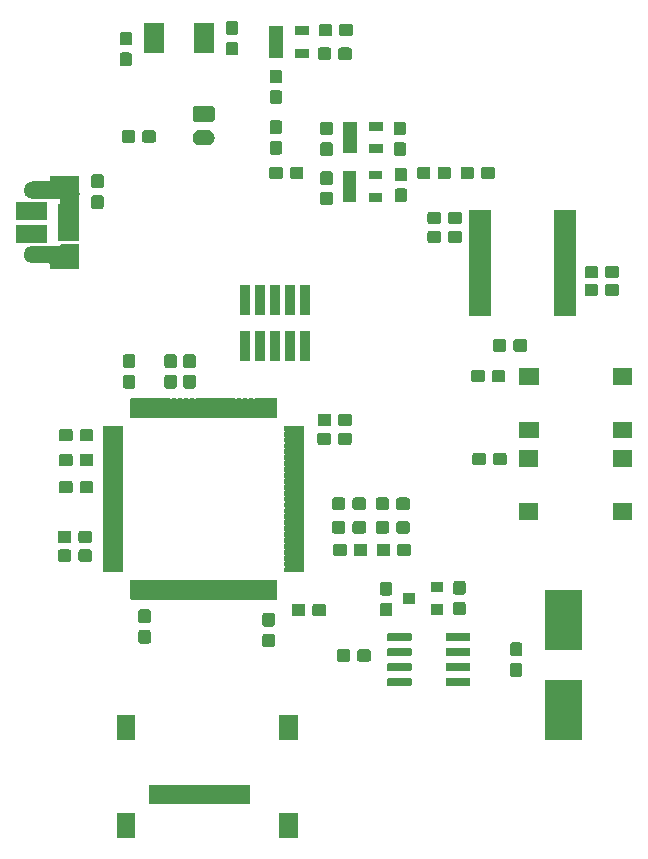
<source format=gbr>
G04 #@! TF.GenerationSoftware,KiCad,Pcbnew,5.1.5-52549c5~84~ubuntu18.04.1*
G04 #@! TF.CreationDate,2020-02-09T17:39:49-05:00*
G04 #@! TF.ProjectId,SoundBoard,536f756e-6442-46f6-9172-642e6b696361,rev?*
G04 #@! TF.SameCoordinates,Original*
G04 #@! TF.FileFunction,Soldermask,Top*
G04 #@! TF.FilePolarity,Negative*
%FSLAX46Y46*%
G04 Gerber Fmt 4.6, Leading zero omitted, Abs format (unit mm)*
G04 Created by KiCad (PCBNEW 5.1.5-52549c5~84~ubuntu18.04.1) date 2020-02-09 17:39:49*
%MOMM*%
%LPD*%
G04 APERTURE LIST*
%ADD10C,0.100000*%
G04 APERTURE END LIST*
D10*
G36*
X142251000Y-129051000D02*
G01*
X140699000Y-129051000D01*
X140699000Y-126949000D01*
X142251000Y-126949000D01*
X142251000Y-129051000D01*
G37*
G36*
X128501000Y-129051000D02*
G01*
X126949000Y-129051000D01*
X126949000Y-126949000D01*
X128501000Y-126949000D01*
X128501000Y-129051000D01*
G37*
G36*
X138251000Y-126201000D02*
G01*
X129649000Y-126201000D01*
X129649000Y-124599000D01*
X138251000Y-124599000D01*
X138251000Y-126201000D01*
G37*
G36*
X166311000Y-120781000D02*
G01*
X163209000Y-120781000D01*
X163209000Y-115679000D01*
X166311000Y-115679000D01*
X166311000Y-120781000D01*
G37*
G36*
X142251000Y-120751000D02*
G01*
X140699000Y-120751000D01*
X140699000Y-118649000D01*
X142251000Y-118649000D01*
X142251000Y-120751000D01*
G37*
G36*
X128501000Y-120751000D02*
G01*
X126949000Y-120751000D01*
X126949000Y-118649000D01*
X128501000Y-118649000D01*
X128501000Y-120751000D01*
G37*
G36*
X156759928Y-115506764D02*
G01*
X156781009Y-115513160D01*
X156800445Y-115523548D01*
X156817476Y-115537524D01*
X156831452Y-115554555D01*
X156841840Y-115573991D01*
X156848236Y-115595072D01*
X156851000Y-115623140D01*
X156851000Y-116086860D01*
X156848236Y-116114928D01*
X156841840Y-116136009D01*
X156831452Y-116155445D01*
X156817476Y-116172476D01*
X156800445Y-116186452D01*
X156781009Y-116196840D01*
X156759928Y-116203236D01*
X156731860Y-116206000D01*
X154918140Y-116206000D01*
X154890072Y-116203236D01*
X154868991Y-116196840D01*
X154849555Y-116186452D01*
X154832524Y-116172476D01*
X154818548Y-116155445D01*
X154808160Y-116136009D01*
X154801764Y-116114928D01*
X154799000Y-116086860D01*
X154799000Y-115623140D01*
X154801764Y-115595072D01*
X154808160Y-115573991D01*
X154818548Y-115554555D01*
X154832524Y-115537524D01*
X154849555Y-115523548D01*
X154868991Y-115513160D01*
X154890072Y-115506764D01*
X154918140Y-115504000D01*
X156731860Y-115504000D01*
X156759928Y-115506764D01*
G37*
G36*
X151809928Y-115506764D02*
G01*
X151831009Y-115513160D01*
X151850445Y-115523548D01*
X151867476Y-115537524D01*
X151881452Y-115554555D01*
X151891840Y-115573991D01*
X151898236Y-115595072D01*
X151901000Y-115623140D01*
X151901000Y-116086860D01*
X151898236Y-116114928D01*
X151891840Y-116136009D01*
X151881452Y-116155445D01*
X151867476Y-116172476D01*
X151850445Y-116186452D01*
X151831009Y-116196840D01*
X151809928Y-116203236D01*
X151781860Y-116206000D01*
X149968140Y-116206000D01*
X149940072Y-116203236D01*
X149918991Y-116196840D01*
X149899555Y-116186452D01*
X149882524Y-116172476D01*
X149868548Y-116155445D01*
X149858160Y-116136009D01*
X149851764Y-116114928D01*
X149849000Y-116086860D01*
X149849000Y-115623140D01*
X149851764Y-115595072D01*
X149858160Y-115573991D01*
X149868548Y-115554555D01*
X149882524Y-115537524D01*
X149899555Y-115523548D01*
X149918991Y-115513160D01*
X149940072Y-115506764D01*
X149968140Y-115504000D01*
X151781860Y-115504000D01*
X151809928Y-115506764D01*
G37*
G36*
X161114499Y-114253445D02*
G01*
X161151995Y-114264820D01*
X161186554Y-114283292D01*
X161216847Y-114308153D01*
X161241708Y-114338446D01*
X161260180Y-114373005D01*
X161271555Y-114410501D01*
X161276000Y-114455638D01*
X161276000Y-115194362D01*
X161271555Y-115239499D01*
X161260180Y-115276995D01*
X161241708Y-115311554D01*
X161216847Y-115341847D01*
X161186554Y-115366708D01*
X161151995Y-115385180D01*
X161114499Y-115396555D01*
X161069362Y-115401000D01*
X160430638Y-115401000D01*
X160385501Y-115396555D01*
X160348005Y-115385180D01*
X160313446Y-115366708D01*
X160283153Y-115341847D01*
X160258292Y-115311554D01*
X160239820Y-115276995D01*
X160228445Y-115239499D01*
X160224000Y-115194362D01*
X160224000Y-114455638D01*
X160228445Y-114410501D01*
X160239820Y-114373005D01*
X160258292Y-114338446D01*
X160283153Y-114308153D01*
X160313446Y-114283292D01*
X160348005Y-114264820D01*
X160385501Y-114253445D01*
X160430638Y-114249000D01*
X161069362Y-114249000D01*
X161114499Y-114253445D01*
G37*
G36*
X156759928Y-114236764D02*
G01*
X156781009Y-114243160D01*
X156800445Y-114253548D01*
X156817476Y-114267524D01*
X156831452Y-114284555D01*
X156841840Y-114303991D01*
X156848236Y-114325072D01*
X156851000Y-114353140D01*
X156851000Y-114816860D01*
X156848236Y-114844928D01*
X156841840Y-114866009D01*
X156831452Y-114885445D01*
X156817476Y-114902476D01*
X156800445Y-114916452D01*
X156781009Y-114926840D01*
X156759928Y-114933236D01*
X156731860Y-114936000D01*
X154918140Y-114936000D01*
X154890072Y-114933236D01*
X154868991Y-114926840D01*
X154849555Y-114916452D01*
X154832524Y-114902476D01*
X154818548Y-114885445D01*
X154808160Y-114866009D01*
X154801764Y-114844928D01*
X154799000Y-114816860D01*
X154799000Y-114353140D01*
X154801764Y-114325072D01*
X154808160Y-114303991D01*
X154818548Y-114284555D01*
X154832524Y-114267524D01*
X154849555Y-114253548D01*
X154868991Y-114243160D01*
X154890072Y-114236764D01*
X154918140Y-114234000D01*
X156731860Y-114234000D01*
X156759928Y-114236764D01*
G37*
G36*
X151809928Y-114236764D02*
G01*
X151831009Y-114243160D01*
X151850445Y-114253548D01*
X151867476Y-114267524D01*
X151881452Y-114284555D01*
X151891840Y-114303991D01*
X151898236Y-114325072D01*
X151901000Y-114353140D01*
X151901000Y-114816860D01*
X151898236Y-114844928D01*
X151891840Y-114866009D01*
X151881452Y-114885445D01*
X151867476Y-114902476D01*
X151850445Y-114916452D01*
X151831009Y-114926840D01*
X151809928Y-114933236D01*
X151781860Y-114936000D01*
X149968140Y-114936000D01*
X149940072Y-114933236D01*
X149918991Y-114926840D01*
X149899555Y-114916452D01*
X149882524Y-114902476D01*
X149868548Y-114885445D01*
X149858160Y-114866009D01*
X149851764Y-114844928D01*
X149849000Y-114816860D01*
X149849000Y-114353140D01*
X149851764Y-114325072D01*
X149858160Y-114303991D01*
X149868548Y-114284555D01*
X149882524Y-114267524D01*
X149899555Y-114253548D01*
X149918991Y-114243160D01*
X149940072Y-114236764D01*
X149968140Y-114234000D01*
X151781860Y-114234000D01*
X151809928Y-114236764D01*
G37*
G36*
X146539499Y-113078445D02*
G01*
X146576995Y-113089820D01*
X146611554Y-113108292D01*
X146641847Y-113133153D01*
X146666708Y-113163446D01*
X146685180Y-113198005D01*
X146696555Y-113235501D01*
X146701000Y-113280638D01*
X146701000Y-113919362D01*
X146696555Y-113964499D01*
X146685180Y-114001995D01*
X146666708Y-114036554D01*
X146641847Y-114066847D01*
X146611554Y-114091708D01*
X146576995Y-114110180D01*
X146539499Y-114121555D01*
X146494362Y-114126000D01*
X145755638Y-114126000D01*
X145710501Y-114121555D01*
X145673005Y-114110180D01*
X145638446Y-114091708D01*
X145608153Y-114066847D01*
X145583292Y-114036554D01*
X145564820Y-114001995D01*
X145553445Y-113964499D01*
X145549000Y-113919362D01*
X145549000Y-113280638D01*
X145553445Y-113235501D01*
X145564820Y-113198005D01*
X145583292Y-113163446D01*
X145608153Y-113133153D01*
X145638446Y-113108292D01*
X145673005Y-113089820D01*
X145710501Y-113078445D01*
X145755638Y-113074000D01*
X146494362Y-113074000D01*
X146539499Y-113078445D01*
G37*
G36*
X148289499Y-113078445D02*
G01*
X148326995Y-113089820D01*
X148361554Y-113108292D01*
X148391847Y-113133153D01*
X148416708Y-113163446D01*
X148435180Y-113198005D01*
X148446555Y-113235501D01*
X148451000Y-113280638D01*
X148451000Y-113919362D01*
X148446555Y-113964499D01*
X148435180Y-114001995D01*
X148416708Y-114036554D01*
X148391847Y-114066847D01*
X148361554Y-114091708D01*
X148326995Y-114110180D01*
X148289499Y-114121555D01*
X148244362Y-114126000D01*
X147505638Y-114126000D01*
X147460501Y-114121555D01*
X147423005Y-114110180D01*
X147388446Y-114091708D01*
X147358153Y-114066847D01*
X147333292Y-114036554D01*
X147314820Y-114001995D01*
X147303445Y-113964499D01*
X147299000Y-113919362D01*
X147299000Y-113280638D01*
X147303445Y-113235501D01*
X147314820Y-113198005D01*
X147333292Y-113163446D01*
X147358153Y-113133153D01*
X147388446Y-113108292D01*
X147423005Y-113089820D01*
X147460501Y-113078445D01*
X147505638Y-113074000D01*
X148244362Y-113074000D01*
X148289499Y-113078445D01*
G37*
G36*
X151809928Y-112966764D02*
G01*
X151831009Y-112973160D01*
X151850445Y-112983548D01*
X151867476Y-112997524D01*
X151881452Y-113014555D01*
X151891840Y-113033991D01*
X151898236Y-113055072D01*
X151901000Y-113083140D01*
X151901000Y-113546860D01*
X151898236Y-113574928D01*
X151891840Y-113596009D01*
X151881452Y-113615445D01*
X151867476Y-113632476D01*
X151850445Y-113646452D01*
X151831009Y-113656840D01*
X151809928Y-113663236D01*
X151781860Y-113666000D01*
X149968140Y-113666000D01*
X149940072Y-113663236D01*
X149918991Y-113656840D01*
X149899555Y-113646452D01*
X149882524Y-113632476D01*
X149868548Y-113615445D01*
X149858160Y-113596009D01*
X149851764Y-113574928D01*
X149849000Y-113546860D01*
X149849000Y-113083140D01*
X149851764Y-113055072D01*
X149858160Y-113033991D01*
X149868548Y-113014555D01*
X149882524Y-112997524D01*
X149899555Y-112983548D01*
X149918991Y-112973160D01*
X149940072Y-112966764D01*
X149968140Y-112964000D01*
X151781860Y-112964000D01*
X151809928Y-112966764D01*
G37*
G36*
X156759928Y-112966764D02*
G01*
X156781009Y-112973160D01*
X156800445Y-112983548D01*
X156817476Y-112997524D01*
X156831452Y-113014555D01*
X156841840Y-113033991D01*
X156848236Y-113055072D01*
X156851000Y-113083140D01*
X156851000Y-113546860D01*
X156848236Y-113574928D01*
X156841840Y-113596009D01*
X156831452Y-113615445D01*
X156817476Y-113632476D01*
X156800445Y-113646452D01*
X156781009Y-113656840D01*
X156759928Y-113663236D01*
X156731860Y-113666000D01*
X154918140Y-113666000D01*
X154890072Y-113663236D01*
X154868991Y-113656840D01*
X154849555Y-113646452D01*
X154832524Y-113632476D01*
X154818548Y-113615445D01*
X154808160Y-113596009D01*
X154801764Y-113574928D01*
X154799000Y-113546860D01*
X154799000Y-113083140D01*
X154801764Y-113055072D01*
X154808160Y-113033991D01*
X154818548Y-113014555D01*
X154832524Y-112997524D01*
X154849555Y-112983548D01*
X154868991Y-112973160D01*
X154890072Y-112966764D01*
X154918140Y-112964000D01*
X156731860Y-112964000D01*
X156759928Y-112966764D01*
G37*
G36*
X161114499Y-112503445D02*
G01*
X161151995Y-112514820D01*
X161186554Y-112533292D01*
X161216847Y-112558153D01*
X161241708Y-112588446D01*
X161260180Y-112623005D01*
X161271555Y-112660501D01*
X161276000Y-112705638D01*
X161276000Y-113444362D01*
X161271555Y-113489499D01*
X161260180Y-113526995D01*
X161241708Y-113561554D01*
X161216847Y-113591847D01*
X161186554Y-113616708D01*
X161151995Y-113635180D01*
X161114499Y-113646555D01*
X161069362Y-113651000D01*
X160430638Y-113651000D01*
X160385501Y-113646555D01*
X160348005Y-113635180D01*
X160313446Y-113616708D01*
X160283153Y-113591847D01*
X160258292Y-113561554D01*
X160239820Y-113526995D01*
X160228445Y-113489499D01*
X160224000Y-113444362D01*
X160224000Y-112705638D01*
X160228445Y-112660501D01*
X160239820Y-112623005D01*
X160258292Y-112588446D01*
X160283153Y-112558153D01*
X160313446Y-112533292D01*
X160348005Y-112514820D01*
X160385501Y-112503445D01*
X160430638Y-112499000D01*
X161069362Y-112499000D01*
X161114499Y-112503445D01*
G37*
G36*
X166311000Y-113161000D02*
G01*
X163209000Y-113161000D01*
X163209000Y-108059000D01*
X166311000Y-108059000D01*
X166311000Y-113161000D01*
G37*
G36*
X140164499Y-111753445D02*
G01*
X140201995Y-111764820D01*
X140236554Y-111783292D01*
X140266847Y-111808153D01*
X140291708Y-111838446D01*
X140310180Y-111873005D01*
X140321555Y-111910501D01*
X140326000Y-111955638D01*
X140326000Y-112694362D01*
X140321555Y-112739499D01*
X140310180Y-112776995D01*
X140291708Y-112811554D01*
X140266847Y-112841847D01*
X140236554Y-112866708D01*
X140201995Y-112885180D01*
X140164499Y-112896555D01*
X140119362Y-112901000D01*
X139480638Y-112901000D01*
X139435501Y-112896555D01*
X139398005Y-112885180D01*
X139363446Y-112866708D01*
X139333153Y-112841847D01*
X139308292Y-112811554D01*
X139289820Y-112776995D01*
X139278445Y-112739499D01*
X139274000Y-112694362D01*
X139274000Y-111955638D01*
X139278445Y-111910501D01*
X139289820Y-111873005D01*
X139308292Y-111838446D01*
X139333153Y-111808153D01*
X139363446Y-111783292D01*
X139398005Y-111764820D01*
X139435501Y-111753445D01*
X139480638Y-111749000D01*
X140119362Y-111749000D01*
X140164499Y-111753445D01*
G37*
G36*
X129664499Y-111453445D02*
G01*
X129701995Y-111464820D01*
X129736554Y-111483292D01*
X129766847Y-111508153D01*
X129791708Y-111538446D01*
X129810180Y-111573005D01*
X129821555Y-111610501D01*
X129826000Y-111655638D01*
X129826000Y-112394362D01*
X129821555Y-112439499D01*
X129810180Y-112476995D01*
X129791708Y-112511554D01*
X129766847Y-112541847D01*
X129736554Y-112566708D01*
X129701995Y-112585180D01*
X129664499Y-112596555D01*
X129619362Y-112601000D01*
X128980638Y-112601000D01*
X128935501Y-112596555D01*
X128898005Y-112585180D01*
X128863446Y-112566708D01*
X128833153Y-112541847D01*
X128808292Y-112511554D01*
X128789820Y-112476995D01*
X128778445Y-112439499D01*
X128774000Y-112394362D01*
X128774000Y-111655638D01*
X128778445Y-111610501D01*
X128789820Y-111573005D01*
X128808292Y-111538446D01*
X128833153Y-111508153D01*
X128863446Y-111483292D01*
X128898005Y-111464820D01*
X128935501Y-111453445D01*
X128980638Y-111449000D01*
X129619362Y-111449000D01*
X129664499Y-111453445D01*
G37*
G36*
X151809928Y-111696764D02*
G01*
X151831009Y-111703160D01*
X151850445Y-111713548D01*
X151867476Y-111727524D01*
X151881452Y-111744555D01*
X151891840Y-111763991D01*
X151898236Y-111785072D01*
X151901000Y-111813140D01*
X151901000Y-112276860D01*
X151898236Y-112304928D01*
X151891840Y-112326009D01*
X151881452Y-112345445D01*
X151867476Y-112362476D01*
X151850445Y-112376452D01*
X151831009Y-112386840D01*
X151809928Y-112393236D01*
X151781860Y-112396000D01*
X149968140Y-112396000D01*
X149940072Y-112393236D01*
X149918991Y-112386840D01*
X149899555Y-112376452D01*
X149882524Y-112362476D01*
X149868548Y-112345445D01*
X149858160Y-112326009D01*
X149851764Y-112304928D01*
X149849000Y-112276860D01*
X149849000Y-111813140D01*
X149851764Y-111785072D01*
X149858160Y-111763991D01*
X149868548Y-111744555D01*
X149882524Y-111727524D01*
X149899555Y-111713548D01*
X149918991Y-111703160D01*
X149940072Y-111696764D01*
X149968140Y-111694000D01*
X151781860Y-111694000D01*
X151809928Y-111696764D01*
G37*
G36*
X156759928Y-111696764D02*
G01*
X156781009Y-111703160D01*
X156800445Y-111713548D01*
X156817476Y-111727524D01*
X156831452Y-111744555D01*
X156841840Y-111763991D01*
X156848236Y-111785072D01*
X156851000Y-111813140D01*
X156851000Y-112276860D01*
X156848236Y-112304928D01*
X156841840Y-112326009D01*
X156831452Y-112345445D01*
X156817476Y-112362476D01*
X156800445Y-112376452D01*
X156781009Y-112386840D01*
X156759928Y-112393236D01*
X156731860Y-112396000D01*
X154918140Y-112396000D01*
X154890072Y-112393236D01*
X154868991Y-112386840D01*
X154849555Y-112376452D01*
X154832524Y-112362476D01*
X154818548Y-112345445D01*
X154808160Y-112326009D01*
X154801764Y-112304928D01*
X154799000Y-112276860D01*
X154799000Y-111813140D01*
X154801764Y-111785072D01*
X154808160Y-111763991D01*
X154818548Y-111744555D01*
X154832524Y-111727524D01*
X154849555Y-111713548D01*
X154868991Y-111703160D01*
X154890072Y-111696764D01*
X154918140Y-111694000D01*
X156731860Y-111694000D01*
X156759928Y-111696764D01*
G37*
G36*
X140164499Y-110003445D02*
G01*
X140201995Y-110014820D01*
X140236554Y-110033292D01*
X140266847Y-110058153D01*
X140291708Y-110088446D01*
X140310180Y-110123005D01*
X140321555Y-110160501D01*
X140326000Y-110205638D01*
X140326000Y-110944362D01*
X140321555Y-110989499D01*
X140310180Y-111026995D01*
X140291708Y-111061554D01*
X140266847Y-111091847D01*
X140236554Y-111116708D01*
X140201995Y-111135180D01*
X140164499Y-111146555D01*
X140119362Y-111151000D01*
X139480638Y-111151000D01*
X139435501Y-111146555D01*
X139398005Y-111135180D01*
X139363446Y-111116708D01*
X139333153Y-111091847D01*
X139308292Y-111061554D01*
X139289820Y-111026995D01*
X139278445Y-110989499D01*
X139274000Y-110944362D01*
X139274000Y-110205638D01*
X139278445Y-110160501D01*
X139289820Y-110123005D01*
X139308292Y-110088446D01*
X139333153Y-110058153D01*
X139363446Y-110033292D01*
X139398005Y-110014820D01*
X139435501Y-110003445D01*
X139480638Y-109999000D01*
X140119362Y-109999000D01*
X140164499Y-110003445D01*
G37*
G36*
X129664499Y-109703445D02*
G01*
X129701995Y-109714820D01*
X129736554Y-109733292D01*
X129766847Y-109758153D01*
X129791708Y-109788446D01*
X129810180Y-109823005D01*
X129821555Y-109860501D01*
X129826000Y-109905638D01*
X129826000Y-110644362D01*
X129821555Y-110689499D01*
X129810180Y-110726995D01*
X129791708Y-110761554D01*
X129766847Y-110791847D01*
X129736554Y-110816708D01*
X129701995Y-110835180D01*
X129664499Y-110846555D01*
X129619362Y-110851000D01*
X128980638Y-110851000D01*
X128935501Y-110846555D01*
X128898005Y-110835180D01*
X128863446Y-110816708D01*
X128833153Y-110791847D01*
X128808292Y-110761554D01*
X128789820Y-110726995D01*
X128778445Y-110689499D01*
X128774000Y-110644362D01*
X128774000Y-109905638D01*
X128778445Y-109860501D01*
X128789820Y-109823005D01*
X128808292Y-109788446D01*
X128833153Y-109758153D01*
X128863446Y-109733292D01*
X128898005Y-109714820D01*
X128935501Y-109703445D01*
X128980638Y-109699000D01*
X129619362Y-109699000D01*
X129664499Y-109703445D01*
G37*
G36*
X150114499Y-109128445D02*
G01*
X150151995Y-109139820D01*
X150186554Y-109158292D01*
X150216847Y-109183153D01*
X150241708Y-109213446D01*
X150260180Y-109248005D01*
X150271555Y-109285501D01*
X150276000Y-109330638D01*
X150276000Y-110069362D01*
X150271555Y-110114499D01*
X150260180Y-110151995D01*
X150241708Y-110186554D01*
X150216847Y-110216847D01*
X150186554Y-110241708D01*
X150151995Y-110260180D01*
X150114499Y-110271555D01*
X150069362Y-110276000D01*
X149430638Y-110276000D01*
X149385501Y-110271555D01*
X149348005Y-110260180D01*
X149313446Y-110241708D01*
X149283153Y-110216847D01*
X149258292Y-110186554D01*
X149239820Y-110151995D01*
X149228445Y-110114499D01*
X149224000Y-110069362D01*
X149224000Y-109330638D01*
X149228445Y-109285501D01*
X149239820Y-109248005D01*
X149258292Y-109213446D01*
X149283153Y-109183153D01*
X149313446Y-109158292D01*
X149348005Y-109139820D01*
X149385501Y-109128445D01*
X149430638Y-109124000D01*
X150069362Y-109124000D01*
X150114499Y-109128445D01*
G37*
G36*
X144489499Y-109228445D02*
G01*
X144526995Y-109239820D01*
X144561554Y-109258292D01*
X144591847Y-109283153D01*
X144616708Y-109313446D01*
X144635180Y-109348005D01*
X144646555Y-109385501D01*
X144651000Y-109430638D01*
X144651000Y-110069362D01*
X144646555Y-110114499D01*
X144635180Y-110151995D01*
X144616708Y-110186554D01*
X144591847Y-110216847D01*
X144561554Y-110241708D01*
X144526995Y-110260180D01*
X144489499Y-110271555D01*
X144444362Y-110276000D01*
X143705638Y-110276000D01*
X143660501Y-110271555D01*
X143623005Y-110260180D01*
X143588446Y-110241708D01*
X143558153Y-110216847D01*
X143533292Y-110186554D01*
X143514820Y-110151995D01*
X143503445Y-110114499D01*
X143499000Y-110069362D01*
X143499000Y-109430638D01*
X143503445Y-109385501D01*
X143514820Y-109348005D01*
X143533292Y-109313446D01*
X143558153Y-109283153D01*
X143588446Y-109258292D01*
X143623005Y-109239820D01*
X143660501Y-109228445D01*
X143705638Y-109224000D01*
X144444362Y-109224000D01*
X144489499Y-109228445D01*
G37*
G36*
X142739499Y-109228445D02*
G01*
X142776995Y-109239820D01*
X142811554Y-109258292D01*
X142841847Y-109283153D01*
X142866708Y-109313446D01*
X142885180Y-109348005D01*
X142896555Y-109385501D01*
X142901000Y-109430638D01*
X142901000Y-110069362D01*
X142896555Y-110114499D01*
X142885180Y-110151995D01*
X142866708Y-110186554D01*
X142841847Y-110216847D01*
X142811554Y-110241708D01*
X142776995Y-110260180D01*
X142739499Y-110271555D01*
X142694362Y-110276000D01*
X141955638Y-110276000D01*
X141910501Y-110271555D01*
X141873005Y-110260180D01*
X141838446Y-110241708D01*
X141808153Y-110216847D01*
X141783292Y-110186554D01*
X141764820Y-110151995D01*
X141753445Y-110114499D01*
X141749000Y-110069362D01*
X141749000Y-109430638D01*
X141753445Y-109385501D01*
X141764820Y-109348005D01*
X141783292Y-109313446D01*
X141808153Y-109283153D01*
X141838446Y-109258292D01*
X141873005Y-109239820D01*
X141910501Y-109228445D01*
X141955638Y-109224000D01*
X142694362Y-109224000D01*
X142739499Y-109228445D01*
G37*
G36*
X156314499Y-109053445D02*
G01*
X156351995Y-109064820D01*
X156386554Y-109083292D01*
X156416847Y-109108153D01*
X156441708Y-109138446D01*
X156460180Y-109173005D01*
X156471555Y-109210501D01*
X156476000Y-109255638D01*
X156476000Y-109994362D01*
X156471555Y-110039499D01*
X156460180Y-110076995D01*
X156441708Y-110111554D01*
X156416847Y-110141847D01*
X156386554Y-110166708D01*
X156351995Y-110185180D01*
X156314499Y-110196555D01*
X156269362Y-110201000D01*
X155630638Y-110201000D01*
X155585501Y-110196555D01*
X155548005Y-110185180D01*
X155513446Y-110166708D01*
X155483153Y-110141847D01*
X155458292Y-110111554D01*
X155439820Y-110076995D01*
X155428445Y-110039499D01*
X155424000Y-109994362D01*
X155424000Y-109255638D01*
X155428445Y-109210501D01*
X155439820Y-109173005D01*
X155458292Y-109138446D01*
X155483153Y-109108153D01*
X155513446Y-109083292D01*
X155548005Y-109064820D01*
X155585501Y-109053445D01*
X155630638Y-109049000D01*
X156269362Y-109049000D01*
X156314499Y-109053445D01*
G37*
G36*
X154551000Y-110151000D02*
G01*
X153549000Y-110151000D01*
X153549000Y-109249000D01*
X154551000Y-109249000D01*
X154551000Y-110151000D01*
G37*
G36*
X152151000Y-109201000D02*
G01*
X151149000Y-109201000D01*
X151149000Y-108299000D01*
X152151000Y-108299000D01*
X152151000Y-109201000D01*
G37*
G36*
X128470295Y-107175323D02*
G01*
X128477309Y-107177451D01*
X128491077Y-107184810D01*
X128513716Y-107194187D01*
X128537749Y-107198967D01*
X128562253Y-107198967D01*
X128586286Y-107194186D01*
X128608923Y-107184810D01*
X128622691Y-107177451D01*
X128629705Y-107175323D01*
X128643140Y-107174000D01*
X128956860Y-107174000D01*
X128970295Y-107175323D01*
X128977309Y-107177451D01*
X128991077Y-107184810D01*
X129013716Y-107194187D01*
X129037749Y-107198967D01*
X129062253Y-107198967D01*
X129086286Y-107194186D01*
X129108923Y-107184810D01*
X129122691Y-107177451D01*
X129129705Y-107175323D01*
X129143140Y-107174000D01*
X129456860Y-107174000D01*
X129470295Y-107175323D01*
X129477309Y-107177451D01*
X129491077Y-107184810D01*
X129513716Y-107194187D01*
X129537749Y-107198967D01*
X129562253Y-107198967D01*
X129586286Y-107194186D01*
X129608923Y-107184810D01*
X129622691Y-107177451D01*
X129629705Y-107175323D01*
X129643140Y-107174000D01*
X129956860Y-107174000D01*
X129970295Y-107175323D01*
X129977309Y-107177451D01*
X129991077Y-107184810D01*
X130013716Y-107194187D01*
X130037749Y-107198967D01*
X130062253Y-107198967D01*
X130086286Y-107194186D01*
X130108923Y-107184810D01*
X130122691Y-107177451D01*
X130129705Y-107175323D01*
X130143140Y-107174000D01*
X130456860Y-107174000D01*
X130470295Y-107175323D01*
X130477309Y-107177451D01*
X130491077Y-107184810D01*
X130513716Y-107194187D01*
X130537749Y-107198967D01*
X130562253Y-107198967D01*
X130586286Y-107194186D01*
X130608923Y-107184810D01*
X130622691Y-107177451D01*
X130629705Y-107175323D01*
X130643140Y-107174000D01*
X130956860Y-107174000D01*
X130970295Y-107175323D01*
X130977309Y-107177451D01*
X130991077Y-107184810D01*
X131013716Y-107194187D01*
X131037749Y-107198967D01*
X131062253Y-107198967D01*
X131086286Y-107194186D01*
X131108923Y-107184810D01*
X131122691Y-107177451D01*
X131129705Y-107175323D01*
X131143140Y-107174000D01*
X131456860Y-107174000D01*
X131470295Y-107175323D01*
X131477309Y-107177451D01*
X131491077Y-107184810D01*
X131513716Y-107194187D01*
X131537749Y-107198967D01*
X131562253Y-107198967D01*
X131586286Y-107194186D01*
X131608923Y-107184810D01*
X131622691Y-107177451D01*
X131629705Y-107175323D01*
X131643140Y-107174000D01*
X131956860Y-107174000D01*
X131970295Y-107175323D01*
X131977309Y-107177451D01*
X131991077Y-107184810D01*
X132013716Y-107194187D01*
X132037749Y-107198967D01*
X132062253Y-107198967D01*
X132086286Y-107194186D01*
X132108923Y-107184810D01*
X132122691Y-107177451D01*
X132129705Y-107175323D01*
X132143140Y-107174000D01*
X132456860Y-107174000D01*
X132470295Y-107175323D01*
X132477309Y-107177451D01*
X132491077Y-107184810D01*
X132513716Y-107194187D01*
X132537749Y-107198967D01*
X132562253Y-107198967D01*
X132586286Y-107194186D01*
X132608923Y-107184810D01*
X132622691Y-107177451D01*
X132629705Y-107175323D01*
X132643140Y-107174000D01*
X132956860Y-107174000D01*
X132970295Y-107175323D01*
X132977309Y-107177451D01*
X132991077Y-107184810D01*
X133013716Y-107194187D01*
X133037749Y-107198967D01*
X133062253Y-107198967D01*
X133086286Y-107194186D01*
X133108923Y-107184810D01*
X133122691Y-107177451D01*
X133129705Y-107175323D01*
X133143140Y-107174000D01*
X133456860Y-107174000D01*
X133470295Y-107175323D01*
X133477309Y-107177451D01*
X133491077Y-107184810D01*
X133513716Y-107194187D01*
X133537749Y-107198967D01*
X133562253Y-107198967D01*
X133586286Y-107194186D01*
X133608923Y-107184810D01*
X133622691Y-107177451D01*
X133629705Y-107175323D01*
X133643140Y-107174000D01*
X133956860Y-107174000D01*
X133970295Y-107175323D01*
X133977309Y-107177451D01*
X133991077Y-107184810D01*
X134013716Y-107194187D01*
X134037749Y-107198967D01*
X134062253Y-107198967D01*
X134086286Y-107194186D01*
X134108923Y-107184810D01*
X134122691Y-107177451D01*
X134129705Y-107175323D01*
X134143140Y-107174000D01*
X134456860Y-107174000D01*
X134470295Y-107175323D01*
X134477309Y-107177451D01*
X134491077Y-107184810D01*
X134513716Y-107194187D01*
X134537749Y-107198967D01*
X134562253Y-107198967D01*
X134586286Y-107194186D01*
X134608923Y-107184810D01*
X134622691Y-107177451D01*
X134629705Y-107175323D01*
X134643140Y-107174000D01*
X134956860Y-107174000D01*
X134970295Y-107175323D01*
X134977309Y-107177451D01*
X134991077Y-107184810D01*
X135013716Y-107194187D01*
X135037749Y-107198967D01*
X135062253Y-107198967D01*
X135086286Y-107194186D01*
X135108923Y-107184810D01*
X135122691Y-107177451D01*
X135129705Y-107175323D01*
X135143140Y-107174000D01*
X135456860Y-107174000D01*
X135470295Y-107175323D01*
X135477309Y-107177451D01*
X135491077Y-107184810D01*
X135513716Y-107194187D01*
X135537749Y-107198967D01*
X135562253Y-107198967D01*
X135586286Y-107194186D01*
X135608923Y-107184810D01*
X135622691Y-107177451D01*
X135629705Y-107175323D01*
X135643140Y-107174000D01*
X135956860Y-107174000D01*
X135970295Y-107175323D01*
X135977309Y-107177451D01*
X135991077Y-107184810D01*
X136013716Y-107194187D01*
X136037749Y-107198967D01*
X136062253Y-107198967D01*
X136086286Y-107194186D01*
X136108923Y-107184810D01*
X136122691Y-107177451D01*
X136129705Y-107175323D01*
X136143140Y-107174000D01*
X136456860Y-107174000D01*
X136470295Y-107175323D01*
X136477309Y-107177451D01*
X136491077Y-107184810D01*
X136513716Y-107194187D01*
X136537749Y-107198967D01*
X136562253Y-107198967D01*
X136586286Y-107194186D01*
X136608923Y-107184810D01*
X136622691Y-107177451D01*
X136629705Y-107175323D01*
X136643140Y-107174000D01*
X136956860Y-107174000D01*
X136970295Y-107175323D01*
X136977309Y-107177451D01*
X136991077Y-107184810D01*
X137013716Y-107194187D01*
X137037749Y-107198967D01*
X137062253Y-107198967D01*
X137086286Y-107194186D01*
X137108923Y-107184810D01*
X137122691Y-107177451D01*
X137129705Y-107175323D01*
X137143140Y-107174000D01*
X137456860Y-107174000D01*
X137470295Y-107175323D01*
X137477309Y-107177451D01*
X137491077Y-107184810D01*
X137513716Y-107194187D01*
X137537749Y-107198967D01*
X137562253Y-107198967D01*
X137586286Y-107194186D01*
X137608923Y-107184810D01*
X137622691Y-107177451D01*
X137629705Y-107175323D01*
X137643140Y-107174000D01*
X137956860Y-107174000D01*
X137970295Y-107175323D01*
X137977309Y-107177451D01*
X137991077Y-107184810D01*
X138013716Y-107194187D01*
X138037749Y-107198967D01*
X138062253Y-107198967D01*
X138086286Y-107194186D01*
X138108923Y-107184810D01*
X138122691Y-107177451D01*
X138129705Y-107175323D01*
X138143140Y-107174000D01*
X138456860Y-107174000D01*
X138470295Y-107175323D01*
X138477309Y-107177451D01*
X138491077Y-107184810D01*
X138513716Y-107194187D01*
X138537749Y-107198967D01*
X138562253Y-107198967D01*
X138586286Y-107194186D01*
X138608923Y-107184810D01*
X138622691Y-107177451D01*
X138629705Y-107175323D01*
X138643140Y-107174000D01*
X138956860Y-107174000D01*
X138970295Y-107175323D01*
X138977309Y-107177451D01*
X138991077Y-107184810D01*
X139013716Y-107194187D01*
X139037749Y-107198967D01*
X139062253Y-107198967D01*
X139086286Y-107194186D01*
X139108923Y-107184810D01*
X139122691Y-107177451D01*
X139129705Y-107175323D01*
X139143140Y-107174000D01*
X139456860Y-107174000D01*
X139470295Y-107175323D01*
X139477309Y-107177451D01*
X139491077Y-107184810D01*
X139513716Y-107194187D01*
X139537749Y-107198967D01*
X139562253Y-107198967D01*
X139586286Y-107194186D01*
X139608923Y-107184810D01*
X139622691Y-107177451D01*
X139629705Y-107175323D01*
X139643140Y-107174000D01*
X139956860Y-107174000D01*
X139970295Y-107175323D01*
X139977309Y-107177451D01*
X139991077Y-107184810D01*
X140013716Y-107194187D01*
X140037749Y-107198967D01*
X140062253Y-107198967D01*
X140086286Y-107194186D01*
X140108923Y-107184810D01*
X140122691Y-107177451D01*
X140129705Y-107175323D01*
X140143140Y-107174000D01*
X140456860Y-107174000D01*
X140470295Y-107175323D01*
X140477310Y-107177451D01*
X140483776Y-107180908D01*
X140489442Y-107185558D01*
X140494092Y-107191224D01*
X140497549Y-107197690D01*
X140499677Y-107204705D01*
X140501000Y-107218140D01*
X140501000Y-108831860D01*
X140499677Y-108845295D01*
X140497549Y-108852310D01*
X140494092Y-108858776D01*
X140489442Y-108864442D01*
X140483776Y-108869092D01*
X140477310Y-108872549D01*
X140470295Y-108874677D01*
X140456860Y-108876000D01*
X140143140Y-108876000D01*
X140129705Y-108874677D01*
X140122691Y-108872549D01*
X140108923Y-108865190D01*
X140086284Y-108855813D01*
X140062251Y-108851033D01*
X140037747Y-108851033D01*
X140013714Y-108855814D01*
X139991077Y-108865190D01*
X139977309Y-108872549D01*
X139970295Y-108874677D01*
X139956860Y-108876000D01*
X139643140Y-108876000D01*
X139629705Y-108874677D01*
X139622691Y-108872549D01*
X139608923Y-108865190D01*
X139586284Y-108855813D01*
X139562251Y-108851033D01*
X139537747Y-108851033D01*
X139513714Y-108855814D01*
X139491077Y-108865190D01*
X139477309Y-108872549D01*
X139470295Y-108874677D01*
X139456860Y-108876000D01*
X139143140Y-108876000D01*
X139129705Y-108874677D01*
X139122691Y-108872549D01*
X139108923Y-108865190D01*
X139086284Y-108855813D01*
X139062251Y-108851033D01*
X139037747Y-108851033D01*
X139013714Y-108855814D01*
X138991077Y-108865190D01*
X138977309Y-108872549D01*
X138970295Y-108874677D01*
X138956860Y-108876000D01*
X138643140Y-108876000D01*
X138629705Y-108874677D01*
X138622691Y-108872549D01*
X138608923Y-108865190D01*
X138586284Y-108855813D01*
X138562251Y-108851033D01*
X138537747Y-108851033D01*
X138513714Y-108855814D01*
X138491077Y-108865190D01*
X138477309Y-108872549D01*
X138470295Y-108874677D01*
X138456860Y-108876000D01*
X138143140Y-108876000D01*
X138129705Y-108874677D01*
X138122691Y-108872549D01*
X138108923Y-108865190D01*
X138086284Y-108855813D01*
X138062251Y-108851033D01*
X138037747Y-108851033D01*
X138013714Y-108855814D01*
X137991077Y-108865190D01*
X137977309Y-108872549D01*
X137970295Y-108874677D01*
X137956860Y-108876000D01*
X137643140Y-108876000D01*
X137629705Y-108874677D01*
X137622691Y-108872549D01*
X137608923Y-108865190D01*
X137586284Y-108855813D01*
X137562251Y-108851033D01*
X137537747Y-108851033D01*
X137513714Y-108855814D01*
X137491077Y-108865190D01*
X137477309Y-108872549D01*
X137470295Y-108874677D01*
X137456860Y-108876000D01*
X137143140Y-108876000D01*
X137129705Y-108874677D01*
X137122691Y-108872549D01*
X137108923Y-108865190D01*
X137086284Y-108855813D01*
X137062251Y-108851033D01*
X137037747Y-108851033D01*
X137013714Y-108855814D01*
X136991077Y-108865190D01*
X136977309Y-108872549D01*
X136970295Y-108874677D01*
X136956860Y-108876000D01*
X136643140Y-108876000D01*
X136629705Y-108874677D01*
X136622691Y-108872549D01*
X136608923Y-108865190D01*
X136586284Y-108855813D01*
X136562251Y-108851033D01*
X136537747Y-108851033D01*
X136513714Y-108855814D01*
X136491077Y-108865190D01*
X136477309Y-108872549D01*
X136470295Y-108874677D01*
X136456860Y-108876000D01*
X136143140Y-108876000D01*
X136129705Y-108874677D01*
X136122691Y-108872549D01*
X136108923Y-108865190D01*
X136086284Y-108855813D01*
X136062251Y-108851033D01*
X136037747Y-108851033D01*
X136013714Y-108855814D01*
X135991077Y-108865190D01*
X135977309Y-108872549D01*
X135970295Y-108874677D01*
X135956860Y-108876000D01*
X135643140Y-108876000D01*
X135629705Y-108874677D01*
X135622691Y-108872549D01*
X135608923Y-108865190D01*
X135586284Y-108855813D01*
X135562251Y-108851033D01*
X135537747Y-108851033D01*
X135513714Y-108855814D01*
X135491077Y-108865190D01*
X135477309Y-108872549D01*
X135470295Y-108874677D01*
X135456860Y-108876000D01*
X135143140Y-108876000D01*
X135129705Y-108874677D01*
X135122691Y-108872549D01*
X135108923Y-108865190D01*
X135086284Y-108855813D01*
X135062251Y-108851033D01*
X135037747Y-108851033D01*
X135013714Y-108855814D01*
X134991077Y-108865190D01*
X134977309Y-108872549D01*
X134970295Y-108874677D01*
X134956860Y-108876000D01*
X134643140Y-108876000D01*
X134629705Y-108874677D01*
X134622691Y-108872549D01*
X134608923Y-108865190D01*
X134586284Y-108855813D01*
X134562251Y-108851033D01*
X134537747Y-108851033D01*
X134513714Y-108855814D01*
X134491077Y-108865190D01*
X134477309Y-108872549D01*
X134470295Y-108874677D01*
X134456860Y-108876000D01*
X134143140Y-108876000D01*
X134129705Y-108874677D01*
X134122691Y-108872549D01*
X134108923Y-108865190D01*
X134086284Y-108855813D01*
X134062251Y-108851033D01*
X134037747Y-108851033D01*
X134013714Y-108855814D01*
X133991077Y-108865190D01*
X133977309Y-108872549D01*
X133970295Y-108874677D01*
X133956860Y-108876000D01*
X133643140Y-108876000D01*
X133629705Y-108874677D01*
X133622691Y-108872549D01*
X133608923Y-108865190D01*
X133586284Y-108855813D01*
X133562251Y-108851033D01*
X133537747Y-108851033D01*
X133513714Y-108855814D01*
X133491077Y-108865190D01*
X133477309Y-108872549D01*
X133470295Y-108874677D01*
X133456860Y-108876000D01*
X133143140Y-108876000D01*
X133129705Y-108874677D01*
X133122691Y-108872549D01*
X133108923Y-108865190D01*
X133086284Y-108855813D01*
X133062251Y-108851033D01*
X133037747Y-108851033D01*
X133013714Y-108855814D01*
X132991077Y-108865190D01*
X132977309Y-108872549D01*
X132970295Y-108874677D01*
X132956860Y-108876000D01*
X132643140Y-108876000D01*
X132629705Y-108874677D01*
X132622691Y-108872549D01*
X132608923Y-108865190D01*
X132586284Y-108855813D01*
X132562251Y-108851033D01*
X132537747Y-108851033D01*
X132513714Y-108855814D01*
X132491077Y-108865190D01*
X132477309Y-108872549D01*
X132470295Y-108874677D01*
X132456860Y-108876000D01*
X132143140Y-108876000D01*
X132129705Y-108874677D01*
X132122691Y-108872549D01*
X132108923Y-108865190D01*
X132086284Y-108855813D01*
X132062251Y-108851033D01*
X132037747Y-108851033D01*
X132013714Y-108855814D01*
X131991077Y-108865190D01*
X131977309Y-108872549D01*
X131970295Y-108874677D01*
X131956860Y-108876000D01*
X131643140Y-108876000D01*
X131629705Y-108874677D01*
X131622691Y-108872549D01*
X131608923Y-108865190D01*
X131586284Y-108855813D01*
X131562251Y-108851033D01*
X131537747Y-108851033D01*
X131513714Y-108855814D01*
X131491077Y-108865190D01*
X131477309Y-108872549D01*
X131470295Y-108874677D01*
X131456860Y-108876000D01*
X131143140Y-108876000D01*
X131129705Y-108874677D01*
X131122691Y-108872549D01*
X131108923Y-108865190D01*
X131086284Y-108855813D01*
X131062251Y-108851033D01*
X131037747Y-108851033D01*
X131013714Y-108855814D01*
X130991077Y-108865190D01*
X130977309Y-108872549D01*
X130970295Y-108874677D01*
X130956860Y-108876000D01*
X130643140Y-108876000D01*
X130629705Y-108874677D01*
X130622691Y-108872549D01*
X130608923Y-108865190D01*
X130586284Y-108855813D01*
X130562251Y-108851033D01*
X130537747Y-108851033D01*
X130513714Y-108855814D01*
X130491077Y-108865190D01*
X130477309Y-108872549D01*
X130470295Y-108874677D01*
X130456860Y-108876000D01*
X130143140Y-108876000D01*
X130129705Y-108874677D01*
X130122691Y-108872549D01*
X130108923Y-108865190D01*
X130086284Y-108855813D01*
X130062251Y-108851033D01*
X130037747Y-108851033D01*
X130013714Y-108855814D01*
X129991077Y-108865190D01*
X129977309Y-108872549D01*
X129970295Y-108874677D01*
X129956860Y-108876000D01*
X129643140Y-108876000D01*
X129629705Y-108874677D01*
X129622691Y-108872549D01*
X129608923Y-108865190D01*
X129586284Y-108855813D01*
X129562251Y-108851033D01*
X129537747Y-108851033D01*
X129513714Y-108855814D01*
X129491077Y-108865190D01*
X129477309Y-108872549D01*
X129470295Y-108874677D01*
X129456860Y-108876000D01*
X129143140Y-108876000D01*
X129129705Y-108874677D01*
X129122691Y-108872549D01*
X129108923Y-108865190D01*
X129086284Y-108855813D01*
X129062251Y-108851033D01*
X129037747Y-108851033D01*
X129013714Y-108855814D01*
X128991077Y-108865190D01*
X128977309Y-108872549D01*
X128970295Y-108874677D01*
X128956860Y-108876000D01*
X128643140Y-108876000D01*
X128629705Y-108874677D01*
X128622691Y-108872549D01*
X128608923Y-108865190D01*
X128586284Y-108855813D01*
X128562251Y-108851033D01*
X128537747Y-108851033D01*
X128513714Y-108855814D01*
X128491077Y-108865190D01*
X128477309Y-108872549D01*
X128470295Y-108874677D01*
X128456860Y-108876000D01*
X128143140Y-108876000D01*
X128129705Y-108874677D01*
X128122690Y-108872549D01*
X128116224Y-108869092D01*
X128110558Y-108864442D01*
X128105908Y-108858776D01*
X128102451Y-108852310D01*
X128100323Y-108845295D01*
X128099000Y-108831860D01*
X128099000Y-107218140D01*
X128100323Y-107204705D01*
X128102451Y-107197690D01*
X128105908Y-107191224D01*
X128110558Y-107185558D01*
X128116224Y-107180908D01*
X128122690Y-107177451D01*
X128129705Y-107175323D01*
X128143140Y-107174000D01*
X128456860Y-107174000D01*
X128470295Y-107175323D01*
G37*
G36*
X150114499Y-107378445D02*
G01*
X150151995Y-107389820D01*
X150186554Y-107408292D01*
X150216847Y-107433153D01*
X150241708Y-107463446D01*
X150260180Y-107498005D01*
X150271555Y-107535501D01*
X150276000Y-107580638D01*
X150276000Y-108319362D01*
X150271555Y-108364499D01*
X150260180Y-108401995D01*
X150241708Y-108436554D01*
X150216847Y-108466847D01*
X150186554Y-108491708D01*
X150151995Y-108510180D01*
X150114499Y-108521555D01*
X150069362Y-108526000D01*
X149430638Y-108526000D01*
X149385501Y-108521555D01*
X149348005Y-108510180D01*
X149313446Y-108491708D01*
X149283153Y-108466847D01*
X149258292Y-108436554D01*
X149239820Y-108401995D01*
X149228445Y-108364499D01*
X149224000Y-108319362D01*
X149224000Y-107580638D01*
X149228445Y-107535501D01*
X149239820Y-107498005D01*
X149258292Y-107463446D01*
X149283153Y-107433153D01*
X149313446Y-107408292D01*
X149348005Y-107389820D01*
X149385501Y-107378445D01*
X149430638Y-107374000D01*
X150069362Y-107374000D01*
X150114499Y-107378445D01*
G37*
G36*
X156314499Y-107303445D02*
G01*
X156351995Y-107314820D01*
X156386554Y-107333292D01*
X156416847Y-107358153D01*
X156441708Y-107388446D01*
X156460180Y-107423005D01*
X156471555Y-107460501D01*
X156476000Y-107505638D01*
X156476000Y-108244362D01*
X156471555Y-108289499D01*
X156460180Y-108326995D01*
X156441708Y-108361554D01*
X156416847Y-108391847D01*
X156386554Y-108416708D01*
X156351995Y-108435180D01*
X156314499Y-108446555D01*
X156269362Y-108451000D01*
X155630638Y-108451000D01*
X155585501Y-108446555D01*
X155548005Y-108435180D01*
X155513446Y-108416708D01*
X155483153Y-108391847D01*
X155458292Y-108361554D01*
X155439820Y-108326995D01*
X155428445Y-108289499D01*
X155424000Y-108244362D01*
X155424000Y-107505638D01*
X155428445Y-107460501D01*
X155439820Y-107423005D01*
X155458292Y-107388446D01*
X155483153Y-107358153D01*
X155513446Y-107333292D01*
X155548005Y-107314820D01*
X155585501Y-107303445D01*
X155630638Y-107299000D01*
X156269362Y-107299000D01*
X156314499Y-107303445D01*
G37*
G36*
X154551000Y-108251000D02*
G01*
X153549000Y-108251000D01*
X153549000Y-107349000D01*
X154551000Y-107349000D01*
X154551000Y-108251000D01*
G37*
G36*
X142795295Y-94150323D02*
G01*
X142802310Y-94152451D01*
X142808776Y-94155908D01*
X142814442Y-94160558D01*
X142819092Y-94166224D01*
X142822549Y-94172690D01*
X142824677Y-94179705D01*
X142826000Y-94193140D01*
X142826000Y-94506860D01*
X142824677Y-94520295D01*
X142822549Y-94527309D01*
X142815190Y-94541077D01*
X142805813Y-94563716D01*
X142801033Y-94587749D01*
X142801033Y-94612253D01*
X142805814Y-94636286D01*
X142815190Y-94658923D01*
X142822549Y-94672691D01*
X142824677Y-94679705D01*
X142826000Y-94693140D01*
X142826000Y-95006860D01*
X142824677Y-95020295D01*
X142822549Y-95027309D01*
X142815190Y-95041077D01*
X142805813Y-95063716D01*
X142801033Y-95087749D01*
X142801033Y-95112253D01*
X142805814Y-95136286D01*
X142815190Y-95158923D01*
X142822549Y-95172691D01*
X142824677Y-95179705D01*
X142826000Y-95193140D01*
X142826000Y-95506860D01*
X142824677Y-95520295D01*
X142822549Y-95527309D01*
X142815190Y-95541077D01*
X142805813Y-95563716D01*
X142801033Y-95587749D01*
X142801033Y-95612253D01*
X142805814Y-95636286D01*
X142815190Y-95658923D01*
X142822549Y-95672691D01*
X142824677Y-95679705D01*
X142826000Y-95693140D01*
X142826000Y-96006860D01*
X142824677Y-96020295D01*
X142822549Y-96027309D01*
X142815190Y-96041077D01*
X142805813Y-96063716D01*
X142801033Y-96087749D01*
X142801033Y-96112253D01*
X142805814Y-96136286D01*
X142815190Y-96158923D01*
X142822549Y-96172691D01*
X142824677Y-96179705D01*
X142826000Y-96193140D01*
X142826000Y-96506860D01*
X142824677Y-96520295D01*
X142822549Y-96527309D01*
X142815190Y-96541077D01*
X142805813Y-96563716D01*
X142801033Y-96587749D01*
X142801033Y-96612253D01*
X142805814Y-96636286D01*
X142815190Y-96658923D01*
X142822549Y-96672691D01*
X142824677Y-96679705D01*
X142826000Y-96693140D01*
X142826000Y-97006860D01*
X142824677Y-97020295D01*
X142822549Y-97027309D01*
X142815190Y-97041077D01*
X142805813Y-97063716D01*
X142801033Y-97087749D01*
X142801033Y-97112253D01*
X142805814Y-97136286D01*
X142815190Y-97158923D01*
X142822549Y-97172691D01*
X142824677Y-97179705D01*
X142826000Y-97193140D01*
X142826000Y-97506860D01*
X142824677Y-97520295D01*
X142822549Y-97527309D01*
X142815190Y-97541077D01*
X142805813Y-97563716D01*
X142801033Y-97587749D01*
X142801033Y-97612253D01*
X142805814Y-97636286D01*
X142815190Y-97658923D01*
X142822549Y-97672691D01*
X142824677Y-97679705D01*
X142826000Y-97693140D01*
X142826000Y-98006860D01*
X142824677Y-98020295D01*
X142822549Y-98027309D01*
X142815190Y-98041077D01*
X142805813Y-98063716D01*
X142801033Y-98087749D01*
X142801033Y-98112253D01*
X142805814Y-98136286D01*
X142815190Y-98158923D01*
X142822549Y-98172691D01*
X142824677Y-98179705D01*
X142826000Y-98193140D01*
X142826000Y-98506860D01*
X142824677Y-98520295D01*
X142822549Y-98527309D01*
X142815190Y-98541077D01*
X142805813Y-98563716D01*
X142801033Y-98587749D01*
X142801033Y-98612253D01*
X142805814Y-98636286D01*
X142815190Y-98658923D01*
X142822549Y-98672691D01*
X142824677Y-98679705D01*
X142826000Y-98693140D01*
X142826000Y-99006860D01*
X142824677Y-99020295D01*
X142822549Y-99027309D01*
X142815190Y-99041077D01*
X142805813Y-99063716D01*
X142801033Y-99087749D01*
X142801033Y-99112253D01*
X142805814Y-99136286D01*
X142815190Y-99158923D01*
X142822549Y-99172691D01*
X142824677Y-99179705D01*
X142826000Y-99193140D01*
X142826000Y-99506860D01*
X142824677Y-99520295D01*
X142822549Y-99527309D01*
X142815190Y-99541077D01*
X142805813Y-99563716D01*
X142801033Y-99587749D01*
X142801033Y-99612253D01*
X142805814Y-99636286D01*
X142815190Y-99658923D01*
X142822549Y-99672691D01*
X142824677Y-99679705D01*
X142826000Y-99693140D01*
X142826000Y-100006860D01*
X142824677Y-100020295D01*
X142822549Y-100027309D01*
X142815190Y-100041077D01*
X142805813Y-100063716D01*
X142801033Y-100087749D01*
X142801033Y-100112253D01*
X142805814Y-100136286D01*
X142815190Y-100158923D01*
X142822549Y-100172691D01*
X142824677Y-100179705D01*
X142826000Y-100193140D01*
X142826000Y-100506860D01*
X142824677Y-100520295D01*
X142822549Y-100527309D01*
X142815190Y-100541077D01*
X142805813Y-100563716D01*
X142801033Y-100587749D01*
X142801033Y-100612253D01*
X142805814Y-100636286D01*
X142815190Y-100658923D01*
X142822549Y-100672691D01*
X142824677Y-100679705D01*
X142826000Y-100693140D01*
X142826000Y-101006860D01*
X142824677Y-101020295D01*
X142822549Y-101027309D01*
X142815190Y-101041077D01*
X142805813Y-101063716D01*
X142801033Y-101087749D01*
X142801033Y-101112253D01*
X142805814Y-101136286D01*
X142815190Y-101158923D01*
X142822549Y-101172691D01*
X142824677Y-101179705D01*
X142826000Y-101193140D01*
X142826000Y-101506860D01*
X142824677Y-101520295D01*
X142822549Y-101527309D01*
X142815190Y-101541077D01*
X142805813Y-101563716D01*
X142801033Y-101587749D01*
X142801033Y-101612253D01*
X142805814Y-101636286D01*
X142815190Y-101658923D01*
X142822549Y-101672691D01*
X142824677Y-101679705D01*
X142826000Y-101693140D01*
X142826000Y-102006860D01*
X142824677Y-102020295D01*
X142822549Y-102027309D01*
X142815190Y-102041077D01*
X142805813Y-102063716D01*
X142801033Y-102087749D01*
X142801033Y-102112253D01*
X142805814Y-102136286D01*
X142815190Y-102158923D01*
X142822549Y-102172691D01*
X142824677Y-102179705D01*
X142826000Y-102193140D01*
X142826000Y-102506860D01*
X142824677Y-102520295D01*
X142822549Y-102527309D01*
X142815190Y-102541077D01*
X142805813Y-102563716D01*
X142801033Y-102587749D01*
X142801033Y-102612253D01*
X142805814Y-102636286D01*
X142815190Y-102658923D01*
X142822549Y-102672691D01*
X142824677Y-102679705D01*
X142826000Y-102693140D01*
X142826000Y-103006860D01*
X142824677Y-103020295D01*
X142822549Y-103027309D01*
X142815190Y-103041077D01*
X142805813Y-103063716D01*
X142801033Y-103087749D01*
X142801033Y-103112253D01*
X142805814Y-103136286D01*
X142815190Y-103158923D01*
X142822549Y-103172691D01*
X142824677Y-103179705D01*
X142826000Y-103193140D01*
X142826000Y-103506860D01*
X142824677Y-103520295D01*
X142822549Y-103527309D01*
X142815190Y-103541077D01*
X142805813Y-103563716D01*
X142801033Y-103587749D01*
X142801033Y-103612253D01*
X142805814Y-103636286D01*
X142815190Y-103658923D01*
X142822549Y-103672691D01*
X142824677Y-103679705D01*
X142826000Y-103693140D01*
X142826000Y-104006860D01*
X142824677Y-104020295D01*
X142822549Y-104027309D01*
X142815190Y-104041077D01*
X142805813Y-104063716D01*
X142801033Y-104087749D01*
X142801033Y-104112253D01*
X142805814Y-104136286D01*
X142815190Y-104158923D01*
X142822549Y-104172691D01*
X142824677Y-104179705D01*
X142826000Y-104193140D01*
X142826000Y-104506860D01*
X142824677Y-104520295D01*
X142822549Y-104527309D01*
X142815190Y-104541077D01*
X142805813Y-104563716D01*
X142801033Y-104587749D01*
X142801033Y-104612253D01*
X142805814Y-104636286D01*
X142815190Y-104658923D01*
X142822549Y-104672691D01*
X142824677Y-104679705D01*
X142826000Y-104693140D01*
X142826000Y-105006860D01*
X142824677Y-105020295D01*
X142822549Y-105027309D01*
X142815190Y-105041077D01*
X142805813Y-105063716D01*
X142801033Y-105087749D01*
X142801033Y-105112253D01*
X142805814Y-105136286D01*
X142815190Y-105158923D01*
X142822549Y-105172691D01*
X142824677Y-105179705D01*
X142826000Y-105193140D01*
X142826000Y-105506860D01*
X142824677Y-105520295D01*
X142822549Y-105527309D01*
X142815190Y-105541077D01*
X142805813Y-105563716D01*
X142801033Y-105587749D01*
X142801033Y-105612253D01*
X142805814Y-105636286D01*
X142815190Y-105658923D01*
X142822549Y-105672691D01*
X142824677Y-105679705D01*
X142826000Y-105693140D01*
X142826000Y-106006860D01*
X142824677Y-106020295D01*
X142822549Y-106027309D01*
X142815190Y-106041077D01*
X142805813Y-106063716D01*
X142801033Y-106087749D01*
X142801033Y-106112253D01*
X142805814Y-106136286D01*
X142815190Y-106158923D01*
X142822549Y-106172691D01*
X142824677Y-106179705D01*
X142826000Y-106193140D01*
X142826000Y-106506860D01*
X142824677Y-106520295D01*
X142822549Y-106527310D01*
X142819092Y-106533776D01*
X142814442Y-106539442D01*
X142808776Y-106544092D01*
X142802310Y-106547549D01*
X142795295Y-106549677D01*
X142781860Y-106551000D01*
X141168140Y-106551000D01*
X141154705Y-106549677D01*
X141147690Y-106547549D01*
X141141224Y-106544092D01*
X141135558Y-106539442D01*
X141130908Y-106533776D01*
X141127451Y-106527310D01*
X141125323Y-106520295D01*
X141124000Y-106506860D01*
X141124000Y-106193140D01*
X141125323Y-106179705D01*
X141127451Y-106172691D01*
X141134810Y-106158923D01*
X141144187Y-106136284D01*
X141148967Y-106112251D01*
X141148967Y-106087747D01*
X141144186Y-106063714D01*
X141134810Y-106041077D01*
X141127451Y-106027309D01*
X141125323Y-106020295D01*
X141124000Y-106006860D01*
X141124000Y-105693140D01*
X141125323Y-105679705D01*
X141127451Y-105672691D01*
X141134810Y-105658923D01*
X141144187Y-105636284D01*
X141148967Y-105612251D01*
X141148967Y-105587747D01*
X141144186Y-105563714D01*
X141134810Y-105541077D01*
X141127451Y-105527309D01*
X141125323Y-105520295D01*
X141124000Y-105506860D01*
X141124000Y-105193140D01*
X141125323Y-105179705D01*
X141127451Y-105172691D01*
X141134810Y-105158923D01*
X141144187Y-105136284D01*
X141148967Y-105112251D01*
X141148967Y-105087747D01*
X141144186Y-105063714D01*
X141134810Y-105041077D01*
X141127451Y-105027309D01*
X141125323Y-105020295D01*
X141124000Y-105006860D01*
X141124000Y-104693140D01*
X141125323Y-104679705D01*
X141127451Y-104672691D01*
X141134810Y-104658923D01*
X141144187Y-104636284D01*
X141148967Y-104612251D01*
X141148967Y-104587747D01*
X141144186Y-104563714D01*
X141134810Y-104541077D01*
X141127451Y-104527309D01*
X141125323Y-104520295D01*
X141124000Y-104506860D01*
X141124000Y-104193140D01*
X141125323Y-104179705D01*
X141127451Y-104172691D01*
X141134810Y-104158923D01*
X141144187Y-104136284D01*
X141148967Y-104112251D01*
X141148967Y-104087747D01*
X141144186Y-104063714D01*
X141134810Y-104041077D01*
X141127451Y-104027309D01*
X141125323Y-104020295D01*
X141124000Y-104006860D01*
X141124000Y-103693140D01*
X141125323Y-103679705D01*
X141127451Y-103672691D01*
X141134810Y-103658923D01*
X141144187Y-103636284D01*
X141148967Y-103612251D01*
X141148967Y-103587747D01*
X141144186Y-103563714D01*
X141134810Y-103541077D01*
X141127451Y-103527309D01*
X141125323Y-103520295D01*
X141124000Y-103506860D01*
X141124000Y-103193140D01*
X141125323Y-103179705D01*
X141127451Y-103172691D01*
X141134810Y-103158923D01*
X141144187Y-103136284D01*
X141148967Y-103112251D01*
X141148967Y-103087747D01*
X141144186Y-103063714D01*
X141134810Y-103041077D01*
X141127451Y-103027309D01*
X141125323Y-103020295D01*
X141124000Y-103006860D01*
X141124000Y-102693140D01*
X141125323Y-102679705D01*
X141127451Y-102672691D01*
X141134810Y-102658923D01*
X141144187Y-102636284D01*
X141148967Y-102612251D01*
X141148967Y-102587747D01*
X141144186Y-102563714D01*
X141134810Y-102541077D01*
X141127451Y-102527309D01*
X141125323Y-102520295D01*
X141124000Y-102506860D01*
X141124000Y-102193140D01*
X141125323Y-102179705D01*
X141127451Y-102172691D01*
X141134810Y-102158923D01*
X141144187Y-102136284D01*
X141148967Y-102112251D01*
X141148967Y-102087747D01*
X141144186Y-102063714D01*
X141134810Y-102041077D01*
X141127451Y-102027309D01*
X141125323Y-102020295D01*
X141124000Y-102006860D01*
X141124000Y-101693140D01*
X141125323Y-101679705D01*
X141127451Y-101672691D01*
X141134810Y-101658923D01*
X141144187Y-101636284D01*
X141148967Y-101612251D01*
X141148967Y-101587747D01*
X141144186Y-101563714D01*
X141134810Y-101541077D01*
X141127451Y-101527309D01*
X141125323Y-101520295D01*
X141124000Y-101506860D01*
X141124000Y-101193140D01*
X141125323Y-101179705D01*
X141127451Y-101172691D01*
X141134810Y-101158923D01*
X141144187Y-101136284D01*
X141148967Y-101112251D01*
X141148967Y-101087747D01*
X141144186Y-101063714D01*
X141134810Y-101041077D01*
X141127451Y-101027309D01*
X141125323Y-101020295D01*
X141124000Y-101006860D01*
X141124000Y-100693140D01*
X141125323Y-100679705D01*
X141127451Y-100672691D01*
X141134810Y-100658923D01*
X141144187Y-100636284D01*
X141148967Y-100612251D01*
X141148967Y-100587747D01*
X141144186Y-100563714D01*
X141134810Y-100541077D01*
X141127451Y-100527309D01*
X141125323Y-100520295D01*
X141124000Y-100506860D01*
X141124000Y-100193140D01*
X141125323Y-100179705D01*
X141127451Y-100172691D01*
X141134810Y-100158923D01*
X141144187Y-100136284D01*
X141148967Y-100112251D01*
X141148967Y-100087747D01*
X141144186Y-100063714D01*
X141134810Y-100041077D01*
X141127451Y-100027309D01*
X141125323Y-100020295D01*
X141124000Y-100006860D01*
X141124000Y-99693140D01*
X141125323Y-99679705D01*
X141127451Y-99672691D01*
X141134810Y-99658923D01*
X141144187Y-99636284D01*
X141148967Y-99612251D01*
X141148967Y-99587747D01*
X141144186Y-99563714D01*
X141134810Y-99541077D01*
X141127451Y-99527309D01*
X141125323Y-99520295D01*
X141124000Y-99506860D01*
X141124000Y-99193140D01*
X141125323Y-99179705D01*
X141127451Y-99172691D01*
X141134810Y-99158923D01*
X141144187Y-99136284D01*
X141148967Y-99112251D01*
X141148967Y-99087747D01*
X141144186Y-99063714D01*
X141134810Y-99041077D01*
X141127451Y-99027309D01*
X141125323Y-99020295D01*
X141124000Y-99006860D01*
X141124000Y-98693140D01*
X141125323Y-98679705D01*
X141127451Y-98672691D01*
X141134810Y-98658923D01*
X141144187Y-98636284D01*
X141148967Y-98612251D01*
X141148967Y-98587747D01*
X141144186Y-98563714D01*
X141134810Y-98541077D01*
X141127451Y-98527309D01*
X141125323Y-98520295D01*
X141124000Y-98506860D01*
X141124000Y-98193140D01*
X141125323Y-98179705D01*
X141127451Y-98172691D01*
X141134810Y-98158923D01*
X141144187Y-98136284D01*
X141148967Y-98112251D01*
X141148967Y-98087747D01*
X141144186Y-98063714D01*
X141134810Y-98041077D01*
X141127451Y-98027309D01*
X141125323Y-98020295D01*
X141124000Y-98006860D01*
X141124000Y-97693140D01*
X141125323Y-97679705D01*
X141127451Y-97672691D01*
X141134810Y-97658923D01*
X141144187Y-97636284D01*
X141148967Y-97612251D01*
X141148967Y-97587747D01*
X141144186Y-97563714D01*
X141134810Y-97541077D01*
X141127451Y-97527309D01*
X141125323Y-97520295D01*
X141124000Y-97506860D01*
X141124000Y-97193140D01*
X141125323Y-97179705D01*
X141127451Y-97172691D01*
X141134810Y-97158923D01*
X141144187Y-97136284D01*
X141148967Y-97112251D01*
X141148967Y-97087747D01*
X141144186Y-97063714D01*
X141134810Y-97041077D01*
X141127451Y-97027309D01*
X141125323Y-97020295D01*
X141124000Y-97006860D01*
X141124000Y-96693140D01*
X141125323Y-96679705D01*
X141127451Y-96672691D01*
X141134810Y-96658923D01*
X141144187Y-96636284D01*
X141148967Y-96612251D01*
X141148967Y-96587747D01*
X141144186Y-96563714D01*
X141134810Y-96541077D01*
X141127451Y-96527309D01*
X141125323Y-96520295D01*
X141124000Y-96506860D01*
X141124000Y-96193140D01*
X141125323Y-96179705D01*
X141127451Y-96172691D01*
X141134810Y-96158923D01*
X141144187Y-96136284D01*
X141148967Y-96112251D01*
X141148967Y-96087747D01*
X141144186Y-96063714D01*
X141134810Y-96041077D01*
X141127451Y-96027309D01*
X141125323Y-96020295D01*
X141124000Y-96006860D01*
X141124000Y-95693140D01*
X141125323Y-95679705D01*
X141127451Y-95672691D01*
X141134810Y-95658923D01*
X141144187Y-95636284D01*
X141148967Y-95612251D01*
X141148967Y-95587747D01*
X141144186Y-95563714D01*
X141134810Y-95541077D01*
X141127451Y-95527309D01*
X141125323Y-95520295D01*
X141124000Y-95506860D01*
X141124000Y-95193140D01*
X141125323Y-95179705D01*
X141127451Y-95172691D01*
X141134810Y-95158923D01*
X141144187Y-95136284D01*
X141148967Y-95112251D01*
X141148967Y-95087747D01*
X141144186Y-95063714D01*
X141134810Y-95041077D01*
X141127451Y-95027309D01*
X141125323Y-95020295D01*
X141124000Y-95006860D01*
X141124000Y-94693140D01*
X141125323Y-94679705D01*
X141127451Y-94672691D01*
X141134810Y-94658923D01*
X141144187Y-94636284D01*
X141148967Y-94612251D01*
X141148967Y-94587747D01*
X141144186Y-94563714D01*
X141134810Y-94541077D01*
X141127451Y-94527309D01*
X141125323Y-94520295D01*
X141124000Y-94506860D01*
X141124000Y-94193140D01*
X141125323Y-94179705D01*
X141127451Y-94172690D01*
X141130908Y-94166224D01*
X141135558Y-94160558D01*
X141141224Y-94155908D01*
X141147690Y-94152451D01*
X141154705Y-94150323D01*
X141168140Y-94149000D01*
X142781860Y-94149000D01*
X142795295Y-94150323D01*
G37*
G36*
X127445295Y-94150323D02*
G01*
X127452310Y-94152451D01*
X127458776Y-94155908D01*
X127464442Y-94160558D01*
X127469092Y-94166224D01*
X127472549Y-94172690D01*
X127474677Y-94179705D01*
X127476000Y-94193140D01*
X127476000Y-94506860D01*
X127474677Y-94520295D01*
X127472549Y-94527309D01*
X127465190Y-94541077D01*
X127455813Y-94563716D01*
X127451033Y-94587749D01*
X127451033Y-94612253D01*
X127455814Y-94636286D01*
X127465190Y-94658923D01*
X127472549Y-94672691D01*
X127474677Y-94679705D01*
X127476000Y-94693140D01*
X127476000Y-95006860D01*
X127474677Y-95020295D01*
X127472549Y-95027309D01*
X127465190Y-95041077D01*
X127455813Y-95063716D01*
X127451033Y-95087749D01*
X127451033Y-95112253D01*
X127455814Y-95136286D01*
X127465190Y-95158923D01*
X127472549Y-95172691D01*
X127474677Y-95179705D01*
X127476000Y-95193140D01*
X127476000Y-95506860D01*
X127474677Y-95520295D01*
X127472549Y-95527309D01*
X127465190Y-95541077D01*
X127455813Y-95563716D01*
X127451033Y-95587749D01*
X127451033Y-95612253D01*
X127455814Y-95636286D01*
X127465190Y-95658923D01*
X127472549Y-95672691D01*
X127474677Y-95679705D01*
X127476000Y-95693140D01*
X127476000Y-96006860D01*
X127474677Y-96020295D01*
X127472549Y-96027309D01*
X127465190Y-96041077D01*
X127455813Y-96063716D01*
X127451033Y-96087749D01*
X127451033Y-96112253D01*
X127455814Y-96136286D01*
X127465190Y-96158923D01*
X127472549Y-96172691D01*
X127474677Y-96179705D01*
X127476000Y-96193140D01*
X127476000Y-96506860D01*
X127474677Y-96520295D01*
X127472549Y-96527309D01*
X127465190Y-96541077D01*
X127455813Y-96563716D01*
X127451033Y-96587749D01*
X127451033Y-96612253D01*
X127455814Y-96636286D01*
X127465190Y-96658923D01*
X127472549Y-96672691D01*
X127474677Y-96679705D01*
X127476000Y-96693140D01*
X127476000Y-97006860D01*
X127474677Y-97020295D01*
X127472549Y-97027309D01*
X127465190Y-97041077D01*
X127455813Y-97063716D01*
X127451033Y-97087749D01*
X127451033Y-97112253D01*
X127455814Y-97136286D01*
X127465190Y-97158923D01*
X127472549Y-97172691D01*
X127474677Y-97179705D01*
X127476000Y-97193140D01*
X127476000Y-97506860D01*
X127474677Y-97520295D01*
X127472549Y-97527309D01*
X127465190Y-97541077D01*
X127455813Y-97563716D01*
X127451033Y-97587749D01*
X127451033Y-97612253D01*
X127455814Y-97636286D01*
X127465190Y-97658923D01*
X127472549Y-97672691D01*
X127474677Y-97679705D01*
X127476000Y-97693140D01*
X127476000Y-98006860D01*
X127474677Y-98020295D01*
X127472549Y-98027309D01*
X127465190Y-98041077D01*
X127455813Y-98063716D01*
X127451033Y-98087749D01*
X127451033Y-98112253D01*
X127455814Y-98136286D01*
X127465190Y-98158923D01*
X127472549Y-98172691D01*
X127474677Y-98179705D01*
X127476000Y-98193140D01*
X127476000Y-98506860D01*
X127474677Y-98520295D01*
X127472549Y-98527309D01*
X127465190Y-98541077D01*
X127455813Y-98563716D01*
X127451033Y-98587749D01*
X127451033Y-98612253D01*
X127455814Y-98636286D01*
X127465190Y-98658923D01*
X127472549Y-98672691D01*
X127474677Y-98679705D01*
X127476000Y-98693140D01*
X127476000Y-99006860D01*
X127474677Y-99020295D01*
X127472549Y-99027309D01*
X127465190Y-99041077D01*
X127455813Y-99063716D01*
X127451033Y-99087749D01*
X127451033Y-99112253D01*
X127455814Y-99136286D01*
X127465190Y-99158923D01*
X127472549Y-99172691D01*
X127474677Y-99179705D01*
X127476000Y-99193140D01*
X127476000Y-99506860D01*
X127474677Y-99520295D01*
X127472549Y-99527309D01*
X127465190Y-99541077D01*
X127455813Y-99563716D01*
X127451033Y-99587749D01*
X127451033Y-99612253D01*
X127455814Y-99636286D01*
X127465190Y-99658923D01*
X127472549Y-99672691D01*
X127474677Y-99679705D01*
X127476000Y-99693140D01*
X127476000Y-100006860D01*
X127474677Y-100020295D01*
X127472549Y-100027309D01*
X127465190Y-100041077D01*
X127455813Y-100063716D01*
X127451033Y-100087749D01*
X127451033Y-100112253D01*
X127455814Y-100136286D01*
X127465190Y-100158923D01*
X127472549Y-100172691D01*
X127474677Y-100179705D01*
X127476000Y-100193140D01*
X127476000Y-100506860D01*
X127474677Y-100520295D01*
X127472549Y-100527309D01*
X127465190Y-100541077D01*
X127455813Y-100563716D01*
X127451033Y-100587749D01*
X127451033Y-100612253D01*
X127455814Y-100636286D01*
X127465190Y-100658923D01*
X127472549Y-100672691D01*
X127474677Y-100679705D01*
X127476000Y-100693140D01*
X127476000Y-101006860D01*
X127474677Y-101020295D01*
X127472549Y-101027309D01*
X127465190Y-101041077D01*
X127455813Y-101063716D01*
X127451033Y-101087749D01*
X127451033Y-101112253D01*
X127455814Y-101136286D01*
X127465190Y-101158923D01*
X127472549Y-101172691D01*
X127474677Y-101179705D01*
X127476000Y-101193140D01*
X127476000Y-101506860D01*
X127474677Y-101520295D01*
X127472549Y-101527309D01*
X127465190Y-101541077D01*
X127455813Y-101563716D01*
X127451033Y-101587749D01*
X127451033Y-101612253D01*
X127455814Y-101636286D01*
X127465190Y-101658923D01*
X127472549Y-101672691D01*
X127474677Y-101679705D01*
X127476000Y-101693140D01*
X127476000Y-102006860D01*
X127474677Y-102020295D01*
X127472549Y-102027309D01*
X127465190Y-102041077D01*
X127455813Y-102063716D01*
X127451033Y-102087749D01*
X127451033Y-102112253D01*
X127455814Y-102136286D01*
X127465190Y-102158923D01*
X127472549Y-102172691D01*
X127474677Y-102179705D01*
X127476000Y-102193140D01*
X127476000Y-102506860D01*
X127474677Y-102520295D01*
X127472549Y-102527309D01*
X127465190Y-102541077D01*
X127455813Y-102563716D01*
X127451033Y-102587749D01*
X127451033Y-102612253D01*
X127455814Y-102636286D01*
X127465190Y-102658923D01*
X127472549Y-102672691D01*
X127474677Y-102679705D01*
X127476000Y-102693140D01*
X127476000Y-103006860D01*
X127474677Y-103020295D01*
X127472549Y-103027309D01*
X127465190Y-103041077D01*
X127455813Y-103063716D01*
X127451033Y-103087749D01*
X127451033Y-103112253D01*
X127455814Y-103136286D01*
X127465190Y-103158923D01*
X127472549Y-103172691D01*
X127474677Y-103179705D01*
X127476000Y-103193140D01*
X127476000Y-103506860D01*
X127474677Y-103520295D01*
X127472549Y-103527309D01*
X127465190Y-103541077D01*
X127455813Y-103563716D01*
X127451033Y-103587749D01*
X127451033Y-103612253D01*
X127455814Y-103636286D01*
X127465190Y-103658923D01*
X127472549Y-103672691D01*
X127474677Y-103679705D01*
X127476000Y-103693140D01*
X127476000Y-104006860D01*
X127474677Y-104020295D01*
X127472549Y-104027309D01*
X127465190Y-104041077D01*
X127455813Y-104063716D01*
X127451033Y-104087749D01*
X127451033Y-104112253D01*
X127455814Y-104136286D01*
X127465190Y-104158923D01*
X127472549Y-104172691D01*
X127474677Y-104179705D01*
X127476000Y-104193140D01*
X127476000Y-104506860D01*
X127474677Y-104520295D01*
X127472549Y-104527309D01*
X127465190Y-104541077D01*
X127455813Y-104563716D01*
X127451033Y-104587749D01*
X127451033Y-104612253D01*
X127455814Y-104636286D01*
X127465190Y-104658923D01*
X127472549Y-104672691D01*
X127474677Y-104679705D01*
X127476000Y-104693140D01*
X127476000Y-105006860D01*
X127474677Y-105020295D01*
X127472549Y-105027309D01*
X127465190Y-105041077D01*
X127455813Y-105063716D01*
X127451033Y-105087749D01*
X127451033Y-105112253D01*
X127455814Y-105136286D01*
X127465190Y-105158923D01*
X127472549Y-105172691D01*
X127474677Y-105179705D01*
X127476000Y-105193140D01*
X127476000Y-105506860D01*
X127474677Y-105520295D01*
X127472549Y-105527309D01*
X127465190Y-105541077D01*
X127455813Y-105563716D01*
X127451033Y-105587749D01*
X127451033Y-105612253D01*
X127455814Y-105636286D01*
X127465190Y-105658923D01*
X127472549Y-105672691D01*
X127474677Y-105679705D01*
X127476000Y-105693140D01*
X127476000Y-106006860D01*
X127474677Y-106020295D01*
X127472549Y-106027309D01*
X127465190Y-106041077D01*
X127455813Y-106063716D01*
X127451033Y-106087749D01*
X127451033Y-106112253D01*
X127455814Y-106136286D01*
X127465190Y-106158923D01*
X127472549Y-106172691D01*
X127474677Y-106179705D01*
X127476000Y-106193140D01*
X127476000Y-106506860D01*
X127474677Y-106520295D01*
X127472549Y-106527310D01*
X127469092Y-106533776D01*
X127464442Y-106539442D01*
X127458776Y-106544092D01*
X127452310Y-106547549D01*
X127445295Y-106549677D01*
X127431860Y-106551000D01*
X125818140Y-106551000D01*
X125804705Y-106549677D01*
X125797690Y-106547549D01*
X125791224Y-106544092D01*
X125785558Y-106539442D01*
X125780908Y-106533776D01*
X125777451Y-106527310D01*
X125775323Y-106520295D01*
X125774000Y-106506860D01*
X125774000Y-106193140D01*
X125775323Y-106179705D01*
X125777451Y-106172691D01*
X125784810Y-106158923D01*
X125794187Y-106136284D01*
X125798967Y-106112251D01*
X125798967Y-106087747D01*
X125794186Y-106063714D01*
X125784810Y-106041077D01*
X125777451Y-106027309D01*
X125775323Y-106020295D01*
X125774000Y-106006860D01*
X125774000Y-105693140D01*
X125775323Y-105679705D01*
X125777451Y-105672691D01*
X125784810Y-105658923D01*
X125794187Y-105636284D01*
X125798967Y-105612251D01*
X125798967Y-105587747D01*
X125794186Y-105563714D01*
X125784810Y-105541077D01*
X125777451Y-105527309D01*
X125775323Y-105520295D01*
X125774000Y-105506860D01*
X125774000Y-105193140D01*
X125775323Y-105179705D01*
X125777451Y-105172691D01*
X125784810Y-105158923D01*
X125794187Y-105136284D01*
X125798967Y-105112251D01*
X125798967Y-105087747D01*
X125794186Y-105063714D01*
X125784810Y-105041077D01*
X125777451Y-105027309D01*
X125775323Y-105020295D01*
X125774000Y-105006860D01*
X125774000Y-104693140D01*
X125775323Y-104679705D01*
X125777451Y-104672691D01*
X125784810Y-104658923D01*
X125794187Y-104636284D01*
X125798967Y-104612251D01*
X125798967Y-104587747D01*
X125794186Y-104563714D01*
X125784810Y-104541077D01*
X125777451Y-104527309D01*
X125775323Y-104520295D01*
X125774000Y-104506860D01*
X125774000Y-104193140D01*
X125775323Y-104179705D01*
X125777451Y-104172691D01*
X125784810Y-104158923D01*
X125794187Y-104136284D01*
X125798967Y-104112251D01*
X125798967Y-104087747D01*
X125794186Y-104063714D01*
X125784810Y-104041077D01*
X125777451Y-104027309D01*
X125775323Y-104020295D01*
X125774000Y-104006860D01*
X125774000Y-103693140D01*
X125775323Y-103679705D01*
X125777451Y-103672691D01*
X125784810Y-103658923D01*
X125794187Y-103636284D01*
X125798967Y-103612251D01*
X125798967Y-103587747D01*
X125794186Y-103563714D01*
X125784810Y-103541077D01*
X125777451Y-103527309D01*
X125775323Y-103520295D01*
X125774000Y-103506860D01*
X125774000Y-103193140D01*
X125775323Y-103179705D01*
X125777451Y-103172691D01*
X125784810Y-103158923D01*
X125794187Y-103136284D01*
X125798967Y-103112251D01*
X125798967Y-103087747D01*
X125794186Y-103063714D01*
X125784810Y-103041077D01*
X125777451Y-103027309D01*
X125775323Y-103020295D01*
X125774000Y-103006860D01*
X125774000Y-102693140D01*
X125775323Y-102679705D01*
X125777451Y-102672691D01*
X125784810Y-102658923D01*
X125794187Y-102636284D01*
X125798967Y-102612251D01*
X125798967Y-102587747D01*
X125794186Y-102563714D01*
X125784810Y-102541077D01*
X125777451Y-102527309D01*
X125775323Y-102520295D01*
X125774000Y-102506860D01*
X125774000Y-102193140D01*
X125775323Y-102179705D01*
X125777451Y-102172691D01*
X125784810Y-102158923D01*
X125794187Y-102136284D01*
X125798967Y-102112251D01*
X125798967Y-102087747D01*
X125794186Y-102063714D01*
X125784810Y-102041077D01*
X125777451Y-102027309D01*
X125775323Y-102020295D01*
X125774000Y-102006860D01*
X125774000Y-101693140D01*
X125775323Y-101679705D01*
X125777451Y-101672691D01*
X125784810Y-101658923D01*
X125794187Y-101636284D01*
X125798967Y-101612251D01*
X125798967Y-101587747D01*
X125794186Y-101563714D01*
X125784810Y-101541077D01*
X125777451Y-101527309D01*
X125775323Y-101520295D01*
X125774000Y-101506860D01*
X125774000Y-101193140D01*
X125775323Y-101179705D01*
X125777451Y-101172691D01*
X125784810Y-101158923D01*
X125794187Y-101136284D01*
X125798967Y-101112251D01*
X125798967Y-101087747D01*
X125794186Y-101063714D01*
X125784810Y-101041077D01*
X125777451Y-101027309D01*
X125775323Y-101020295D01*
X125774000Y-101006860D01*
X125774000Y-100693140D01*
X125775323Y-100679705D01*
X125777451Y-100672691D01*
X125784810Y-100658923D01*
X125794187Y-100636284D01*
X125798967Y-100612251D01*
X125798967Y-100587747D01*
X125794186Y-100563714D01*
X125784810Y-100541077D01*
X125777451Y-100527309D01*
X125775323Y-100520295D01*
X125774000Y-100506860D01*
X125774000Y-100193140D01*
X125775323Y-100179705D01*
X125777451Y-100172691D01*
X125784810Y-100158923D01*
X125794187Y-100136284D01*
X125798967Y-100112251D01*
X125798967Y-100087747D01*
X125794186Y-100063714D01*
X125784810Y-100041077D01*
X125777451Y-100027309D01*
X125775323Y-100020295D01*
X125774000Y-100006860D01*
X125774000Y-99693140D01*
X125775323Y-99679705D01*
X125777451Y-99672691D01*
X125784810Y-99658923D01*
X125794187Y-99636284D01*
X125798967Y-99612251D01*
X125798967Y-99587747D01*
X125794186Y-99563714D01*
X125784810Y-99541077D01*
X125777451Y-99527309D01*
X125775323Y-99520295D01*
X125774000Y-99506860D01*
X125774000Y-99193140D01*
X125775323Y-99179705D01*
X125777451Y-99172691D01*
X125784810Y-99158923D01*
X125794187Y-99136284D01*
X125798967Y-99112251D01*
X125798967Y-99087747D01*
X125794186Y-99063714D01*
X125784810Y-99041077D01*
X125777451Y-99027309D01*
X125775323Y-99020295D01*
X125774000Y-99006860D01*
X125774000Y-98693140D01*
X125775323Y-98679705D01*
X125777451Y-98672691D01*
X125784810Y-98658923D01*
X125794187Y-98636284D01*
X125798967Y-98612251D01*
X125798967Y-98587747D01*
X125794186Y-98563714D01*
X125784810Y-98541077D01*
X125777451Y-98527309D01*
X125775323Y-98520295D01*
X125774000Y-98506860D01*
X125774000Y-98193140D01*
X125775323Y-98179705D01*
X125777451Y-98172691D01*
X125784810Y-98158923D01*
X125794187Y-98136284D01*
X125798967Y-98112251D01*
X125798967Y-98087747D01*
X125794186Y-98063714D01*
X125784810Y-98041077D01*
X125777451Y-98027309D01*
X125775323Y-98020295D01*
X125774000Y-98006860D01*
X125774000Y-97693140D01*
X125775323Y-97679705D01*
X125777451Y-97672691D01*
X125784810Y-97658923D01*
X125794187Y-97636284D01*
X125798967Y-97612251D01*
X125798967Y-97587747D01*
X125794186Y-97563714D01*
X125784810Y-97541077D01*
X125777451Y-97527309D01*
X125775323Y-97520295D01*
X125774000Y-97506860D01*
X125774000Y-97193140D01*
X125775323Y-97179705D01*
X125777451Y-97172691D01*
X125784810Y-97158923D01*
X125794187Y-97136284D01*
X125798967Y-97112251D01*
X125798967Y-97087747D01*
X125794186Y-97063714D01*
X125784810Y-97041077D01*
X125777451Y-97027309D01*
X125775323Y-97020295D01*
X125774000Y-97006860D01*
X125774000Y-96693140D01*
X125775323Y-96679705D01*
X125777451Y-96672691D01*
X125784810Y-96658923D01*
X125794187Y-96636284D01*
X125798967Y-96612251D01*
X125798967Y-96587747D01*
X125794186Y-96563714D01*
X125784810Y-96541077D01*
X125777451Y-96527309D01*
X125775323Y-96520295D01*
X125774000Y-96506860D01*
X125774000Y-96193140D01*
X125775323Y-96179705D01*
X125777451Y-96172691D01*
X125784810Y-96158923D01*
X125794187Y-96136284D01*
X125798967Y-96112251D01*
X125798967Y-96087747D01*
X125794186Y-96063714D01*
X125784810Y-96041077D01*
X125777451Y-96027309D01*
X125775323Y-96020295D01*
X125774000Y-96006860D01*
X125774000Y-95693140D01*
X125775323Y-95679705D01*
X125777451Y-95672691D01*
X125784810Y-95658923D01*
X125794187Y-95636284D01*
X125798967Y-95612251D01*
X125798967Y-95587747D01*
X125794186Y-95563714D01*
X125784810Y-95541077D01*
X125777451Y-95527309D01*
X125775323Y-95520295D01*
X125774000Y-95506860D01*
X125774000Y-95193140D01*
X125775323Y-95179705D01*
X125777451Y-95172691D01*
X125784810Y-95158923D01*
X125794187Y-95136284D01*
X125798967Y-95112251D01*
X125798967Y-95087747D01*
X125794186Y-95063714D01*
X125784810Y-95041077D01*
X125777451Y-95027309D01*
X125775323Y-95020295D01*
X125774000Y-95006860D01*
X125774000Y-94693140D01*
X125775323Y-94679705D01*
X125777451Y-94672691D01*
X125784810Y-94658923D01*
X125794187Y-94636284D01*
X125798967Y-94612251D01*
X125798967Y-94587747D01*
X125794186Y-94563714D01*
X125784810Y-94541077D01*
X125777451Y-94527309D01*
X125775323Y-94520295D01*
X125774000Y-94506860D01*
X125774000Y-94193140D01*
X125775323Y-94179705D01*
X125777451Y-94172690D01*
X125780908Y-94166224D01*
X125785558Y-94160558D01*
X125791224Y-94155908D01*
X125797690Y-94152451D01*
X125804705Y-94150323D01*
X125818140Y-94149000D01*
X127431860Y-94149000D01*
X127445295Y-94150323D01*
G37*
G36*
X124689499Y-104628445D02*
G01*
X124726995Y-104639820D01*
X124761554Y-104658292D01*
X124791847Y-104683153D01*
X124816708Y-104713446D01*
X124835180Y-104748005D01*
X124846555Y-104785501D01*
X124851000Y-104830638D01*
X124851000Y-105469362D01*
X124846555Y-105514499D01*
X124835180Y-105551995D01*
X124816708Y-105586554D01*
X124791847Y-105616847D01*
X124761554Y-105641708D01*
X124726995Y-105660180D01*
X124689499Y-105671555D01*
X124644362Y-105676000D01*
X123905638Y-105676000D01*
X123860501Y-105671555D01*
X123823005Y-105660180D01*
X123788446Y-105641708D01*
X123758153Y-105616847D01*
X123733292Y-105586554D01*
X123714820Y-105551995D01*
X123703445Y-105514499D01*
X123699000Y-105469362D01*
X123699000Y-104830638D01*
X123703445Y-104785501D01*
X123714820Y-104748005D01*
X123733292Y-104713446D01*
X123758153Y-104683153D01*
X123788446Y-104658292D01*
X123823005Y-104639820D01*
X123860501Y-104628445D01*
X123905638Y-104624000D01*
X124644362Y-104624000D01*
X124689499Y-104628445D01*
G37*
G36*
X122939499Y-104628445D02*
G01*
X122976995Y-104639820D01*
X123011554Y-104658292D01*
X123041847Y-104683153D01*
X123066708Y-104713446D01*
X123085180Y-104748005D01*
X123096555Y-104785501D01*
X123101000Y-104830638D01*
X123101000Y-105469362D01*
X123096555Y-105514499D01*
X123085180Y-105551995D01*
X123066708Y-105586554D01*
X123041847Y-105616847D01*
X123011554Y-105641708D01*
X122976995Y-105660180D01*
X122939499Y-105671555D01*
X122894362Y-105676000D01*
X122155638Y-105676000D01*
X122110501Y-105671555D01*
X122073005Y-105660180D01*
X122038446Y-105641708D01*
X122008153Y-105616847D01*
X121983292Y-105586554D01*
X121964820Y-105551995D01*
X121953445Y-105514499D01*
X121949000Y-105469362D01*
X121949000Y-104830638D01*
X121953445Y-104785501D01*
X121964820Y-104748005D01*
X121983292Y-104713446D01*
X122008153Y-104683153D01*
X122038446Y-104658292D01*
X122073005Y-104639820D01*
X122110501Y-104628445D01*
X122155638Y-104624000D01*
X122894362Y-104624000D01*
X122939499Y-104628445D01*
G37*
G36*
X147989499Y-104128445D02*
G01*
X148026995Y-104139820D01*
X148061554Y-104158292D01*
X148091847Y-104183153D01*
X148116708Y-104213446D01*
X148135180Y-104248005D01*
X148146555Y-104285501D01*
X148151000Y-104330638D01*
X148151000Y-104969362D01*
X148146555Y-105014499D01*
X148135180Y-105051995D01*
X148116708Y-105086554D01*
X148091847Y-105116847D01*
X148061554Y-105141708D01*
X148026995Y-105160180D01*
X147989499Y-105171555D01*
X147944362Y-105176000D01*
X147205638Y-105176000D01*
X147160501Y-105171555D01*
X147123005Y-105160180D01*
X147088446Y-105141708D01*
X147058153Y-105116847D01*
X147033292Y-105086554D01*
X147014820Y-105051995D01*
X147003445Y-105014499D01*
X146999000Y-104969362D01*
X146999000Y-104330638D01*
X147003445Y-104285501D01*
X147014820Y-104248005D01*
X147033292Y-104213446D01*
X147058153Y-104183153D01*
X147088446Y-104158292D01*
X147123005Y-104139820D01*
X147160501Y-104128445D01*
X147205638Y-104124000D01*
X147944362Y-104124000D01*
X147989499Y-104128445D01*
G37*
G36*
X146239499Y-104128445D02*
G01*
X146276995Y-104139820D01*
X146311554Y-104158292D01*
X146341847Y-104183153D01*
X146366708Y-104213446D01*
X146385180Y-104248005D01*
X146396555Y-104285501D01*
X146401000Y-104330638D01*
X146401000Y-104969362D01*
X146396555Y-105014499D01*
X146385180Y-105051995D01*
X146366708Y-105086554D01*
X146341847Y-105116847D01*
X146311554Y-105141708D01*
X146276995Y-105160180D01*
X146239499Y-105171555D01*
X146194362Y-105176000D01*
X145455638Y-105176000D01*
X145410501Y-105171555D01*
X145373005Y-105160180D01*
X145338446Y-105141708D01*
X145308153Y-105116847D01*
X145283292Y-105086554D01*
X145264820Y-105051995D01*
X145253445Y-105014499D01*
X145249000Y-104969362D01*
X145249000Y-104330638D01*
X145253445Y-104285501D01*
X145264820Y-104248005D01*
X145283292Y-104213446D01*
X145308153Y-104183153D01*
X145338446Y-104158292D01*
X145373005Y-104139820D01*
X145410501Y-104128445D01*
X145455638Y-104124000D01*
X146194362Y-104124000D01*
X146239499Y-104128445D01*
G37*
G36*
X151689499Y-104128445D02*
G01*
X151726995Y-104139820D01*
X151761554Y-104158292D01*
X151791847Y-104183153D01*
X151816708Y-104213446D01*
X151835180Y-104248005D01*
X151846555Y-104285501D01*
X151851000Y-104330638D01*
X151851000Y-104969362D01*
X151846555Y-105014499D01*
X151835180Y-105051995D01*
X151816708Y-105086554D01*
X151791847Y-105116847D01*
X151761554Y-105141708D01*
X151726995Y-105160180D01*
X151689499Y-105171555D01*
X151644362Y-105176000D01*
X150905638Y-105176000D01*
X150860501Y-105171555D01*
X150823005Y-105160180D01*
X150788446Y-105141708D01*
X150758153Y-105116847D01*
X150733292Y-105086554D01*
X150714820Y-105051995D01*
X150703445Y-105014499D01*
X150699000Y-104969362D01*
X150699000Y-104330638D01*
X150703445Y-104285501D01*
X150714820Y-104248005D01*
X150733292Y-104213446D01*
X150758153Y-104183153D01*
X150788446Y-104158292D01*
X150823005Y-104139820D01*
X150860501Y-104128445D01*
X150905638Y-104124000D01*
X151644362Y-104124000D01*
X151689499Y-104128445D01*
G37*
G36*
X149939499Y-104128445D02*
G01*
X149976995Y-104139820D01*
X150011554Y-104158292D01*
X150041847Y-104183153D01*
X150066708Y-104213446D01*
X150085180Y-104248005D01*
X150096555Y-104285501D01*
X150101000Y-104330638D01*
X150101000Y-104969362D01*
X150096555Y-105014499D01*
X150085180Y-105051995D01*
X150066708Y-105086554D01*
X150041847Y-105116847D01*
X150011554Y-105141708D01*
X149976995Y-105160180D01*
X149939499Y-105171555D01*
X149894362Y-105176000D01*
X149155638Y-105176000D01*
X149110501Y-105171555D01*
X149073005Y-105160180D01*
X149038446Y-105141708D01*
X149008153Y-105116847D01*
X148983292Y-105086554D01*
X148964820Y-105051995D01*
X148953445Y-105014499D01*
X148949000Y-104969362D01*
X148949000Y-104330638D01*
X148953445Y-104285501D01*
X148964820Y-104248005D01*
X148983292Y-104213446D01*
X149008153Y-104183153D01*
X149038446Y-104158292D01*
X149073005Y-104139820D01*
X149110501Y-104128445D01*
X149155638Y-104124000D01*
X149894362Y-104124000D01*
X149939499Y-104128445D01*
G37*
G36*
X122939499Y-103028445D02*
G01*
X122976995Y-103039820D01*
X123011554Y-103058292D01*
X123041847Y-103083153D01*
X123066708Y-103113446D01*
X123085180Y-103148005D01*
X123096555Y-103185501D01*
X123101000Y-103230638D01*
X123101000Y-103869362D01*
X123096555Y-103914499D01*
X123085180Y-103951995D01*
X123066708Y-103986554D01*
X123041847Y-104016847D01*
X123011554Y-104041708D01*
X122976995Y-104060180D01*
X122939499Y-104071555D01*
X122894362Y-104076000D01*
X122155638Y-104076000D01*
X122110501Y-104071555D01*
X122073005Y-104060180D01*
X122038446Y-104041708D01*
X122008153Y-104016847D01*
X121983292Y-103986554D01*
X121964820Y-103951995D01*
X121953445Y-103914499D01*
X121949000Y-103869362D01*
X121949000Y-103230638D01*
X121953445Y-103185501D01*
X121964820Y-103148005D01*
X121983292Y-103113446D01*
X122008153Y-103083153D01*
X122038446Y-103058292D01*
X122073005Y-103039820D01*
X122110501Y-103028445D01*
X122155638Y-103024000D01*
X122894362Y-103024000D01*
X122939499Y-103028445D01*
G37*
G36*
X124689499Y-103028445D02*
G01*
X124726995Y-103039820D01*
X124761554Y-103058292D01*
X124791847Y-103083153D01*
X124816708Y-103113446D01*
X124835180Y-103148005D01*
X124846555Y-103185501D01*
X124851000Y-103230638D01*
X124851000Y-103869362D01*
X124846555Y-103914499D01*
X124835180Y-103951995D01*
X124816708Y-103986554D01*
X124791847Y-104016847D01*
X124761554Y-104041708D01*
X124726995Y-104060180D01*
X124689499Y-104071555D01*
X124644362Y-104076000D01*
X123905638Y-104076000D01*
X123860501Y-104071555D01*
X123823005Y-104060180D01*
X123788446Y-104041708D01*
X123758153Y-104016847D01*
X123733292Y-103986554D01*
X123714820Y-103951995D01*
X123703445Y-103914499D01*
X123699000Y-103869362D01*
X123699000Y-103230638D01*
X123703445Y-103185501D01*
X123714820Y-103148005D01*
X123733292Y-103113446D01*
X123758153Y-103083153D01*
X123788446Y-103058292D01*
X123823005Y-103039820D01*
X123860501Y-103028445D01*
X123905638Y-103024000D01*
X124644362Y-103024000D01*
X124689499Y-103028445D01*
G37*
G36*
X146139499Y-102228445D02*
G01*
X146176995Y-102239820D01*
X146211554Y-102258292D01*
X146241847Y-102283153D01*
X146266708Y-102313446D01*
X146285180Y-102348005D01*
X146296555Y-102385501D01*
X146301000Y-102430638D01*
X146301000Y-103069362D01*
X146296555Y-103114499D01*
X146285180Y-103151995D01*
X146266708Y-103186554D01*
X146241847Y-103216847D01*
X146211554Y-103241708D01*
X146176995Y-103260180D01*
X146139499Y-103271555D01*
X146094362Y-103276000D01*
X145355638Y-103276000D01*
X145310501Y-103271555D01*
X145273005Y-103260180D01*
X145238446Y-103241708D01*
X145208153Y-103216847D01*
X145183292Y-103186554D01*
X145164820Y-103151995D01*
X145153445Y-103114499D01*
X145149000Y-103069362D01*
X145149000Y-102430638D01*
X145153445Y-102385501D01*
X145164820Y-102348005D01*
X145183292Y-102313446D01*
X145208153Y-102283153D01*
X145238446Y-102258292D01*
X145273005Y-102239820D01*
X145310501Y-102228445D01*
X145355638Y-102224000D01*
X146094362Y-102224000D01*
X146139499Y-102228445D01*
G37*
G36*
X151589499Y-102228445D02*
G01*
X151626995Y-102239820D01*
X151661554Y-102258292D01*
X151691847Y-102283153D01*
X151716708Y-102313446D01*
X151735180Y-102348005D01*
X151746555Y-102385501D01*
X151751000Y-102430638D01*
X151751000Y-103069362D01*
X151746555Y-103114499D01*
X151735180Y-103151995D01*
X151716708Y-103186554D01*
X151691847Y-103216847D01*
X151661554Y-103241708D01*
X151626995Y-103260180D01*
X151589499Y-103271555D01*
X151544362Y-103276000D01*
X150805638Y-103276000D01*
X150760501Y-103271555D01*
X150723005Y-103260180D01*
X150688446Y-103241708D01*
X150658153Y-103216847D01*
X150633292Y-103186554D01*
X150614820Y-103151995D01*
X150603445Y-103114499D01*
X150599000Y-103069362D01*
X150599000Y-102430638D01*
X150603445Y-102385501D01*
X150614820Y-102348005D01*
X150633292Y-102313446D01*
X150658153Y-102283153D01*
X150688446Y-102258292D01*
X150723005Y-102239820D01*
X150760501Y-102228445D01*
X150805638Y-102224000D01*
X151544362Y-102224000D01*
X151589499Y-102228445D01*
G37*
G36*
X149839499Y-102228445D02*
G01*
X149876995Y-102239820D01*
X149911554Y-102258292D01*
X149941847Y-102283153D01*
X149966708Y-102313446D01*
X149985180Y-102348005D01*
X149996555Y-102385501D01*
X150001000Y-102430638D01*
X150001000Y-103069362D01*
X149996555Y-103114499D01*
X149985180Y-103151995D01*
X149966708Y-103186554D01*
X149941847Y-103216847D01*
X149911554Y-103241708D01*
X149876995Y-103260180D01*
X149839499Y-103271555D01*
X149794362Y-103276000D01*
X149055638Y-103276000D01*
X149010501Y-103271555D01*
X148973005Y-103260180D01*
X148938446Y-103241708D01*
X148908153Y-103216847D01*
X148883292Y-103186554D01*
X148864820Y-103151995D01*
X148853445Y-103114499D01*
X148849000Y-103069362D01*
X148849000Y-102430638D01*
X148853445Y-102385501D01*
X148864820Y-102348005D01*
X148883292Y-102313446D01*
X148908153Y-102283153D01*
X148938446Y-102258292D01*
X148973005Y-102239820D01*
X149010501Y-102228445D01*
X149055638Y-102224000D01*
X149794362Y-102224000D01*
X149839499Y-102228445D01*
G37*
G36*
X147889499Y-102228445D02*
G01*
X147926995Y-102239820D01*
X147961554Y-102258292D01*
X147991847Y-102283153D01*
X148016708Y-102313446D01*
X148035180Y-102348005D01*
X148046555Y-102385501D01*
X148051000Y-102430638D01*
X148051000Y-103069362D01*
X148046555Y-103114499D01*
X148035180Y-103151995D01*
X148016708Y-103186554D01*
X147991847Y-103216847D01*
X147961554Y-103241708D01*
X147926995Y-103260180D01*
X147889499Y-103271555D01*
X147844362Y-103276000D01*
X147105638Y-103276000D01*
X147060501Y-103271555D01*
X147023005Y-103260180D01*
X146988446Y-103241708D01*
X146958153Y-103216847D01*
X146933292Y-103186554D01*
X146914820Y-103151995D01*
X146903445Y-103114499D01*
X146899000Y-103069362D01*
X146899000Y-102430638D01*
X146903445Y-102385501D01*
X146914820Y-102348005D01*
X146933292Y-102313446D01*
X146958153Y-102283153D01*
X146988446Y-102258292D01*
X147023005Y-102239820D01*
X147060501Y-102228445D01*
X147105638Y-102224000D01*
X147844362Y-102224000D01*
X147889499Y-102228445D01*
G37*
G36*
X162625999Y-102120999D02*
G01*
X160973999Y-102120999D01*
X160973999Y-100718999D01*
X162625999Y-100718999D01*
X162625999Y-102120999D01*
G37*
G36*
X170575999Y-102120999D02*
G01*
X168923999Y-102120999D01*
X168923999Y-100718999D01*
X170575999Y-100718999D01*
X170575999Y-102120999D01*
G37*
G36*
X146139499Y-100228445D02*
G01*
X146176995Y-100239820D01*
X146211554Y-100258292D01*
X146241847Y-100283153D01*
X146266708Y-100313446D01*
X146285180Y-100348005D01*
X146296555Y-100385501D01*
X146301000Y-100430638D01*
X146301000Y-101069362D01*
X146296555Y-101114499D01*
X146285180Y-101151995D01*
X146266708Y-101186554D01*
X146241847Y-101216847D01*
X146211554Y-101241708D01*
X146176995Y-101260180D01*
X146139499Y-101271555D01*
X146094362Y-101276000D01*
X145355638Y-101276000D01*
X145310501Y-101271555D01*
X145273005Y-101260180D01*
X145238446Y-101241708D01*
X145208153Y-101216847D01*
X145183292Y-101186554D01*
X145164820Y-101151995D01*
X145153445Y-101114499D01*
X145149000Y-101069362D01*
X145149000Y-100430638D01*
X145153445Y-100385501D01*
X145164820Y-100348005D01*
X145183292Y-100313446D01*
X145208153Y-100283153D01*
X145238446Y-100258292D01*
X145273005Y-100239820D01*
X145310501Y-100228445D01*
X145355638Y-100224000D01*
X146094362Y-100224000D01*
X146139499Y-100228445D01*
G37*
G36*
X149839499Y-100228445D02*
G01*
X149876995Y-100239820D01*
X149911554Y-100258292D01*
X149941847Y-100283153D01*
X149966708Y-100313446D01*
X149985180Y-100348005D01*
X149996555Y-100385501D01*
X150001000Y-100430638D01*
X150001000Y-101069362D01*
X149996555Y-101114499D01*
X149985180Y-101151995D01*
X149966708Y-101186554D01*
X149941847Y-101216847D01*
X149911554Y-101241708D01*
X149876995Y-101260180D01*
X149839499Y-101271555D01*
X149794362Y-101276000D01*
X149055638Y-101276000D01*
X149010501Y-101271555D01*
X148973005Y-101260180D01*
X148938446Y-101241708D01*
X148908153Y-101216847D01*
X148883292Y-101186554D01*
X148864820Y-101151995D01*
X148853445Y-101114499D01*
X148849000Y-101069362D01*
X148849000Y-100430638D01*
X148853445Y-100385501D01*
X148864820Y-100348005D01*
X148883292Y-100313446D01*
X148908153Y-100283153D01*
X148938446Y-100258292D01*
X148973005Y-100239820D01*
X149010501Y-100228445D01*
X149055638Y-100224000D01*
X149794362Y-100224000D01*
X149839499Y-100228445D01*
G37*
G36*
X151589499Y-100228445D02*
G01*
X151626995Y-100239820D01*
X151661554Y-100258292D01*
X151691847Y-100283153D01*
X151716708Y-100313446D01*
X151735180Y-100348005D01*
X151746555Y-100385501D01*
X151751000Y-100430638D01*
X151751000Y-101069362D01*
X151746555Y-101114499D01*
X151735180Y-101151995D01*
X151716708Y-101186554D01*
X151691847Y-101216847D01*
X151661554Y-101241708D01*
X151626995Y-101260180D01*
X151589499Y-101271555D01*
X151544362Y-101276000D01*
X150805638Y-101276000D01*
X150760501Y-101271555D01*
X150723005Y-101260180D01*
X150688446Y-101241708D01*
X150658153Y-101216847D01*
X150633292Y-101186554D01*
X150614820Y-101151995D01*
X150603445Y-101114499D01*
X150599000Y-101069362D01*
X150599000Y-100430638D01*
X150603445Y-100385501D01*
X150614820Y-100348005D01*
X150633292Y-100313446D01*
X150658153Y-100283153D01*
X150688446Y-100258292D01*
X150723005Y-100239820D01*
X150760501Y-100228445D01*
X150805638Y-100224000D01*
X151544362Y-100224000D01*
X151589499Y-100228445D01*
G37*
G36*
X147889499Y-100228445D02*
G01*
X147926995Y-100239820D01*
X147961554Y-100258292D01*
X147991847Y-100283153D01*
X148016708Y-100313446D01*
X148035180Y-100348005D01*
X148046555Y-100385501D01*
X148051000Y-100430638D01*
X148051000Y-101069362D01*
X148046555Y-101114499D01*
X148035180Y-101151995D01*
X148016708Y-101186554D01*
X147991847Y-101216847D01*
X147961554Y-101241708D01*
X147926995Y-101260180D01*
X147889499Y-101271555D01*
X147844362Y-101276000D01*
X147105638Y-101276000D01*
X147060501Y-101271555D01*
X147023005Y-101260180D01*
X146988446Y-101241708D01*
X146958153Y-101216847D01*
X146933292Y-101186554D01*
X146914820Y-101151995D01*
X146903445Y-101114499D01*
X146899000Y-101069362D01*
X146899000Y-100430638D01*
X146903445Y-100385501D01*
X146914820Y-100348005D01*
X146933292Y-100313446D01*
X146958153Y-100283153D01*
X146988446Y-100258292D01*
X147023005Y-100239820D01*
X147060501Y-100228445D01*
X147105638Y-100224000D01*
X147844362Y-100224000D01*
X147889499Y-100228445D01*
G37*
G36*
X123039499Y-98828445D02*
G01*
X123076995Y-98839820D01*
X123111554Y-98858292D01*
X123141847Y-98883153D01*
X123166708Y-98913446D01*
X123185180Y-98948005D01*
X123196555Y-98985501D01*
X123201000Y-99030638D01*
X123201000Y-99669362D01*
X123196555Y-99714499D01*
X123185180Y-99751995D01*
X123166708Y-99786554D01*
X123141847Y-99816847D01*
X123111554Y-99841708D01*
X123076995Y-99860180D01*
X123039499Y-99871555D01*
X122994362Y-99876000D01*
X122255638Y-99876000D01*
X122210501Y-99871555D01*
X122173005Y-99860180D01*
X122138446Y-99841708D01*
X122108153Y-99816847D01*
X122083292Y-99786554D01*
X122064820Y-99751995D01*
X122053445Y-99714499D01*
X122049000Y-99669362D01*
X122049000Y-99030638D01*
X122053445Y-98985501D01*
X122064820Y-98948005D01*
X122083292Y-98913446D01*
X122108153Y-98883153D01*
X122138446Y-98858292D01*
X122173005Y-98839820D01*
X122210501Y-98828445D01*
X122255638Y-98824000D01*
X122994362Y-98824000D01*
X123039499Y-98828445D01*
G37*
G36*
X124789499Y-98828445D02*
G01*
X124826995Y-98839820D01*
X124861554Y-98858292D01*
X124891847Y-98883153D01*
X124916708Y-98913446D01*
X124935180Y-98948005D01*
X124946555Y-98985501D01*
X124951000Y-99030638D01*
X124951000Y-99669362D01*
X124946555Y-99714499D01*
X124935180Y-99751995D01*
X124916708Y-99786554D01*
X124891847Y-99816847D01*
X124861554Y-99841708D01*
X124826995Y-99860180D01*
X124789499Y-99871555D01*
X124744362Y-99876000D01*
X124005638Y-99876000D01*
X123960501Y-99871555D01*
X123923005Y-99860180D01*
X123888446Y-99841708D01*
X123858153Y-99816847D01*
X123833292Y-99786554D01*
X123814820Y-99751995D01*
X123803445Y-99714499D01*
X123799000Y-99669362D01*
X123799000Y-99030638D01*
X123803445Y-98985501D01*
X123814820Y-98948005D01*
X123833292Y-98913446D01*
X123858153Y-98883153D01*
X123888446Y-98858292D01*
X123923005Y-98839820D01*
X123960501Y-98828445D01*
X124005638Y-98824000D01*
X124744362Y-98824000D01*
X124789499Y-98828445D01*
G37*
G36*
X162625999Y-97620999D02*
G01*
X160973999Y-97620999D01*
X160973999Y-96218999D01*
X162625999Y-96218999D01*
X162625999Y-97620999D01*
G37*
G36*
X170575999Y-97620999D02*
G01*
X168923999Y-97620999D01*
X168923999Y-96218999D01*
X170575999Y-96218999D01*
X170575999Y-97620999D01*
G37*
G36*
X124789499Y-96528445D02*
G01*
X124826995Y-96539820D01*
X124861554Y-96558292D01*
X124891847Y-96583153D01*
X124916708Y-96613446D01*
X124935180Y-96648005D01*
X124946555Y-96685501D01*
X124951000Y-96730638D01*
X124951000Y-97369362D01*
X124946555Y-97414499D01*
X124935180Y-97451995D01*
X124916708Y-97486554D01*
X124891847Y-97516847D01*
X124861554Y-97541708D01*
X124826995Y-97560180D01*
X124789499Y-97571555D01*
X124744362Y-97576000D01*
X124005638Y-97576000D01*
X123960501Y-97571555D01*
X123923005Y-97560180D01*
X123888446Y-97541708D01*
X123858153Y-97516847D01*
X123833292Y-97486554D01*
X123814820Y-97451995D01*
X123803445Y-97414499D01*
X123799000Y-97369362D01*
X123799000Y-96730638D01*
X123803445Y-96685501D01*
X123814820Y-96648005D01*
X123833292Y-96613446D01*
X123858153Y-96583153D01*
X123888446Y-96558292D01*
X123923005Y-96539820D01*
X123960501Y-96528445D01*
X124005638Y-96524000D01*
X124744362Y-96524000D01*
X124789499Y-96528445D01*
G37*
G36*
X123039499Y-96528445D02*
G01*
X123076995Y-96539820D01*
X123111554Y-96558292D01*
X123141847Y-96583153D01*
X123166708Y-96613446D01*
X123185180Y-96648005D01*
X123196555Y-96685501D01*
X123201000Y-96730638D01*
X123201000Y-97369362D01*
X123196555Y-97414499D01*
X123185180Y-97451995D01*
X123166708Y-97486554D01*
X123141847Y-97516847D01*
X123111554Y-97541708D01*
X123076995Y-97560180D01*
X123039499Y-97571555D01*
X122994362Y-97576000D01*
X122255638Y-97576000D01*
X122210501Y-97571555D01*
X122173005Y-97560180D01*
X122138446Y-97541708D01*
X122108153Y-97516847D01*
X122083292Y-97486554D01*
X122064820Y-97451995D01*
X122053445Y-97414499D01*
X122049000Y-97369362D01*
X122049000Y-96730638D01*
X122053445Y-96685501D01*
X122064820Y-96648005D01*
X122083292Y-96613446D01*
X122108153Y-96583153D01*
X122138446Y-96558292D01*
X122173005Y-96539820D01*
X122210501Y-96528445D01*
X122255638Y-96524000D01*
X122994362Y-96524000D01*
X123039499Y-96528445D01*
G37*
G36*
X158039499Y-96428445D02*
G01*
X158076995Y-96439820D01*
X158111554Y-96458292D01*
X158141847Y-96483153D01*
X158166708Y-96513446D01*
X158185180Y-96548005D01*
X158196555Y-96585501D01*
X158201000Y-96630638D01*
X158201000Y-97269362D01*
X158196555Y-97314499D01*
X158185180Y-97351995D01*
X158166708Y-97386554D01*
X158141847Y-97416847D01*
X158111554Y-97441708D01*
X158076995Y-97460180D01*
X158039499Y-97471555D01*
X157994362Y-97476000D01*
X157255638Y-97476000D01*
X157210501Y-97471555D01*
X157173005Y-97460180D01*
X157138446Y-97441708D01*
X157108153Y-97416847D01*
X157083292Y-97386554D01*
X157064820Y-97351995D01*
X157053445Y-97314499D01*
X157049000Y-97269362D01*
X157049000Y-96630638D01*
X157053445Y-96585501D01*
X157064820Y-96548005D01*
X157083292Y-96513446D01*
X157108153Y-96483153D01*
X157138446Y-96458292D01*
X157173005Y-96439820D01*
X157210501Y-96428445D01*
X157255638Y-96424000D01*
X157994362Y-96424000D01*
X158039499Y-96428445D01*
G37*
G36*
X159789499Y-96428445D02*
G01*
X159826995Y-96439820D01*
X159861554Y-96458292D01*
X159891847Y-96483153D01*
X159916708Y-96513446D01*
X159935180Y-96548005D01*
X159946555Y-96585501D01*
X159951000Y-96630638D01*
X159951000Y-97269362D01*
X159946555Y-97314499D01*
X159935180Y-97351995D01*
X159916708Y-97386554D01*
X159891847Y-97416847D01*
X159861554Y-97441708D01*
X159826995Y-97460180D01*
X159789499Y-97471555D01*
X159744362Y-97476000D01*
X159005638Y-97476000D01*
X158960501Y-97471555D01*
X158923005Y-97460180D01*
X158888446Y-97441708D01*
X158858153Y-97416847D01*
X158833292Y-97386554D01*
X158814820Y-97351995D01*
X158803445Y-97314499D01*
X158799000Y-97269362D01*
X158799000Y-96630638D01*
X158803445Y-96585501D01*
X158814820Y-96548005D01*
X158833292Y-96513446D01*
X158858153Y-96483153D01*
X158888446Y-96458292D01*
X158923005Y-96439820D01*
X158960501Y-96428445D01*
X159005638Y-96424000D01*
X159744362Y-96424000D01*
X159789499Y-96428445D01*
G37*
G36*
X146664499Y-94728445D02*
G01*
X146701995Y-94739820D01*
X146736554Y-94758292D01*
X146766847Y-94783153D01*
X146791708Y-94813446D01*
X146810180Y-94848005D01*
X146821555Y-94885501D01*
X146826000Y-94930638D01*
X146826000Y-95569362D01*
X146821555Y-95614499D01*
X146810180Y-95651995D01*
X146791708Y-95686554D01*
X146766847Y-95716847D01*
X146736554Y-95741708D01*
X146701995Y-95760180D01*
X146664499Y-95771555D01*
X146619362Y-95776000D01*
X145880638Y-95776000D01*
X145835501Y-95771555D01*
X145798005Y-95760180D01*
X145763446Y-95741708D01*
X145733153Y-95716847D01*
X145708292Y-95686554D01*
X145689820Y-95651995D01*
X145678445Y-95614499D01*
X145674000Y-95569362D01*
X145674000Y-94930638D01*
X145678445Y-94885501D01*
X145689820Y-94848005D01*
X145708292Y-94813446D01*
X145733153Y-94783153D01*
X145763446Y-94758292D01*
X145798005Y-94739820D01*
X145835501Y-94728445D01*
X145880638Y-94724000D01*
X146619362Y-94724000D01*
X146664499Y-94728445D01*
G37*
G36*
X144914499Y-94728445D02*
G01*
X144951995Y-94739820D01*
X144986554Y-94758292D01*
X145016847Y-94783153D01*
X145041708Y-94813446D01*
X145060180Y-94848005D01*
X145071555Y-94885501D01*
X145076000Y-94930638D01*
X145076000Y-95569362D01*
X145071555Y-95614499D01*
X145060180Y-95651995D01*
X145041708Y-95686554D01*
X145016847Y-95716847D01*
X144986554Y-95741708D01*
X144951995Y-95760180D01*
X144914499Y-95771555D01*
X144869362Y-95776000D01*
X144130638Y-95776000D01*
X144085501Y-95771555D01*
X144048005Y-95760180D01*
X144013446Y-95741708D01*
X143983153Y-95716847D01*
X143958292Y-95686554D01*
X143939820Y-95651995D01*
X143928445Y-95614499D01*
X143924000Y-95569362D01*
X143924000Y-94930638D01*
X143928445Y-94885501D01*
X143939820Y-94848005D01*
X143958292Y-94813446D01*
X143983153Y-94783153D01*
X144013446Y-94758292D01*
X144048005Y-94739820D01*
X144085501Y-94728445D01*
X144130638Y-94724000D01*
X144869362Y-94724000D01*
X144914499Y-94728445D01*
G37*
G36*
X124789499Y-94428445D02*
G01*
X124826995Y-94439820D01*
X124861554Y-94458292D01*
X124891847Y-94483153D01*
X124916708Y-94513446D01*
X124935180Y-94548005D01*
X124946555Y-94585501D01*
X124951000Y-94630638D01*
X124951000Y-95269362D01*
X124946555Y-95314499D01*
X124935180Y-95351995D01*
X124916708Y-95386554D01*
X124891847Y-95416847D01*
X124861554Y-95441708D01*
X124826995Y-95460180D01*
X124789499Y-95471555D01*
X124744362Y-95476000D01*
X124005638Y-95476000D01*
X123960501Y-95471555D01*
X123923005Y-95460180D01*
X123888446Y-95441708D01*
X123858153Y-95416847D01*
X123833292Y-95386554D01*
X123814820Y-95351995D01*
X123803445Y-95314499D01*
X123799000Y-95269362D01*
X123799000Y-94630638D01*
X123803445Y-94585501D01*
X123814820Y-94548005D01*
X123833292Y-94513446D01*
X123858153Y-94483153D01*
X123888446Y-94458292D01*
X123923005Y-94439820D01*
X123960501Y-94428445D01*
X124005638Y-94424000D01*
X124744362Y-94424000D01*
X124789499Y-94428445D01*
G37*
G36*
X123039499Y-94428445D02*
G01*
X123076995Y-94439820D01*
X123111554Y-94458292D01*
X123141847Y-94483153D01*
X123166708Y-94513446D01*
X123185180Y-94548005D01*
X123196555Y-94585501D01*
X123201000Y-94630638D01*
X123201000Y-95269362D01*
X123196555Y-95314499D01*
X123185180Y-95351995D01*
X123166708Y-95386554D01*
X123141847Y-95416847D01*
X123111554Y-95441708D01*
X123076995Y-95460180D01*
X123039499Y-95471555D01*
X122994362Y-95476000D01*
X122255638Y-95476000D01*
X122210501Y-95471555D01*
X122173005Y-95460180D01*
X122138446Y-95441708D01*
X122108153Y-95416847D01*
X122083292Y-95386554D01*
X122064820Y-95351995D01*
X122053445Y-95314499D01*
X122049000Y-95269362D01*
X122049000Y-94630638D01*
X122053445Y-94585501D01*
X122064820Y-94548005D01*
X122083292Y-94513446D01*
X122108153Y-94483153D01*
X122138446Y-94458292D01*
X122173005Y-94439820D01*
X122210501Y-94428445D01*
X122255638Y-94424000D01*
X122994362Y-94424000D01*
X123039499Y-94428445D01*
G37*
G36*
X162651000Y-95201000D02*
G01*
X160999000Y-95201000D01*
X160999000Y-93799000D01*
X162651000Y-93799000D01*
X162651000Y-95201000D01*
G37*
G36*
X170601000Y-95201000D02*
G01*
X168949000Y-95201000D01*
X168949000Y-93799000D01*
X170601000Y-93799000D01*
X170601000Y-95201000D01*
G37*
G36*
X144939499Y-93128445D02*
G01*
X144976995Y-93139820D01*
X145011554Y-93158292D01*
X145041847Y-93183153D01*
X145066708Y-93213446D01*
X145085180Y-93248005D01*
X145096555Y-93285501D01*
X145101000Y-93330638D01*
X145101000Y-93969362D01*
X145096555Y-94014499D01*
X145085180Y-94051995D01*
X145066708Y-94086554D01*
X145041847Y-94116847D01*
X145011554Y-94141708D01*
X144976995Y-94160180D01*
X144939499Y-94171555D01*
X144894362Y-94176000D01*
X144155638Y-94176000D01*
X144110501Y-94171555D01*
X144073005Y-94160180D01*
X144038446Y-94141708D01*
X144008153Y-94116847D01*
X143983292Y-94086554D01*
X143964820Y-94051995D01*
X143953445Y-94014499D01*
X143949000Y-93969362D01*
X143949000Y-93330638D01*
X143953445Y-93285501D01*
X143964820Y-93248005D01*
X143983292Y-93213446D01*
X144008153Y-93183153D01*
X144038446Y-93158292D01*
X144073005Y-93139820D01*
X144110501Y-93128445D01*
X144155638Y-93124000D01*
X144894362Y-93124000D01*
X144939499Y-93128445D01*
G37*
G36*
X146689499Y-93128445D02*
G01*
X146726995Y-93139820D01*
X146761554Y-93158292D01*
X146791847Y-93183153D01*
X146816708Y-93213446D01*
X146835180Y-93248005D01*
X146846555Y-93285501D01*
X146851000Y-93330638D01*
X146851000Y-93969362D01*
X146846555Y-94014499D01*
X146835180Y-94051995D01*
X146816708Y-94086554D01*
X146791847Y-94116847D01*
X146761554Y-94141708D01*
X146726995Y-94160180D01*
X146689499Y-94171555D01*
X146644362Y-94176000D01*
X145905638Y-94176000D01*
X145860501Y-94171555D01*
X145823005Y-94160180D01*
X145788446Y-94141708D01*
X145758153Y-94116847D01*
X145733292Y-94086554D01*
X145714820Y-94051995D01*
X145703445Y-94014499D01*
X145699000Y-93969362D01*
X145699000Y-93330638D01*
X145703445Y-93285501D01*
X145714820Y-93248005D01*
X145733292Y-93213446D01*
X145758153Y-93183153D01*
X145788446Y-93158292D01*
X145823005Y-93139820D01*
X145860501Y-93128445D01*
X145905638Y-93124000D01*
X146644362Y-93124000D01*
X146689499Y-93128445D01*
G37*
G36*
X128470295Y-91825323D02*
G01*
X128477309Y-91827451D01*
X128491077Y-91834810D01*
X128513716Y-91844187D01*
X128537749Y-91848967D01*
X128562253Y-91848967D01*
X128586286Y-91844186D01*
X128608923Y-91834810D01*
X128622691Y-91827451D01*
X128629705Y-91825323D01*
X128643140Y-91824000D01*
X128956860Y-91824000D01*
X128970295Y-91825323D01*
X128977309Y-91827451D01*
X128991077Y-91834810D01*
X129013716Y-91844187D01*
X129037749Y-91848967D01*
X129062253Y-91848967D01*
X129086286Y-91844186D01*
X129108923Y-91834810D01*
X129122691Y-91827451D01*
X129129705Y-91825323D01*
X129143140Y-91824000D01*
X129456860Y-91824000D01*
X129470295Y-91825323D01*
X129477309Y-91827451D01*
X129491077Y-91834810D01*
X129513716Y-91844187D01*
X129537749Y-91848967D01*
X129562253Y-91848967D01*
X129586286Y-91844186D01*
X129608923Y-91834810D01*
X129622691Y-91827451D01*
X129629705Y-91825323D01*
X129643140Y-91824000D01*
X129956860Y-91824000D01*
X129970295Y-91825323D01*
X129977309Y-91827451D01*
X129991077Y-91834810D01*
X130013716Y-91844187D01*
X130037749Y-91848967D01*
X130062253Y-91848967D01*
X130086286Y-91844186D01*
X130108923Y-91834810D01*
X130122691Y-91827451D01*
X130129705Y-91825323D01*
X130143140Y-91824000D01*
X130456860Y-91824000D01*
X130470295Y-91825323D01*
X130477309Y-91827451D01*
X130491077Y-91834810D01*
X130513716Y-91844187D01*
X130537749Y-91848967D01*
X130562253Y-91848967D01*
X130586286Y-91844186D01*
X130608923Y-91834810D01*
X130622691Y-91827451D01*
X130629705Y-91825323D01*
X130643140Y-91824000D01*
X130956860Y-91824000D01*
X130970295Y-91825323D01*
X130977309Y-91827451D01*
X130991077Y-91834810D01*
X131013716Y-91844187D01*
X131037749Y-91848967D01*
X131062253Y-91848967D01*
X131086286Y-91844186D01*
X131108923Y-91834810D01*
X131122691Y-91827451D01*
X131129705Y-91825323D01*
X131143140Y-91824000D01*
X131456860Y-91824000D01*
X131470295Y-91825323D01*
X131477309Y-91827451D01*
X131491077Y-91834810D01*
X131513716Y-91844187D01*
X131537749Y-91848967D01*
X131562253Y-91848967D01*
X131586286Y-91844186D01*
X131608923Y-91834810D01*
X131622691Y-91827451D01*
X131629705Y-91825323D01*
X131643140Y-91824000D01*
X131956860Y-91824000D01*
X131970295Y-91825323D01*
X131977309Y-91827451D01*
X131991077Y-91834810D01*
X132013716Y-91844187D01*
X132037749Y-91848967D01*
X132062253Y-91848967D01*
X132086286Y-91844186D01*
X132108923Y-91834810D01*
X132122691Y-91827451D01*
X132129705Y-91825323D01*
X132143140Y-91824000D01*
X132456860Y-91824000D01*
X132470295Y-91825323D01*
X132477309Y-91827451D01*
X132491077Y-91834810D01*
X132513716Y-91844187D01*
X132537749Y-91848967D01*
X132562253Y-91848967D01*
X132586286Y-91844186D01*
X132608923Y-91834810D01*
X132622691Y-91827451D01*
X132629705Y-91825323D01*
X132643140Y-91824000D01*
X132956860Y-91824000D01*
X132970295Y-91825323D01*
X132977309Y-91827451D01*
X132991077Y-91834810D01*
X133013716Y-91844187D01*
X133037749Y-91848967D01*
X133062253Y-91848967D01*
X133086286Y-91844186D01*
X133108923Y-91834810D01*
X133122691Y-91827451D01*
X133129705Y-91825323D01*
X133143140Y-91824000D01*
X133456860Y-91824000D01*
X133470295Y-91825323D01*
X133477309Y-91827451D01*
X133491077Y-91834810D01*
X133513716Y-91844187D01*
X133537749Y-91848967D01*
X133562253Y-91848967D01*
X133586286Y-91844186D01*
X133608923Y-91834810D01*
X133622691Y-91827451D01*
X133629705Y-91825323D01*
X133643140Y-91824000D01*
X133956860Y-91824000D01*
X133970295Y-91825323D01*
X133977309Y-91827451D01*
X133991077Y-91834810D01*
X134013716Y-91844187D01*
X134037749Y-91848967D01*
X134062253Y-91848967D01*
X134086286Y-91844186D01*
X134108923Y-91834810D01*
X134122691Y-91827451D01*
X134129705Y-91825323D01*
X134143140Y-91824000D01*
X134456860Y-91824000D01*
X134470295Y-91825323D01*
X134477309Y-91827451D01*
X134491077Y-91834810D01*
X134513716Y-91844187D01*
X134537749Y-91848967D01*
X134562253Y-91848967D01*
X134586286Y-91844186D01*
X134608923Y-91834810D01*
X134622691Y-91827451D01*
X134629705Y-91825323D01*
X134643140Y-91824000D01*
X134956860Y-91824000D01*
X134970295Y-91825323D01*
X134977309Y-91827451D01*
X134991077Y-91834810D01*
X135013716Y-91844187D01*
X135037749Y-91848967D01*
X135062253Y-91848967D01*
X135086286Y-91844186D01*
X135108923Y-91834810D01*
X135122691Y-91827451D01*
X135129705Y-91825323D01*
X135143140Y-91824000D01*
X135456860Y-91824000D01*
X135470295Y-91825323D01*
X135477309Y-91827451D01*
X135491077Y-91834810D01*
X135513716Y-91844187D01*
X135537749Y-91848967D01*
X135562253Y-91848967D01*
X135586286Y-91844186D01*
X135608923Y-91834810D01*
X135622691Y-91827451D01*
X135629705Y-91825323D01*
X135643140Y-91824000D01*
X135956860Y-91824000D01*
X135970295Y-91825323D01*
X135977309Y-91827451D01*
X135991077Y-91834810D01*
X136013716Y-91844187D01*
X136037749Y-91848967D01*
X136062253Y-91848967D01*
X136086286Y-91844186D01*
X136108923Y-91834810D01*
X136122691Y-91827451D01*
X136129705Y-91825323D01*
X136143140Y-91824000D01*
X136456860Y-91824000D01*
X136470295Y-91825323D01*
X136477309Y-91827451D01*
X136491077Y-91834810D01*
X136513716Y-91844187D01*
X136537749Y-91848967D01*
X136562253Y-91848967D01*
X136586286Y-91844186D01*
X136608923Y-91834810D01*
X136622691Y-91827451D01*
X136629705Y-91825323D01*
X136643140Y-91824000D01*
X136956860Y-91824000D01*
X136970295Y-91825323D01*
X136977309Y-91827451D01*
X136991077Y-91834810D01*
X137013716Y-91844187D01*
X137037749Y-91848967D01*
X137062253Y-91848967D01*
X137086286Y-91844186D01*
X137108923Y-91834810D01*
X137122691Y-91827451D01*
X137129705Y-91825323D01*
X137143140Y-91824000D01*
X137456860Y-91824000D01*
X137470295Y-91825323D01*
X137477309Y-91827451D01*
X137491077Y-91834810D01*
X137513716Y-91844187D01*
X137537749Y-91848967D01*
X137562253Y-91848967D01*
X137586286Y-91844186D01*
X137608923Y-91834810D01*
X137622691Y-91827451D01*
X137629705Y-91825323D01*
X137643140Y-91824000D01*
X137956860Y-91824000D01*
X137970295Y-91825323D01*
X137977309Y-91827451D01*
X137991077Y-91834810D01*
X138013716Y-91844187D01*
X138037749Y-91848967D01*
X138062253Y-91848967D01*
X138086286Y-91844186D01*
X138108923Y-91834810D01*
X138122691Y-91827451D01*
X138129705Y-91825323D01*
X138143140Y-91824000D01*
X138456860Y-91824000D01*
X138470295Y-91825323D01*
X138477309Y-91827451D01*
X138491077Y-91834810D01*
X138513716Y-91844187D01*
X138537749Y-91848967D01*
X138562253Y-91848967D01*
X138586286Y-91844186D01*
X138608923Y-91834810D01*
X138622691Y-91827451D01*
X138629705Y-91825323D01*
X138643140Y-91824000D01*
X138956860Y-91824000D01*
X138970295Y-91825323D01*
X138977309Y-91827451D01*
X138991077Y-91834810D01*
X139013716Y-91844187D01*
X139037749Y-91848967D01*
X139062253Y-91848967D01*
X139086286Y-91844186D01*
X139108923Y-91834810D01*
X139122691Y-91827451D01*
X139129705Y-91825323D01*
X139143140Y-91824000D01*
X139456860Y-91824000D01*
X139470295Y-91825323D01*
X139477309Y-91827451D01*
X139491077Y-91834810D01*
X139513716Y-91844187D01*
X139537749Y-91848967D01*
X139562253Y-91848967D01*
X139586286Y-91844186D01*
X139608923Y-91834810D01*
X139622691Y-91827451D01*
X139629705Y-91825323D01*
X139643140Y-91824000D01*
X139956860Y-91824000D01*
X139970295Y-91825323D01*
X139977309Y-91827451D01*
X139991077Y-91834810D01*
X140013716Y-91844187D01*
X140037749Y-91848967D01*
X140062253Y-91848967D01*
X140086286Y-91844186D01*
X140108923Y-91834810D01*
X140122691Y-91827451D01*
X140129705Y-91825323D01*
X140143140Y-91824000D01*
X140456860Y-91824000D01*
X140470295Y-91825323D01*
X140477310Y-91827451D01*
X140483776Y-91830908D01*
X140489442Y-91835558D01*
X140494092Y-91841224D01*
X140497549Y-91847690D01*
X140499677Y-91854705D01*
X140501000Y-91868140D01*
X140501000Y-93481860D01*
X140499677Y-93495295D01*
X140497549Y-93502310D01*
X140494092Y-93508776D01*
X140489442Y-93514442D01*
X140483776Y-93519092D01*
X140477310Y-93522549D01*
X140470295Y-93524677D01*
X140456860Y-93526000D01*
X140143140Y-93526000D01*
X140129705Y-93524677D01*
X140122691Y-93522549D01*
X140108923Y-93515190D01*
X140086284Y-93505813D01*
X140062251Y-93501033D01*
X140037747Y-93501033D01*
X140013714Y-93505814D01*
X139991077Y-93515190D01*
X139977309Y-93522549D01*
X139970295Y-93524677D01*
X139956860Y-93526000D01*
X139643140Y-93526000D01*
X139629705Y-93524677D01*
X139622691Y-93522549D01*
X139608923Y-93515190D01*
X139586284Y-93505813D01*
X139562251Y-93501033D01*
X139537747Y-93501033D01*
X139513714Y-93505814D01*
X139491077Y-93515190D01*
X139477309Y-93522549D01*
X139470295Y-93524677D01*
X139456860Y-93526000D01*
X139143140Y-93526000D01*
X139129705Y-93524677D01*
X139122691Y-93522549D01*
X139108923Y-93515190D01*
X139086284Y-93505813D01*
X139062251Y-93501033D01*
X139037747Y-93501033D01*
X139013714Y-93505814D01*
X138991077Y-93515190D01*
X138977309Y-93522549D01*
X138970295Y-93524677D01*
X138956860Y-93526000D01*
X138643140Y-93526000D01*
X138629705Y-93524677D01*
X138622691Y-93522549D01*
X138608923Y-93515190D01*
X138586284Y-93505813D01*
X138562251Y-93501033D01*
X138537747Y-93501033D01*
X138513714Y-93505814D01*
X138491077Y-93515190D01*
X138477309Y-93522549D01*
X138470295Y-93524677D01*
X138456860Y-93526000D01*
X138143140Y-93526000D01*
X138129705Y-93524677D01*
X138122691Y-93522549D01*
X138108923Y-93515190D01*
X138086284Y-93505813D01*
X138062251Y-93501033D01*
X138037747Y-93501033D01*
X138013714Y-93505814D01*
X137991077Y-93515190D01*
X137977309Y-93522549D01*
X137970295Y-93524677D01*
X137956860Y-93526000D01*
X137643140Y-93526000D01*
X137629705Y-93524677D01*
X137622691Y-93522549D01*
X137608923Y-93515190D01*
X137586284Y-93505813D01*
X137562251Y-93501033D01*
X137537747Y-93501033D01*
X137513714Y-93505814D01*
X137491077Y-93515190D01*
X137477309Y-93522549D01*
X137470295Y-93524677D01*
X137456860Y-93526000D01*
X137143140Y-93526000D01*
X137129705Y-93524677D01*
X137122691Y-93522549D01*
X137108923Y-93515190D01*
X137086284Y-93505813D01*
X137062251Y-93501033D01*
X137037747Y-93501033D01*
X137013714Y-93505814D01*
X136991077Y-93515190D01*
X136977309Y-93522549D01*
X136970295Y-93524677D01*
X136956860Y-93526000D01*
X136643140Y-93526000D01*
X136629705Y-93524677D01*
X136622691Y-93522549D01*
X136608923Y-93515190D01*
X136586284Y-93505813D01*
X136562251Y-93501033D01*
X136537747Y-93501033D01*
X136513714Y-93505814D01*
X136491077Y-93515190D01*
X136477309Y-93522549D01*
X136470295Y-93524677D01*
X136456860Y-93526000D01*
X136143140Y-93526000D01*
X136129705Y-93524677D01*
X136122691Y-93522549D01*
X136108923Y-93515190D01*
X136086284Y-93505813D01*
X136062251Y-93501033D01*
X136037747Y-93501033D01*
X136013714Y-93505814D01*
X135991077Y-93515190D01*
X135977309Y-93522549D01*
X135970295Y-93524677D01*
X135956860Y-93526000D01*
X135643140Y-93526000D01*
X135629705Y-93524677D01*
X135622691Y-93522549D01*
X135608923Y-93515190D01*
X135586284Y-93505813D01*
X135562251Y-93501033D01*
X135537747Y-93501033D01*
X135513714Y-93505814D01*
X135491077Y-93515190D01*
X135477309Y-93522549D01*
X135470295Y-93524677D01*
X135456860Y-93526000D01*
X135143140Y-93526000D01*
X135129705Y-93524677D01*
X135122691Y-93522549D01*
X135108923Y-93515190D01*
X135086284Y-93505813D01*
X135062251Y-93501033D01*
X135037747Y-93501033D01*
X135013714Y-93505814D01*
X134991077Y-93515190D01*
X134977309Y-93522549D01*
X134970295Y-93524677D01*
X134956860Y-93526000D01*
X134643140Y-93526000D01*
X134629705Y-93524677D01*
X134622691Y-93522549D01*
X134608923Y-93515190D01*
X134586284Y-93505813D01*
X134562251Y-93501033D01*
X134537747Y-93501033D01*
X134513714Y-93505814D01*
X134491077Y-93515190D01*
X134477309Y-93522549D01*
X134470295Y-93524677D01*
X134456860Y-93526000D01*
X134143140Y-93526000D01*
X134129705Y-93524677D01*
X134122691Y-93522549D01*
X134108923Y-93515190D01*
X134086284Y-93505813D01*
X134062251Y-93501033D01*
X134037747Y-93501033D01*
X134013714Y-93505814D01*
X133991077Y-93515190D01*
X133977309Y-93522549D01*
X133970295Y-93524677D01*
X133956860Y-93526000D01*
X133643140Y-93526000D01*
X133629705Y-93524677D01*
X133622691Y-93522549D01*
X133608923Y-93515190D01*
X133586284Y-93505813D01*
X133562251Y-93501033D01*
X133537747Y-93501033D01*
X133513714Y-93505814D01*
X133491077Y-93515190D01*
X133477309Y-93522549D01*
X133470295Y-93524677D01*
X133456860Y-93526000D01*
X133143140Y-93526000D01*
X133129705Y-93524677D01*
X133122691Y-93522549D01*
X133108923Y-93515190D01*
X133086284Y-93505813D01*
X133062251Y-93501033D01*
X133037747Y-93501033D01*
X133013714Y-93505814D01*
X132991077Y-93515190D01*
X132977309Y-93522549D01*
X132970295Y-93524677D01*
X132956860Y-93526000D01*
X132643140Y-93526000D01*
X132629705Y-93524677D01*
X132622691Y-93522549D01*
X132608923Y-93515190D01*
X132586284Y-93505813D01*
X132562251Y-93501033D01*
X132537747Y-93501033D01*
X132513714Y-93505814D01*
X132491077Y-93515190D01*
X132477309Y-93522549D01*
X132470295Y-93524677D01*
X132456860Y-93526000D01*
X132143140Y-93526000D01*
X132129705Y-93524677D01*
X132122691Y-93522549D01*
X132108923Y-93515190D01*
X132086284Y-93505813D01*
X132062251Y-93501033D01*
X132037747Y-93501033D01*
X132013714Y-93505814D01*
X131991077Y-93515190D01*
X131977309Y-93522549D01*
X131970295Y-93524677D01*
X131956860Y-93526000D01*
X131643140Y-93526000D01*
X131629705Y-93524677D01*
X131622691Y-93522549D01*
X131608923Y-93515190D01*
X131586284Y-93505813D01*
X131562251Y-93501033D01*
X131537747Y-93501033D01*
X131513714Y-93505814D01*
X131491077Y-93515190D01*
X131477309Y-93522549D01*
X131470295Y-93524677D01*
X131456860Y-93526000D01*
X131143140Y-93526000D01*
X131129705Y-93524677D01*
X131122691Y-93522549D01*
X131108923Y-93515190D01*
X131086284Y-93505813D01*
X131062251Y-93501033D01*
X131037747Y-93501033D01*
X131013714Y-93505814D01*
X130991077Y-93515190D01*
X130977309Y-93522549D01*
X130970295Y-93524677D01*
X130956860Y-93526000D01*
X130643140Y-93526000D01*
X130629705Y-93524677D01*
X130622691Y-93522549D01*
X130608923Y-93515190D01*
X130586284Y-93505813D01*
X130562251Y-93501033D01*
X130537747Y-93501033D01*
X130513714Y-93505814D01*
X130491077Y-93515190D01*
X130477309Y-93522549D01*
X130470295Y-93524677D01*
X130456860Y-93526000D01*
X130143140Y-93526000D01*
X130129705Y-93524677D01*
X130122691Y-93522549D01*
X130108923Y-93515190D01*
X130086284Y-93505813D01*
X130062251Y-93501033D01*
X130037747Y-93501033D01*
X130013714Y-93505814D01*
X129991077Y-93515190D01*
X129977309Y-93522549D01*
X129970295Y-93524677D01*
X129956860Y-93526000D01*
X129643140Y-93526000D01*
X129629705Y-93524677D01*
X129622691Y-93522549D01*
X129608923Y-93515190D01*
X129586284Y-93505813D01*
X129562251Y-93501033D01*
X129537747Y-93501033D01*
X129513714Y-93505814D01*
X129491077Y-93515190D01*
X129477309Y-93522549D01*
X129470295Y-93524677D01*
X129456860Y-93526000D01*
X129143140Y-93526000D01*
X129129705Y-93524677D01*
X129122691Y-93522549D01*
X129108923Y-93515190D01*
X129086284Y-93505813D01*
X129062251Y-93501033D01*
X129037747Y-93501033D01*
X129013714Y-93505814D01*
X128991077Y-93515190D01*
X128977309Y-93522549D01*
X128970295Y-93524677D01*
X128956860Y-93526000D01*
X128643140Y-93526000D01*
X128629705Y-93524677D01*
X128622691Y-93522549D01*
X128608923Y-93515190D01*
X128586284Y-93505813D01*
X128562251Y-93501033D01*
X128537747Y-93501033D01*
X128513714Y-93505814D01*
X128491077Y-93515190D01*
X128477309Y-93522549D01*
X128470295Y-93524677D01*
X128456860Y-93526000D01*
X128143140Y-93526000D01*
X128129705Y-93524677D01*
X128122690Y-93522549D01*
X128116224Y-93519092D01*
X128110558Y-93514442D01*
X128105908Y-93508776D01*
X128102451Y-93502310D01*
X128100323Y-93495295D01*
X128099000Y-93481860D01*
X128099000Y-91868140D01*
X128100323Y-91854705D01*
X128102451Y-91847690D01*
X128105908Y-91841224D01*
X128110558Y-91835558D01*
X128116224Y-91830908D01*
X128122690Y-91827451D01*
X128129705Y-91825323D01*
X128143140Y-91824000D01*
X128456860Y-91824000D01*
X128470295Y-91825323D01*
G37*
G36*
X128364499Y-89853445D02*
G01*
X128401995Y-89864820D01*
X128436554Y-89883292D01*
X128466847Y-89908153D01*
X128491708Y-89938446D01*
X128510180Y-89973005D01*
X128521555Y-90010501D01*
X128526000Y-90055638D01*
X128526000Y-90794362D01*
X128521555Y-90839499D01*
X128510180Y-90876995D01*
X128491708Y-90911554D01*
X128466847Y-90941847D01*
X128436554Y-90966708D01*
X128401995Y-90985180D01*
X128364499Y-90996555D01*
X128319362Y-91001000D01*
X127680638Y-91001000D01*
X127635501Y-90996555D01*
X127598005Y-90985180D01*
X127563446Y-90966708D01*
X127533153Y-90941847D01*
X127508292Y-90911554D01*
X127489820Y-90876995D01*
X127478445Y-90839499D01*
X127474000Y-90794362D01*
X127474000Y-90055638D01*
X127478445Y-90010501D01*
X127489820Y-89973005D01*
X127508292Y-89938446D01*
X127533153Y-89908153D01*
X127563446Y-89883292D01*
X127598005Y-89864820D01*
X127635501Y-89853445D01*
X127680638Y-89849000D01*
X128319362Y-89849000D01*
X128364499Y-89853445D01*
G37*
G36*
X131864499Y-89853445D02*
G01*
X131901995Y-89864820D01*
X131936554Y-89883292D01*
X131966847Y-89908153D01*
X131991708Y-89938446D01*
X132010180Y-89973005D01*
X132021555Y-90010501D01*
X132026000Y-90055638D01*
X132026000Y-90794362D01*
X132021555Y-90839499D01*
X132010180Y-90876995D01*
X131991708Y-90911554D01*
X131966847Y-90941847D01*
X131936554Y-90966708D01*
X131901995Y-90985180D01*
X131864499Y-90996555D01*
X131819362Y-91001000D01*
X131180638Y-91001000D01*
X131135501Y-90996555D01*
X131098005Y-90985180D01*
X131063446Y-90966708D01*
X131033153Y-90941847D01*
X131008292Y-90911554D01*
X130989820Y-90876995D01*
X130978445Y-90839499D01*
X130974000Y-90794362D01*
X130974000Y-90055638D01*
X130978445Y-90010501D01*
X130989820Y-89973005D01*
X131008292Y-89938446D01*
X131033153Y-89908153D01*
X131063446Y-89883292D01*
X131098005Y-89864820D01*
X131135501Y-89853445D01*
X131180638Y-89849000D01*
X131819362Y-89849000D01*
X131864499Y-89853445D01*
G37*
G36*
X133464499Y-89853445D02*
G01*
X133501995Y-89864820D01*
X133536554Y-89883292D01*
X133566847Y-89908153D01*
X133591708Y-89938446D01*
X133610180Y-89973005D01*
X133621555Y-90010501D01*
X133626000Y-90055638D01*
X133626000Y-90794362D01*
X133621555Y-90839499D01*
X133610180Y-90876995D01*
X133591708Y-90911554D01*
X133566847Y-90941847D01*
X133536554Y-90966708D01*
X133501995Y-90985180D01*
X133464499Y-90996555D01*
X133419362Y-91001000D01*
X132780638Y-91001000D01*
X132735501Y-90996555D01*
X132698005Y-90985180D01*
X132663446Y-90966708D01*
X132633153Y-90941847D01*
X132608292Y-90911554D01*
X132589820Y-90876995D01*
X132578445Y-90839499D01*
X132574000Y-90794362D01*
X132574000Y-90055638D01*
X132578445Y-90010501D01*
X132589820Y-89973005D01*
X132608292Y-89938446D01*
X132633153Y-89908153D01*
X132663446Y-89883292D01*
X132698005Y-89864820D01*
X132735501Y-89853445D01*
X132780638Y-89849000D01*
X133419362Y-89849000D01*
X133464499Y-89853445D01*
G37*
G36*
X170601000Y-90701000D02*
G01*
X168949000Y-90701000D01*
X168949000Y-89299000D01*
X170601000Y-89299000D01*
X170601000Y-90701000D01*
G37*
G36*
X162651000Y-90701000D02*
G01*
X160999000Y-90701000D01*
X160999000Y-89299000D01*
X162651000Y-89299000D01*
X162651000Y-90701000D01*
G37*
G36*
X157939499Y-89428445D02*
G01*
X157976995Y-89439820D01*
X158011554Y-89458292D01*
X158041847Y-89483153D01*
X158066708Y-89513446D01*
X158085180Y-89548005D01*
X158096555Y-89585501D01*
X158101000Y-89630638D01*
X158101000Y-90269362D01*
X158096555Y-90314499D01*
X158085180Y-90351995D01*
X158066708Y-90386554D01*
X158041847Y-90416847D01*
X158011554Y-90441708D01*
X157976995Y-90460180D01*
X157939499Y-90471555D01*
X157894362Y-90476000D01*
X157155638Y-90476000D01*
X157110501Y-90471555D01*
X157073005Y-90460180D01*
X157038446Y-90441708D01*
X157008153Y-90416847D01*
X156983292Y-90386554D01*
X156964820Y-90351995D01*
X156953445Y-90314499D01*
X156949000Y-90269362D01*
X156949000Y-89630638D01*
X156953445Y-89585501D01*
X156964820Y-89548005D01*
X156983292Y-89513446D01*
X157008153Y-89483153D01*
X157038446Y-89458292D01*
X157073005Y-89439820D01*
X157110501Y-89428445D01*
X157155638Y-89424000D01*
X157894362Y-89424000D01*
X157939499Y-89428445D01*
G37*
G36*
X159689499Y-89428445D02*
G01*
X159726995Y-89439820D01*
X159761554Y-89458292D01*
X159791847Y-89483153D01*
X159816708Y-89513446D01*
X159835180Y-89548005D01*
X159846555Y-89585501D01*
X159851000Y-89630638D01*
X159851000Y-90269362D01*
X159846555Y-90314499D01*
X159835180Y-90351995D01*
X159816708Y-90386554D01*
X159791847Y-90416847D01*
X159761554Y-90441708D01*
X159726995Y-90460180D01*
X159689499Y-90471555D01*
X159644362Y-90476000D01*
X158905638Y-90476000D01*
X158860501Y-90471555D01*
X158823005Y-90460180D01*
X158788446Y-90441708D01*
X158758153Y-90416847D01*
X158733292Y-90386554D01*
X158714820Y-90351995D01*
X158703445Y-90314499D01*
X158699000Y-90269362D01*
X158699000Y-89630638D01*
X158703445Y-89585501D01*
X158714820Y-89548005D01*
X158733292Y-89513446D01*
X158758153Y-89483153D01*
X158788446Y-89458292D01*
X158823005Y-89439820D01*
X158860501Y-89428445D01*
X158905638Y-89424000D01*
X159644362Y-89424000D01*
X159689499Y-89428445D01*
G37*
G36*
X131864499Y-88103445D02*
G01*
X131901995Y-88114820D01*
X131936554Y-88133292D01*
X131966847Y-88158153D01*
X131991708Y-88188446D01*
X132010180Y-88223005D01*
X132021555Y-88260501D01*
X132026000Y-88305638D01*
X132026000Y-89044362D01*
X132021555Y-89089499D01*
X132010180Y-89126995D01*
X131991708Y-89161554D01*
X131966847Y-89191847D01*
X131936554Y-89216708D01*
X131901995Y-89235180D01*
X131864499Y-89246555D01*
X131819362Y-89251000D01*
X131180638Y-89251000D01*
X131135501Y-89246555D01*
X131098005Y-89235180D01*
X131063446Y-89216708D01*
X131033153Y-89191847D01*
X131008292Y-89161554D01*
X130989820Y-89126995D01*
X130978445Y-89089499D01*
X130974000Y-89044362D01*
X130974000Y-88305638D01*
X130978445Y-88260501D01*
X130989820Y-88223005D01*
X131008292Y-88188446D01*
X131033153Y-88158153D01*
X131063446Y-88133292D01*
X131098005Y-88114820D01*
X131135501Y-88103445D01*
X131180638Y-88099000D01*
X131819362Y-88099000D01*
X131864499Y-88103445D01*
G37*
G36*
X128364499Y-88103445D02*
G01*
X128401995Y-88114820D01*
X128436554Y-88133292D01*
X128466847Y-88158153D01*
X128491708Y-88188446D01*
X128510180Y-88223005D01*
X128521555Y-88260501D01*
X128526000Y-88305638D01*
X128526000Y-89044362D01*
X128521555Y-89089499D01*
X128510180Y-89126995D01*
X128491708Y-89161554D01*
X128466847Y-89191847D01*
X128436554Y-89216708D01*
X128401995Y-89235180D01*
X128364499Y-89246555D01*
X128319362Y-89251000D01*
X127680638Y-89251000D01*
X127635501Y-89246555D01*
X127598005Y-89235180D01*
X127563446Y-89216708D01*
X127533153Y-89191847D01*
X127508292Y-89161554D01*
X127489820Y-89126995D01*
X127478445Y-89089499D01*
X127474000Y-89044362D01*
X127474000Y-88305638D01*
X127478445Y-88260501D01*
X127489820Y-88223005D01*
X127508292Y-88188446D01*
X127533153Y-88158153D01*
X127563446Y-88133292D01*
X127598005Y-88114820D01*
X127635501Y-88103445D01*
X127680638Y-88099000D01*
X128319362Y-88099000D01*
X128364499Y-88103445D01*
G37*
G36*
X133464499Y-88103445D02*
G01*
X133501995Y-88114820D01*
X133536554Y-88133292D01*
X133566847Y-88158153D01*
X133591708Y-88188446D01*
X133610180Y-88223005D01*
X133621555Y-88260501D01*
X133626000Y-88305638D01*
X133626000Y-89044362D01*
X133621555Y-89089499D01*
X133610180Y-89126995D01*
X133591708Y-89161554D01*
X133566847Y-89191847D01*
X133536554Y-89216708D01*
X133501995Y-89235180D01*
X133464499Y-89246555D01*
X133419362Y-89251000D01*
X132780638Y-89251000D01*
X132735501Y-89246555D01*
X132698005Y-89235180D01*
X132663446Y-89216708D01*
X132633153Y-89191847D01*
X132608292Y-89161554D01*
X132589820Y-89126995D01*
X132578445Y-89089499D01*
X132574000Y-89044362D01*
X132574000Y-88305638D01*
X132578445Y-88260501D01*
X132589820Y-88223005D01*
X132608292Y-88188446D01*
X132633153Y-88158153D01*
X132663446Y-88133292D01*
X132698005Y-88114820D01*
X132735501Y-88103445D01*
X132780638Y-88099000D01*
X133419362Y-88099000D01*
X133464499Y-88103445D01*
G37*
G36*
X143261000Y-88651000D02*
G01*
X142419000Y-88651000D01*
X142419000Y-86149000D01*
X143261000Y-86149000D01*
X143261000Y-88651000D01*
G37*
G36*
X138181000Y-88651000D02*
G01*
X137339000Y-88651000D01*
X137339000Y-86149000D01*
X138181000Y-86149000D01*
X138181000Y-88651000D01*
G37*
G36*
X141991000Y-88651000D02*
G01*
X141149000Y-88651000D01*
X141149000Y-86149000D01*
X141991000Y-86149000D01*
X141991000Y-88651000D01*
G37*
G36*
X139451000Y-88651000D02*
G01*
X138609000Y-88651000D01*
X138609000Y-86149000D01*
X139451000Y-86149000D01*
X139451000Y-88651000D01*
G37*
G36*
X140721000Y-88651000D02*
G01*
X139879000Y-88651000D01*
X139879000Y-86149000D01*
X140721000Y-86149000D01*
X140721000Y-88651000D01*
G37*
G36*
X161514499Y-86828445D02*
G01*
X161551995Y-86839820D01*
X161586554Y-86858292D01*
X161616847Y-86883153D01*
X161641708Y-86913446D01*
X161660180Y-86948005D01*
X161671555Y-86985501D01*
X161676000Y-87030638D01*
X161676000Y-87669362D01*
X161671555Y-87714499D01*
X161660180Y-87751995D01*
X161641708Y-87786554D01*
X161616847Y-87816847D01*
X161586554Y-87841708D01*
X161551995Y-87860180D01*
X161514499Y-87871555D01*
X161469362Y-87876000D01*
X160730638Y-87876000D01*
X160685501Y-87871555D01*
X160648005Y-87860180D01*
X160613446Y-87841708D01*
X160583153Y-87816847D01*
X160558292Y-87786554D01*
X160539820Y-87751995D01*
X160528445Y-87714499D01*
X160524000Y-87669362D01*
X160524000Y-87030638D01*
X160528445Y-86985501D01*
X160539820Y-86948005D01*
X160558292Y-86913446D01*
X160583153Y-86883153D01*
X160613446Y-86858292D01*
X160648005Y-86839820D01*
X160685501Y-86828445D01*
X160730638Y-86824000D01*
X161469362Y-86824000D01*
X161514499Y-86828445D01*
G37*
G36*
X159764499Y-86828445D02*
G01*
X159801995Y-86839820D01*
X159836554Y-86858292D01*
X159866847Y-86883153D01*
X159891708Y-86913446D01*
X159910180Y-86948005D01*
X159921555Y-86985501D01*
X159926000Y-87030638D01*
X159926000Y-87669362D01*
X159921555Y-87714499D01*
X159910180Y-87751995D01*
X159891708Y-87786554D01*
X159866847Y-87816847D01*
X159836554Y-87841708D01*
X159801995Y-87860180D01*
X159764499Y-87871555D01*
X159719362Y-87876000D01*
X158980638Y-87876000D01*
X158935501Y-87871555D01*
X158898005Y-87860180D01*
X158863446Y-87841708D01*
X158833153Y-87816847D01*
X158808292Y-87786554D01*
X158789820Y-87751995D01*
X158778445Y-87714499D01*
X158774000Y-87669362D01*
X158774000Y-87030638D01*
X158778445Y-86985501D01*
X158789820Y-86948005D01*
X158808292Y-86913446D01*
X158833153Y-86883153D01*
X158863446Y-86858292D01*
X158898005Y-86839820D01*
X158935501Y-86828445D01*
X158980638Y-86824000D01*
X159719362Y-86824000D01*
X159764499Y-86828445D01*
G37*
G36*
X165826000Y-84851000D02*
G01*
X163974000Y-84851000D01*
X163974000Y-75849000D01*
X165826000Y-75849000D01*
X165826000Y-84851000D01*
G37*
G36*
X158626000Y-84851000D02*
G01*
X156774000Y-84851000D01*
X156774000Y-75849000D01*
X158626000Y-75849000D01*
X158626000Y-84851000D01*
G37*
G36*
X138181000Y-84751000D02*
G01*
X137339000Y-84751000D01*
X137339000Y-82249000D01*
X138181000Y-82249000D01*
X138181000Y-84751000D01*
G37*
G36*
X139451000Y-84751000D02*
G01*
X138609000Y-84751000D01*
X138609000Y-82249000D01*
X139451000Y-82249000D01*
X139451000Y-84751000D01*
G37*
G36*
X143261000Y-84751000D02*
G01*
X142419000Y-84751000D01*
X142419000Y-82249000D01*
X143261000Y-82249000D01*
X143261000Y-84751000D01*
G37*
G36*
X141991000Y-84751000D02*
G01*
X141149000Y-84751000D01*
X141149000Y-82249000D01*
X141991000Y-82249000D01*
X141991000Y-84751000D01*
G37*
G36*
X140721000Y-84751000D02*
G01*
X139879000Y-84751000D01*
X139879000Y-82249000D01*
X140721000Y-82249000D01*
X140721000Y-84751000D01*
G37*
G36*
X167539499Y-82128445D02*
G01*
X167576995Y-82139820D01*
X167611554Y-82158292D01*
X167641847Y-82183153D01*
X167666708Y-82213446D01*
X167685180Y-82248005D01*
X167696555Y-82285501D01*
X167701000Y-82330638D01*
X167701000Y-82969362D01*
X167696555Y-83014499D01*
X167685180Y-83051995D01*
X167666708Y-83086554D01*
X167641847Y-83116847D01*
X167611554Y-83141708D01*
X167576995Y-83160180D01*
X167539499Y-83171555D01*
X167494362Y-83176000D01*
X166755638Y-83176000D01*
X166710501Y-83171555D01*
X166673005Y-83160180D01*
X166638446Y-83141708D01*
X166608153Y-83116847D01*
X166583292Y-83086554D01*
X166564820Y-83051995D01*
X166553445Y-83014499D01*
X166549000Y-82969362D01*
X166549000Y-82330638D01*
X166553445Y-82285501D01*
X166564820Y-82248005D01*
X166583292Y-82213446D01*
X166608153Y-82183153D01*
X166638446Y-82158292D01*
X166673005Y-82139820D01*
X166710501Y-82128445D01*
X166755638Y-82124000D01*
X167494362Y-82124000D01*
X167539499Y-82128445D01*
G37*
G36*
X169289499Y-82128445D02*
G01*
X169326995Y-82139820D01*
X169361554Y-82158292D01*
X169391847Y-82183153D01*
X169416708Y-82213446D01*
X169435180Y-82248005D01*
X169446555Y-82285501D01*
X169451000Y-82330638D01*
X169451000Y-82969362D01*
X169446555Y-83014499D01*
X169435180Y-83051995D01*
X169416708Y-83086554D01*
X169391847Y-83116847D01*
X169361554Y-83141708D01*
X169326995Y-83160180D01*
X169289499Y-83171555D01*
X169244362Y-83176000D01*
X168505638Y-83176000D01*
X168460501Y-83171555D01*
X168423005Y-83160180D01*
X168388446Y-83141708D01*
X168358153Y-83116847D01*
X168333292Y-83086554D01*
X168314820Y-83051995D01*
X168303445Y-83014499D01*
X168299000Y-82969362D01*
X168299000Y-82330638D01*
X168303445Y-82285501D01*
X168314820Y-82248005D01*
X168333292Y-82213446D01*
X168358153Y-82183153D01*
X168388446Y-82158292D01*
X168423005Y-82139820D01*
X168460501Y-82128445D01*
X168505638Y-82124000D01*
X169244362Y-82124000D01*
X169289499Y-82128445D01*
G37*
G36*
X169289499Y-80628445D02*
G01*
X169326995Y-80639820D01*
X169361554Y-80658292D01*
X169391847Y-80683153D01*
X169416708Y-80713446D01*
X169435180Y-80748005D01*
X169446555Y-80785501D01*
X169451000Y-80830638D01*
X169451000Y-81469362D01*
X169446555Y-81514499D01*
X169435180Y-81551995D01*
X169416708Y-81586554D01*
X169391847Y-81616847D01*
X169361554Y-81641708D01*
X169326995Y-81660180D01*
X169289499Y-81671555D01*
X169244362Y-81676000D01*
X168505638Y-81676000D01*
X168460501Y-81671555D01*
X168423005Y-81660180D01*
X168388446Y-81641708D01*
X168358153Y-81616847D01*
X168333292Y-81586554D01*
X168314820Y-81551995D01*
X168303445Y-81514499D01*
X168299000Y-81469362D01*
X168299000Y-80830638D01*
X168303445Y-80785501D01*
X168314820Y-80748005D01*
X168333292Y-80713446D01*
X168358153Y-80683153D01*
X168388446Y-80658292D01*
X168423005Y-80639820D01*
X168460501Y-80628445D01*
X168505638Y-80624000D01*
X169244362Y-80624000D01*
X169289499Y-80628445D01*
G37*
G36*
X167539499Y-80628445D02*
G01*
X167576995Y-80639820D01*
X167611554Y-80658292D01*
X167641847Y-80683153D01*
X167666708Y-80713446D01*
X167685180Y-80748005D01*
X167696555Y-80785501D01*
X167701000Y-80830638D01*
X167701000Y-81469362D01*
X167696555Y-81514499D01*
X167685180Y-81551995D01*
X167666708Y-81586554D01*
X167641847Y-81616847D01*
X167611554Y-81641708D01*
X167576995Y-81660180D01*
X167539499Y-81671555D01*
X167494362Y-81676000D01*
X166755638Y-81676000D01*
X166710501Y-81671555D01*
X166673005Y-81660180D01*
X166638446Y-81641708D01*
X166608153Y-81616847D01*
X166583292Y-81586554D01*
X166564820Y-81551995D01*
X166553445Y-81514499D01*
X166549000Y-81469362D01*
X166549000Y-80830638D01*
X166553445Y-80785501D01*
X166564820Y-80748005D01*
X166583292Y-80713446D01*
X166608153Y-80683153D01*
X166638446Y-80658292D01*
X166673005Y-80639820D01*
X166710501Y-80628445D01*
X166755638Y-80624000D01*
X167494362Y-80624000D01*
X167539499Y-80628445D01*
G37*
G36*
X123302818Y-78752696D02*
G01*
X123355300Y-78768617D01*
X123379333Y-78773398D01*
X123391586Y-78774000D01*
X123786000Y-78774000D01*
X123786000Y-79309341D01*
X123786602Y-79321593D01*
X123788907Y-79345000D01*
X123786602Y-79368407D01*
X123786000Y-79380659D01*
X123786000Y-80876000D01*
X122190999Y-80876000D01*
X122166613Y-80878402D01*
X122143164Y-80885515D01*
X122137579Y-80888500D01*
X121264000Y-80888500D01*
X121264000Y-80525999D01*
X121261598Y-80501613D01*
X121254485Y-80478164D01*
X121242934Y-80456553D01*
X121227389Y-80437611D01*
X121208447Y-80422066D01*
X121186836Y-80410515D01*
X121163387Y-80403402D01*
X121139001Y-80401000D01*
X119810653Y-80401000D01*
X119808447Y-80399190D01*
X119786836Y-80387639D01*
X119763387Y-80380526D01*
X119751255Y-80378726D01*
X119667679Y-80370495D01*
X119530828Y-80328981D01*
X119530825Y-80328980D01*
X119404706Y-80261568D01*
X119294157Y-80170843D01*
X119203432Y-80060294D01*
X119136020Y-79934175D01*
X119109615Y-79847130D01*
X119094505Y-79797321D01*
X119080488Y-79655000D01*
X119094505Y-79512679D01*
X119136019Y-79375828D01*
X119136020Y-79375825D01*
X119203432Y-79249706D01*
X119294157Y-79139157D01*
X119404706Y-79048432D01*
X119530825Y-78981020D01*
X119530828Y-78981019D01*
X119667679Y-78939505D01*
X119738787Y-78932502D01*
X119774340Y-78929000D01*
X120195660Y-78929000D01*
X120302322Y-78939505D01*
X120315876Y-78943617D01*
X120339909Y-78948398D01*
X120352162Y-78949000D01*
X122059001Y-78949000D01*
X122083387Y-78946598D01*
X122106836Y-78939485D01*
X122128447Y-78927934D01*
X122147389Y-78912389D01*
X122162934Y-78893447D01*
X122174485Y-78871836D01*
X122181598Y-78848387D01*
X122184000Y-78824001D01*
X122184000Y-78774000D01*
X122578414Y-78774000D01*
X122602800Y-78771598D01*
X122614700Y-78768617D01*
X122667182Y-78752696D01*
X122755481Y-78744000D01*
X123214519Y-78744000D01*
X123302818Y-78752696D01*
G37*
G36*
X155989499Y-77628445D02*
G01*
X156026995Y-77639820D01*
X156061554Y-77658292D01*
X156091847Y-77683153D01*
X156116708Y-77713446D01*
X156135180Y-77748005D01*
X156146555Y-77785501D01*
X156151000Y-77830638D01*
X156151000Y-78469362D01*
X156146555Y-78514499D01*
X156135180Y-78551995D01*
X156116708Y-78586554D01*
X156091847Y-78616847D01*
X156061554Y-78641708D01*
X156026995Y-78660180D01*
X155989499Y-78671555D01*
X155944362Y-78676000D01*
X155205638Y-78676000D01*
X155160501Y-78671555D01*
X155123005Y-78660180D01*
X155088446Y-78641708D01*
X155058153Y-78616847D01*
X155033292Y-78586554D01*
X155014820Y-78551995D01*
X155003445Y-78514499D01*
X154999000Y-78469362D01*
X154999000Y-77830638D01*
X155003445Y-77785501D01*
X155014820Y-77748005D01*
X155033292Y-77713446D01*
X155058153Y-77683153D01*
X155088446Y-77658292D01*
X155123005Y-77639820D01*
X155160501Y-77628445D01*
X155205638Y-77624000D01*
X155944362Y-77624000D01*
X155989499Y-77628445D01*
G37*
G36*
X154239499Y-77628445D02*
G01*
X154276995Y-77639820D01*
X154311554Y-77658292D01*
X154341847Y-77683153D01*
X154366708Y-77713446D01*
X154385180Y-77748005D01*
X154396555Y-77785501D01*
X154401000Y-77830638D01*
X154401000Y-78469362D01*
X154396555Y-78514499D01*
X154385180Y-78551995D01*
X154366708Y-78586554D01*
X154341847Y-78616847D01*
X154311554Y-78641708D01*
X154276995Y-78660180D01*
X154239499Y-78671555D01*
X154194362Y-78676000D01*
X153455638Y-78676000D01*
X153410501Y-78671555D01*
X153373005Y-78660180D01*
X153338446Y-78641708D01*
X153308153Y-78616847D01*
X153283292Y-78586554D01*
X153264820Y-78551995D01*
X153253445Y-78514499D01*
X153249000Y-78469362D01*
X153249000Y-77830638D01*
X153253445Y-77785501D01*
X153264820Y-77748005D01*
X153283292Y-77713446D01*
X153308153Y-77683153D01*
X153338446Y-77658292D01*
X153373005Y-77639820D01*
X153410501Y-77628445D01*
X153455638Y-77624000D01*
X154194362Y-77624000D01*
X154239499Y-77628445D01*
G37*
G36*
X121016000Y-78651000D02*
G01*
X118414000Y-78651000D01*
X118414000Y-77119000D01*
X121016000Y-77119000D01*
X121016000Y-78651000D01*
G37*
G36*
X122143164Y-73014485D02*
G01*
X122166613Y-73021598D01*
X122190999Y-73024000D01*
X123766000Y-73024000D01*
X123766000Y-74331379D01*
X123768402Y-74355765D01*
X123771383Y-74367665D01*
X123777304Y-74387182D01*
X123788907Y-74505000D01*
X123777304Y-74622818D01*
X123771383Y-74642335D01*
X123766602Y-74666368D01*
X123766000Y-74678621D01*
X123766000Y-75176759D01*
X123762066Y-75181553D01*
X123750515Y-75203164D01*
X123743402Y-75226613D01*
X123741000Y-75250999D01*
X123741000Y-78476000D01*
X121989000Y-78476000D01*
X121989000Y-75374000D01*
X122039001Y-75374000D01*
X122063387Y-75371598D01*
X122086836Y-75364485D01*
X122108447Y-75352934D01*
X122127389Y-75337389D01*
X122142934Y-75318447D01*
X122154485Y-75296836D01*
X122161598Y-75273387D01*
X122164000Y-75249001D01*
X122164000Y-75063499D01*
X122161598Y-75039113D01*
X122154485Y-75015664D01*
X122142934Y-74994053D01*
X122127389Y-74975111D01*
X122108447Y-74959566D01*
X122086836Y-74948015D01*
X122063387Y-74940902D01*
X122039001Y-74938500D01*
X121201775Y-74938500D01*
X121186836Y-74930515D01*
X121163387Y-74923402D01*
X121139001Y-74921000D01*
X119764950Y-74921000D01*
X119763387Y-74920526D01*
X119751255Y-74918726D01*
X119667679Y-74910495D01*
X119530828Y-74868981D01*
X119530825Y-74868980D01*
X119404706Y-74801568D01*
X119294157Y-74710843D01*
X119203432Y-74600294D01*
X119136020Y-74474175D01*
X119133505Y-74465885D01*
X119094505Y-74337321D01*
X119080488Y-74195000D01*
X119094505Y-74052679D01*
X119136019Y-73915828D01*
X119136020Y-73915825D01*
X119203432Y-73789706D01*
X119294157Y-73679157D01*
X119404706Y-73588432D01*
X119530825Y-73521020D01*
X119530828Y-73521019D01*
X119667679Y-73479505D01*
X119751254Y-73471274D01*
X119762686Y-73469000D01*
X121139001Y-73469000D01*
X121163387Y-73466598D01*
X121186836Y-73459485D01*
X121208447Y-73447934D01*
X121227389Y-73432389D01*
X121242934Y-73413447D01*
X121254485Y-73391836D01*
X121261598Y-73368387D01*
X121264000Y-73344001D01*
X121264000Y-73011500D01*
X122137579Y-73011500D01*
X122143164Y-73014485D01*
G37*
G36*
X155989499Y-76028445D02*
G01*
X156026995Y-76039820D01*
X156061554Y-76058292D01*
X156091847Y-76083153D01*
X156116708Y-76113446D01*
X156135180Y-76148005D01*
X156146555Y-76185501D01*
X156151000Y-76230638D01*
X156151000Y-76869362D01*
X156146555Y-76914499D01*
X156135180Y-76951995D01*
X156116708Y-76986554D01*
X156091847Y-77016847D01*
X156061554Y-77041708D01*
X156026995Y-77060180D01*
X155989499Y-77071555D01*
X155944362Y-77076000D01*
X155205638Y-77076000D01*
X155160501Y-77071555D01*
X155123005Y-77060180D01*
X155088446Y-77041708D01*
X155058153Y-77016847D01*
X155033292Y-76986554D01*
X155014820Y-76951995D01*
X155003445Y-76914499D01*
X154999000Y-76869362D01*
X154999000Y-76230638D01*
X155003445Y-76185501D01*
X155014820Y-76148005D01*
X155033292Y-76113446D01*
X155058153Y-76083153D01*
X155088446Y-76058292D01*
X155123005Y-76039820D01*
X155160501Y-76028445D01*
X155205638Y-76024000D01*
X155944362Y-76024000D01*
X155989499Y-76028445D01*
G37*
G36*
X154239499Y-76028445D02*
G01*
X154276995Y-76039820D01*
X154311554Y-76058292D01*
X154341847Y-76083153D01*
X154366708Y-76113446D01*
X154385180Y-76148005D01*
X154396555Y-76185501D01*
X154401000Y-76230638D01*
X154401000Y-76869362D01*
X154396555Y-76914499D01*
X154385180Y-76951995D01*
X154366708Y-76986554D01*
X154341847Y-77016847D01*
X154311554Y-77041708D01*
X154276995Y-77060180D01*
X154239499Y-77071555D01*
X154194362Y-77076000D01*
X153455638Y-77076000D01*
X153410501Y-77071555D01*
X153373005Y-77060180D01*
X153338446Y-77041708D01*
X153308153Y-77016847D01*
X153283292Y-76986554D01*
X153264820Y-76951995D01*
X153253445Y-76914499D01*
X153249000Y-76869362D01*
X153249000Y-76230638D01*
X153253445Y-76185501D01*
X153264820Y-76148005D01*
X153283292Y-76113446D01*
X153308153Y-76083153D01*
X153338446Y-76058292D01*
X153373005Y-76039820D01*
X153410501Y-76028445D01*
X153455638Y-76024000D01*
X154194362Y-76024000D01*
X154239499Y-76028445D01*
G37*
G36*
X121016000Y-76731000D02*
G01*
X118414000Y-76731000D01*
X118414000Y-75199000D01*
X121016000Y-75199000D01*
X121016000Y-76731000D01*
G37*
G36*
X125664499Y-74628445D02*
G01*
X125701995Y-74639820D01*
X125736554Y-74658292D01*
X125766847Y-74683153D01*
X125791708Y-74713446D01*
X125810180Y-74748005D01*
X125821555Y-74785501D01*
X125826000Y-74830638D01*
X125826000Y-75569362D01*
X125821555Y-75614499D01*
X125810180Y-75651995D01*
X125791708Y-75686554D01*
X125766847Y-75716847D01*
X125736554Y-75741708D01*
X125701995Y-75760180D01*
X125664499Y-75771555D01*
X125619362Y-75776000D01*
X124980638Y-75776000D01*
X124935501Y-75771555D01*
X124898005Y-75760180D01*
X124863446Y-75741708D01*
X124833153Y-75716847D01*
X124808292Y-75686554D01*
X124789820Y-75651995D01*
X124778445Y-75614499D01*
X124774000Y-75569362D01*
X124774000Y-74830638D01*
X124778445Y-74785501D01*
X124789820Y-74748005D01*
X124808292Y-74713446D01*
X124833153Y-74683153D01*
X124863446Y-74658292D01*
X124898005Y-74639820D01*
X124935501Y-74628445D01*
X124980638Y-74624000D01*
X125619362Y-74624000D01*
X125664499Y-74628445D01*
G37*
G36*
X145064499Y-74353445D02*
G01*
X145101995Y-74364820D01*
X145136554Y-74383292D01*
X145166847Y-74408153D01*
X145191708Y-74438446D01*
X145210180Y-74473005D01*
X145221555Y-74510501D01*
X145226000Y-74555638D01*
X145226000Y-75294362D01*
X145221555Y-75339499D01*
X145210180Y-75376995D01*
X145191708Y-75411554D01*
X145166847Y-75441847D01*
X145136554Y-75466708D01*
X145101995Y-75485180D01*
X145064499Y-75496555D01*
X145019362Y-75501000D01*
X144380638Y-75501000D01*
X144335501Y-75496555D01*
X144298005Y-75485180D01*
X144263446Y-75466708D01*
X144233153Y-75441847D01*
X144208292Y-75411554D01*
X144189820Y-75376995D01*
X144178445Y-75339499D01*
X144174000Y-75294362D01*
X144174000Y-74555638D01*
X144178445Y-74510501D01*
X144189820Y-74473005D01*
X144208292Y-74438446D01*
X144233153Y-74408153D01*
X144263446Y-74383292D01*
X144298005Y-74364820D01*
X144335501Y-74353445D01*
X144380638Y-74349000D01*
X145019362Y-74349000D01*
X145064499Y-74353445D01*
G37*
G36*
X147236001Y-75201001D02*
G01*
X146074001Y-75201001D01*
X146074001Y-72549001D01*
X147236001Y-72549001D01*
X147236001Y-75201001D01*
G37*
G36*
X149436001Y-75201001D02*
G01*
X148274001Y-75201001D01*
X148274001Y-74449001D01*
X149436001Y-74449001D01*
X149436001Y-75201001D01*
G37*
G36*
X151364499Y-74053445D02*
G01*
X151401995Y-74064820D01*
X151436554Y-74083292D01*
X151466847Y-74108153D01*
X151491708Y-74138446D01*
X151510180Y-74173005D01*
X151521555Y-74210501D01*
X151526000Y-74255638D01*
X151526000Y-74994362D01*
X151521555Y-75039499D01*
X151510180Y-75076995D01*
X151491708Y-75111554D01*
X151466847Y-75141847D01*
X151436554Y-75166708D01*
X151401995Y-75185180D01*
X151364499Y-75196555D01*
X151319362Y-75201000D01*
X150680638Y-75201000D01*
X150635501Y-75196555D01*
X150598005Y-75185180D01*
X150563446Y-75166708D01*
X150533153Y-75141847D01*
X150508292Y-75111554D01*
X150489820Y-75076995D01*
X150478445Y-75039499D01*
X150474000Y-74994362D01*
X150474000Y-74255638D01*
X150478445Y-74210501D01*
X150489820Y-74173005D01*
X150508292Y-74138446D01*
X150533153Y-74108153D01*
X150563446Y-74083292D01*
X150598005Y-74064820D01*
X150635501Y-74053445D01*
X150680638Y-74049000D01*
X151319362Y-74049000D01*
X151364499Y-74053445D01*
G37*
G36*
X125664499Y-72878445D02*
G01*
X125701995Y-72889820D01*
X125736554Y-72908292D01*
X125766847Y-72933153D01*
X125791708Y-72963446D01*
X125810180Y-72998005D01*
X125821555Y-73035501D01*
X125826000Y-73080638D01*
X125826000Y-73819362D01*
X125821555Y-73864499D01*
X125810180Y-73901995D01*
X125791708Y-73936554D01*
X125766847Y-73966847D01*
X125736554Y-73991708D01*
X125701995Y-74010180D01*
X125664499Y-74021555D01*
X125619362Y-74026000D01*
X124980638Y-74026000D01*
X124935501Y-74021555D01*
X124898005Y-74010180D01*
X124863446Y-73991708D01*
X124833153Y-73966847D01*
X124808292Y-73936554D01*
X124789820Y-73901995D01*
X124778445Y-73864499D01*
X124774000Y-73819362D01*
X124774000Y-73080638D01*
X124778445Y-73035501D01*
X124789820Y-72998005D01*
X124808292Y-72963446D01*
X124833153Y-72933153D01*
X124863446Y-72908292D01*
X124898005Y-72889820D01*
X124935501Y-72878445D01*
X124980638Y-72874000D01*
X125619362Y-72874000D01*
X125664499Y-72878445D01*
G37*
G36*
X145064499Y-72603445D02*
G01*
X145101995Y-72614820D01*
X145136554Y-72633292D01*
X145166847Y-72658153D01*
X145191708Y-72688446D01*
X145210180Y-72723005D01*
X145221555Y-72760501D01*
X145226000Y-72805638D01*
X145226000Y-73544362D01*
X145221555Y-73589499D01*
X145210180Y-73626995D01*
X145191708Y-73661554D01*
X145166847Y-73691847D01*
X145136554Y-73716708D01*
X145101995Y-73735180D01*
X145064499Y-73746555D01*
X145019362Y-73751000D01*
X144380638Y-73751000D01*
X144335501Y-73746555D01*
X144298005Y-73735180D01*
X144263446Y-73716708D01*
X144233153Y-73691847D01*
X144208292Y-73661554D01*
X144189820Y-73626995D01*
X144178445Y-73589499D01*
X144174000Y-73544362D01*
X144174000Y-72805638D01*
X144178445Y-72760501D01*
X144189820Y-72723005D01*
X144208292Y-72688446D01*
X144233153Y-72658153D01*
X144263446Y-72633292D01*
X144298005Y-72614820D01*
X144335501Y-72603445D01*
X144380638Y-72599000D01*
X145019362Y-72599000D01*
X145064499Y-72603445D01*
G37*
G36*
X151364499Y-72303445D02*
G01*
X151401995Y-72314820D01*
X151436554Y-72333292D01*
X151466847Y-72358153D01*
X151491708Y-72388446D01*
X151510180Y-72423005D01*
X151521555Y-72460501D01*
X151526000Y-72505638D01*
X151526000Y-73244362D01*
X151521555Y-73289499D01*
X151510180Y-73326995D01*
X151491708Y-73361554D01*
X151466847Y-73391847D01*
X151436554Y-73416708D01*
X151401995Y-73435180D01*
X151364499Y-73446555D01*
X151319362Y-73451000D01*
X150680638Y-73451000D01*
X150635501Y-73446555D01*
X150598005Y-73435180D01*
X150563446Y-73416708D01*
X150533153Y-73391847D01*
X150508292Y-73361554D01*
X150489820Y-73326995D01*
X150478445Y-73289499D01*
X150474000Y-73244362D01*
X150474000Y-72505638D01*
X150478445Y-72460501D01*
X150489820Y-72423005D01*
X150508292Y-72388446D01*
X150533153Y-72358153D01*
X150563446Y-72333292D01*
X150598005Y-72314820D01*
X150635501Y-72303445D01*
X150680638Y-72299000D01*
X151319362Y-72299000D01*
X151364499Y-72303445D01*
G37*
G36*
X149436001Y-73301001D02*
G01*
X148274001Y-73301001D01*
X148274001Y-72549001D01*
X149436001Y-72549001D01*
X149436001Y-73301001D01*
G37*
G36*
X140839499Y-72228445D02*
G01*
X140876995Y-72239820D01*
X140911554Y-72258292D01*
X140941847Y-72283153D01*
X140966708Y-72313446D01*
X140985180Y-72348005D01*
X140996555Y-72385501D01*
X141001000Y-72430638D01*
X141001000Y-73069362D01*
X140996555Y-73114499D01*
X140985180Y-73151995D01*
X140966708Y-73186554D01*
X140941847Y-73216847D01*
X140911554Y-73241708D01*
X140876995Y-73260180D01*
X140839499Y-73271555D01*
X140794362Y-73276000D01*
X140055638Y-73276000D01*
X140010501Y-73271555D01*
X139973005Y-73260180D01*
X139938446Y-73241708D01*
X139908153Y-73216847D01*
X139883292Y-73186554D01*
X139864820Y-73151995D01*
X139853445Y-73114499D01*
X139849000Y-73069362D01*
X139849000Y-72430638D01*
X139853445Y-72385501D01*
X139864820Y-72348005D01*
X139883292Y-72313446D01*
X139908153Y-72283153D01*
X139938446Y-72258292D01*
X139973005Y-72239820D01*
X140010501Y-72228445D01*
X140055638Y-72224000D01*
X140794362Y-72224000D01*
X140839499Y-72228445D01*
G37*
G36*
X157039499Y-72228445D02*
G01*
X157076995Y-72239820D01*
X157111554Y-72258292D01*
X157141847Y-72283153D01*
X157166708Y-72313446D01*
X157185180Y-72348005D01*
X157196555Y-72385501D01*
X157201000Y-72430638D01*
X157201000Y-73069362D01*
X157196555Y-73114499D01*
X157185180Y-73151995D01*
X157166708Y-73186554D01*
X157141847Y-73216847D01*
X157111554Y-73241708D01*
X157076995Y-73260180D01*
X157039499Y-73271555D01*
X156994362Y-73276000D01*
X156255638Y-73276000D01*
X156210501Y-73271555D01*
X156173005Y-73260180D01*
X156138446Y-73241708D01*
X156108153Y-73216847D01*
X156083292Y-73186554D01*
X156064820Y-73151995D01*
X156053445Y-73114499D01*
X156049000Y-73069362D01*
X156049000Y-72430638D01*
X156053445Y-72385501D01*
X156064820Y-72348005D01*
X156083292Y-72313446D01*
X156108153Y-72283153D01*
X156138446Y-72258292D01*
X156173005Y-72239820D01*
X156210501Y-72228445D01*
X156255638Y-72224000D01*
X156994362Y-72224000D01*
X157039499Y-72228445D01*
G37*
G36*
X142589499Y-72228445D02*
G01*
X142626995Y-72239820D01*
X142661554Y-72258292D01*
X142691847Y-72283153D01*
X142716708Y-72313446D01*
X142735180Y-72348005D01*
X142746555Y-72385501D01*
X142751000Y-72430638D01*
X142751000Y-73069362D01*
X142746555Y-73114499D01*
X142735180Y-73151995D01*
X142716708Y-73186554D01*
X142691847Y-73216847D01*
X142661554Y-73241708D01*
X142626995Y-73260180D01*
X142589499Y-73271555D01*
X142544362Y-73276000D01*
X141805638Y-73276000D01*
X141760501Y-73271555D01*
X141723005Y-73260180D01*
X141688446Y-73241708D01*
X141658153Y-73216847D01*
X141633292Y-73186554D01*
X141614820Y-73151995D01*
X141603445Y-73114499D01*
X141599000Y-73069362D01*
X141599000Y-72430638D01*
X141603445Y-72385501D01*
X141614820Y-72348005D01*
X141633292Y-72313446D01*
X141658153Y-72283153D01*
X141688446Y-72258292D01*
X141723005Y-72239820D01*
X141760501Y-72228445D01*
X141805638Y-72224000D01*
X142544362Y-72224000D01*
X142589499Y-72228445D01*
G37*
G36*
X158789499Y-72228445D02*
G01*
X158826995Y-72239820D01*
X158861554Y-72258292D01*
X158891847Y-72283153D01*
X158916708Y-72313446D01*
X158935180Y-72348005D01*
X158946555Y-72385501D01*
X158951000Y-72430638D01*
X158951000Y-73069362D01*
X158946555Y-73114499D01*
X158935180Y-73151995D01*
X158916708Y-73186554D01*
X158891847Y-73216847D01*
X158861554Y-73241708D01*
X158826995Y-73260180D01*
X158789499Y-73271555D01*
X158744362Y-73276000D01*
X158005638Y-73276000D01*
X157960501Y-73271555D01*
X157923005Y-73260180D01*
X157888446Y-73241708D01*
X157858153Y-73216847D01*
X157833292Y-73186554D01*
X157814820Y-73151995D01*
X157803445Y-73114499D01*
X157799000Y-73069362D01*
X157799000Y-72430638D01*
X157803445Y-72385501D01*
X157814820Y-72348005D01*
X157833292Y-72313446D01*
X157858153Y-72283153D01*
X157888446Y-72258292D01*
X157923005Y-72239820D01*
X157960501Y-72228445D01*
X158005638Y-72224000D01*
X158744362Y-72224000D01*
X158789499Y-72228445D01*
G37*
G36*
X155089499Y-72228445D02*
G01*
X155126995Y-72239820D01*
X155161554Y-72258292D01*
X155191847Y-72283153D01*
X155216708Y-72313446D01*
X155235180Y-72348005D01*
X155246555Y-72385501D01*
X155251000Y-72430638D01*
X155251000Y-73069362D01*
X155246555Y-73114499D01*
X155235180Y-73151995D01*
X155216708Y-73186554D01*
X155191847Y-73216847D01*
X155161554Y-73241708D01*
X155126995Y-73260180D01*
X155089499Y-73271555D01*
X155044362Y-73276000D01*
X154305638Y-73276000D01*
X154260501Y-73271555D01*
X154223005Y-73260180D01*
X154188446Y-73241708D01*
X154158153Y-73216847D01*
X154133292Y-73186554D01*
X154114820Y-73151995D01*
X154103445Y-73114499D01*
X154099000Y-73069362D01*
X154099000Y-72430638D01*
X154103445Y-72385501D01*
X154114820Y-72348005D01*
X154133292Y-72313446D01*
X154158153Y-72283153D01*
X154188446Y-72258292D01*
X154223005Y-72239820D01*
X154260501Y-72228445D01*
X154305638Y-72224000D01*
X155044362Y-72224000D01*
X155089499Y-72228445D01*
G37*
G36*
X153339499Y-72228445D02*
G01*
X153376995Y-72239820D01*
X153411554Y-72258292D01*
X153441847Y-72283153D01*
X153466708Y-72313446D01*
X153485180Y-72348005D01*
X153496555Y-72385501D01*
X153501000Y-72430638D01*
X153501000Y-73069362D01*
X153496555Y-73114499D01*
X153485180Y-73151995D01*
X153466708Y-73186554D01*
X153441847Y-73216847D01*
X153411554Y-73241708D01*
X153376995Y-73260180D01*
X153339499Y-73271555D01*
X153294362Y-73276000D01*
X152555638Y-73276000D01*
X152510501Y-73271555D01*
X152473005Y-73260180D01*
X152438446Y-73241708D01*
X152408153Y-73216847D01*
X152383292Y-73186554D01*
X152364820Y-73151995D01*
X152353445Y-73114499D01*
X152349000Y-73069362D01*
X152349000Y-72430638D01*
X152353445Y-72385501D01*
X152364820Y-72348005D01*
X152383292Y-72313446D01*
X152408153Y-72283153D01*
X152438446Y-72258292D01*
X152473005Y-72239820D01*
X152510501Y-72228445D01*
X152555638Y-72224000D01*
X153294362Y-72224000D01*
X153339499Y-72228445D01*
G37*
G36*
X145064499Y-70153445D02*
G01*
X145101995Y-70164820D01*
X145136554Y-70183292D01*
X145166847Y-70208153D01*
X145191708Y-70238446D01*
X145210180Y-70273005D01*
X145221555Y-70310501D01*
X145226000Y-70355638D01*
X145226000Y-71094362D01*
X145221555Y-71139499D01*
X145210180Y-71176995D01*
X145191708Y-71211554D01*
X145166847Y-71241847D01*
X145136554Y-71266708D01*
X145101995Y-71285180D01*
X145064499Y-71296555D01*
X145019362Y-71301000D01*
X144380638Y-71301000D01*
X144335501Y-71296555D01*
X144298005Y-71285180D01*
X144263446Y-71266708D01*
X144233153Y-71241847D01*
X144208292Y-71211554D01*
X144189820Y-71176995D01*
X144178445Y-71139499D01*
X144174000Y-71094362D01*
X144174000Y-70355638D01*
X144178445Y-70310501D01*
X144189820Y-70273005D01*
X144208292Y-70238446D01*
X144233153Y-70208153D01*
X144263446Y-70183292D01*
X144298005Y-70164820D01*
X144335501Y-70153445D01*
X144380638Y-70149000D01*
X145019362Y-70149000D01*
X145064499Y-70153445D01*
G37*
G36*
X151264499Y-70153445D02*
G01*
X151301995Y-70164820D01*
X151336554Y-70183292D01*
X151366847Y-70208153D01*
X151391708Y-70238446D01*
X151410180Y-70273005D01*
X151421555Y-70310501D01*
X151426000Y-70355638D01*
X151426000Y-71094362D01*
X151421555Y-71139499D01*
X151410180Y-71176995D01*
X151391708Y-71211554D01*
X151366847Y-71241847D01*
X151336554Y-71266708D01*
X151301995Y-71285180D01*
X151264499Y-71296555D01*
X151219362Y-71301000D01*
X150580638Y-71301000D01*
X150535501Y-71296555D01*
X150498005Y-71285180D01*
X150463446Y-71266708D01*
X150433153Y-71241847D01*
X150408292Y-71211554D01*
X150389820Y-71176995D01*
X150378445Y-71139499D01*
X150374000Y-71094362D01*
X150374000Y-70355638D01*
X150378445Y-70310501D01*
X150389820Y-70273005D01*
X150408292Y-70238446D01*
X150433153Y-70208153D01*
X150463446Y-70183292D01*
X150498005Y-70164820D01*
X150535501Y-70153445D01*
X150580638Y-70149000D01*
X151219362Y-70149000D01*
X151264499Y-70153445D01*
G37*
G36*
X140764499Y-70053445D02*
G01*
X140801995Y-70064820D01*
X140836554Y-70083292D01*
X140866847Y-70108153D01*
X140891708Y-70138446D01*
X140910180Y-70173005D01*
X140921555Y-70210501D01*
X140926000Y-70255638D01*
X140926000Y-70994362D01*
X140921555Y-71039499D01*
X140910180Y-71076995D01*
X140891708Y-71111554D01*
X140866847Y-71141847D01*
X140836554Y-71166708D01*
X140801995Y-71185180D01*
X140764499Y-71196555D01*
X140719362Y-71201000D01*
X140080638Y-71201000D01*
X140035501Y-71196555D01*
X139998005Y-71185180D01*
X139963446Y-71166708D01*
X139933153Y-71141847D01*
X139908292Y-71111554D01*
X139889820Y-71076995D01*
X139878445Y-71039499D01*
X139874000Y-70994362D01*
X139874000Y-70255638D01*
X139878445Y-70210501D01*
X139889820Y-70173005D01*
X139908292Y-70138446D01*
X139933153Y-70108153D01*
X139963446Y-70083292D01*
X139998005Y-70064820D01*
X140035501Y-70053445D01*
X140080638Y-70049000D01*
X140719362Y-70049000D01*
X140764499Y-70053445D01*
G37*
G36*
X149481000Y-71076000D02*
G01*
X148319000Y-71076000D01*
X148319000Y-70324000D01*
X149481000Y-70324000D01*
X149481000Y-71076000D01*
G37*
G36*
X147281000Y-71076000D02*
G01*
X146119000Y-71076000D01*
X146119000Y-68424000D01*
X147281000Y-68424000D01*
X147281000Y-71076000D01*
G37*
G36*
X134638855Y-69102140D02*
G01*
X134702618Y-69108420D01*
X134793404Y-69135960D01*
X134825336Y-69145646D01*
X134938425Y-69206094D01*
X135037554Y-69287446D01*
X135118906Y-69386575D01*
X135179354Y-69499664D01*
X135179355Y-69499668D01*
X135216580Y-69622382D01*
X135229149Y-69750000D01*
X135216580Y-69877618D01*
X135205847Y-69913000D01*
X135179354Y-70000336D01*
X135118906Y-70113425D01*
X135037554Y-70212554D01*
X134938425Y-70293906D01*
X134825336Y-70354354D01*
X134821103Y-70355638D01*
X134702618Y-70391580D01*
X134638855Y-70397860D01*
X134606974Y-70401000D01*
X133993026Y-70401000D01*
X133961145Y-70397860D01*
X133897382Y-70391580D01*
X133778897Y-70355638D01*
X133774664Y-70354354D01*
X133661575Y-70293906D01*
X133562446Y-70212554D01*
X133481094Y-70113425D01*
X133420646Y-70000336D01*
X133394153Y-69913000D01*
X133383420Y-69877618D01*
X133370851Y-69750000D01*
X133383420Y-69622382D01*
X133420645Y-69499668D01*
X133420646Y-69499664D01*
X133481094Y-69386575D01*
X133562446Y-69287446D01*
X133661575Y-69206094D01*
X133774664Y-69145646D01*
X133806596Y-69135960D01*
X133897382Y-69108420D01*
X133961145Y-69102140D01*
X133993026Y-69099000D01*
X134606974Y-69099000D01*
X134638855Y-69102140D01*
G37*
G36*
X128339499Y-69128445D02*
G01*
X128376995Y-69139820D01*
X128411554Y-69158292D01*
X128441847Y-69183153D01*
X128466708Y-69213446D01*
X128485180Y-69248005D01*
X128496555Y-69285501D01*
X128501000Y-69330638D01*
X128501000Y-69969362D01*
X128496555Y-70014499D01*
X128485180Y-70051995D01*
X128466708Y-70086554D01*
X128441847Y-70116847D01*
X128411554Y-70141708D01*
X128376995Y-70160180D01*
X128339499Y-70171555D01*
X128294362Y-70176000D01*
X127555638Y-70176000D01*
X127510501Y-70171555D01*
X127473005Y-70160180D01*
X127438446Y-70141708D01*
X127408153Y-70116847D01*
X127383292Y-70086554D01*
X127364820Y-70051995D01*
X127353445Y-70014499D01*
X127349000Y-69969362D01*
X127349000Y-69330638D01*
X127353445Y-69285501D01*
X127364820Y-69248005D01*
X127383292Y-69213446D01*
X127408153Y-69183153D01*
X127438446Y-69158292D01*
X127473005Y-69139820D01*
X127510501Y-69128445D01*
X127555638Y-69124000D01*
X128294362Y-69124000D01*
X128339499Y-69128445D01*
G37*
G36*
X130089499Y-69128445D02*
G01*
X130126995Y-69139820D01*
X130161554Y-69158292D01*
X130191847Y-69183153D01*
X130216708Y-69213446D01*
X130235180Y-69248005D01*
X130246555Y-69285501D01*
X130251000Y-69330638D01*
X130251000Y-69969362D01*
X130246555Y-70014499D01*
X130235180Y-70051995D01*
X130216708Y-70086554D01*
X130191847Y-70116847D01*
X130161554Y-70141708D01*
X130126995Y-70160180D01*
X130089499Y-70171555D01*
X130044362Y-70176000D01*
X129305638Y-70176000D01*
X129260501Y-70171555D01*
X129223005Y-70160180D01*
X129188446Y-70141708D01*
X129158153Y-70116847D01*
X129133292Y-70086554D01*
X129114820Y-70051995D01*
X129103445Y-70014499D01*
X129099000Y-69969362D01*
X129099000Y-69330638D01*
X129103445Y-69285501D01*
X129114820Y-69248005D01*
X129133292Y-69213446D01*
X129158153Y-69183153D01*
X129188446Y-69158292D01*
X129223005Y-69139820D01*
X129260501Y-69128445D01*
X129305638Y-69124000D01*
X130044362Y-69124000D01*
X130089499Y-69128445D01*
G37*
G36*
X151264499Y-68403445D02*
G01*
X151301995Y-68414820D01*
X151336554Y-68433292D01*
X151366847Y-68458153D01*
X151391708Y-68488446D01*
X151410180Y-68523005D01*
X151421555Y-68560501D01*
X151426000Y-68605638D01*
X151426000Y-69344362D01*
X151421555Y-69389499D01*
X151410180Y-69426995D01*
X151391708Y-69461554D01*
X151366847Y-69491847D01*
X151336554Y-69516708D01*
X151301995Y-69535180D01*
X151264499Y-69546555D01*
X151219362Y-69551000D01*
X150580638Y-69551000D01*
X150535501Y-69546555D01*
X150498005Y-69535180D01*
X150463446Y-69516708D01*
X150433153Y-69491847D01*
X150408292Y-69461554D01*
X150389820Y-69426995D01*
X150378445Y-69389499D01*
X150374000Y-69344362D01*
X150374000Y-68605638D01*
X150378445Y-68560501D01*
X150389820Y-68523005D01*
X150408292Y-68488446D01*
X150433153Y-68458153D01*
X150463446Y-68433292D01*
X150498005Y-68414820D01*
X150535501Y-68403445D01*
X150580638Y-68399000D01*
X151219362Y-68399000D01*
X151264499Y-68403445D01*
G37*
G36*
X145064499Y-68403445D02*
G01*
X145101995Y-68414820D01*
X145136554Y-68433292D01*
X145166847Y-68458153D01*
X145191708Y-68488446D01*
X145210180Y-68523005D01*
X145221555Y-68560501D01*
X145226000Y-68605638D01*
X145226000Y-69344362D01*
X145221555Y-69389499D01*
X145210180Y-69426995D01*
X145191708Y-69461554D01*
X145166847Y-69491847D01*
X145136554Y-69516708D01*
X145101995Y-69535180D01*
X145064499Y-69546555D01*
X145019362Y-69551000D01*
X144380638Y-69551000D01*
X144335501Y-69546555D01*
X144298005Y-69535180D01*
X144263446Y-69516708D01*
X144233153Y-69491847D01*
X144208292Y-69461554D01*
X144189820Y-69426995D01*
X144178445Y-69389499D01*
X144174000Y-69344362D01*
X144174000Y-68605638D01*
X144178445Y-68560501D01*
X144189820Y-68523005D01*
X144208292Y-68488446D01*
X144233153Y-68458153D01*
X144263446Y-68433292D01*
X144298005Y-68414820D01*
X144335501Y-68403445D01*
X144380638Y-68399000D01*
X145019362Y-68399000D01*
X145064499Y-68403445D01*
G37*
G36*
X140764499Y-68303445D02*
G01*
X140801995Y-68314820D01*
X140836554Y-68333292D01*
X140866847Y-68358153D01*
X140891708Y-68388446D01*
X140910180Y-68423005D01*
X140921555Y-68460501D01*
X140926000Y-68505638D01*
X140926000Y-69244362D01*
X140921555Y-69289499D01*
X140910180Y-69326995D01*
X140891708Y-69361554D01*
X140866847Y-69391847D01*
X140836554Y-69416708D01*
X140801995Y-69435180D01*
X140764499Y-69446555D01*
X140719362Y-69451000D01*
X140080638Y-69451000D01*
X140035501Y-69446555D01*
X139998005Y-69435180D01*
X139963446Y-69416708D01*
X139933153Y-69391847D01*
X139908292Y-69361554D01*
X139889820Y-69326995D01*
X139878445Y-69289499D01*
X139874000Y-69244362D01*
X139874000Y-68505638D01*
X139878445Y-68460501D01*
X139889820Y-68423005D01*
X139908292Y-68388446D01*
X139933153Y-68358153D01*
X139963446Y-68333292D01*
X139998005Y-68314820D01*
X140035501Y-68303445D01*
X140080638Y-68299000D01*
X140719362Y-68299000D01*
X140764499Y-68303445D01*
G37*
G36*
X149481000Y-69176000D02*
G01*
X148319000Y-69176000D01*
X148319000Y-68424000D01*
X149481000Y-68424000D01*
X149481000Y-69176000D01*
G37*
G36*
X135066242Y-67103404D02*
G01*
X135103337Y-67114657D01*
X135137515Y-67132925D01*
X135167481Y-67157519D01*
X135192075Y-67187485D01*
X135210343Y-67221663D01*
X135221596Y-67258758D01*
X135226000Y-67303474D01*
X135226000Y-68196526D01*
X135221596Y-68241242D01*
X135210343Y-68278337D01*
X135192075Y-68312515D01*
X135167481Y-68342481D01*
X135137515Y-68367075D01*
X135103337Y-68385343D01*
X135066242Y-68396596D01*
X135021526Y-68401000D01*
X133578474Y-68401000D01*
X133533758Y-68396596D01*
X133496663Y-68385343D01*
X133462485Y-68367075D01*
X133432519Y-68342481D01*
X133407925Y-68312515D01*
X133389657Y-68278337D01*
X133378404Y-68241242D01*
X133374000Y-68196526D01*
X133374000Y-67303474D01*
X133378404Y-67258758D01*
X133389657Y-67221663D01*
X133407925Y-67187485D01*
X133432519Y-67157519D01*
X133462485Y-67132925D01*
X133496663Y-67114657D01*
X133533758Y-67103404D01*
X133578474Y-67099000D01*
X135021526Y-67099000D01*
X135066242Y-67103404D01*
G37*
G36*
X140764499Y-65753445D02*
G01*
X140801995Y-65764820D01*
X140836554Y-65783292D01*
X140866847Y-65808153D01*
X140891708Y-65838446D01*
X140910180Y-65873005D01*
X140921555Y-65910501D01*
X140926000Y-65955638D01*
X140926000Y-66694362D01*
X140921555Y-66739499D01*
X140910180Y-66776995D01*
X140891708Y-66811554D01*
X140866847Y-66841847D01*
X140836554Y-66866708D01*
X140801995Y-66885180D01*
X140764499Y-66896555D01*
X140719362Y-66901000D01*
X140080638Y-66901000D01*
X140035501Y-66896555D01*
X139998005Y-66885180D01*
X139963446Y-66866708D01*
X139933153Y-66841847D01*
X139908292Y-66811554D01*
X139889820Y-66776995D01*
X139878445Y-66739499D01*
X139874000Y-66694362D01*
X139874000Y-65955638D01*
X139878445Y-65910501D01*
X139889820Y-65873005D01*
X139908292Y-65838446D01*
X139933153Y-65808153D01*
X139963446Y-65783292D01*
X139998005Y-65764820D01*
X140035501Y-65753445D01*
X140080638Y-65749000D01*
X140719362Y-65749000D01*
X140764499Y-65753445D01*
G37*
G36*
X140764499Y-64003445D02*
G01*
X140801995Y-64014820D01*
X140836554Y-64033292D01*
X140866847Y-64058153D01*
X140891708Y-64088446D01*
X140910180Y-64123005D01*
X140921555Y-64160501D01*
X140926000Y-64205638D01*
X140926000Y-64944362D01*
X140921555Y-64989499D01*
X140910180Y-65026995D01*
X140891708Y-65061554D01*
X140866847Y-65091847D01*
X140836554Y-65116708D01*
X140801995Y-65135180D01*
X140764499Y-65146555D01*
X140719362Y-65151000D01*
X140080638Y-65151000D01*
X140035501Y-65146555D01*
X139998005Y-65135180D01*
X139963446Y-65116708D01*
X139933153Y-65091847D01*
X139908292Y-65061554D01*
X139889820Y-65026995D01*
X139878445Y-64989499D01*
X139874000Y-64944362D01*
X139874000Y-64205638D01*
X139878445Y-64160501D01*
X139889820Y-64123005D01*
X139908292Y-64088446D01*
X139933153Y-64058153D01*
X139963446Y-64033292D01*
X139998005Y-64014820D01*
X140035501Y-64003445D01*
X140080638Y-63999000D01*
X140719362Y-63999000D01*
X140764499Y-64003445D01*
G37*
G36*
X128064499Y-62553445D02*
G01*
X128101995Y-62564820D01*
X128136554Y-62583292D01*
X128166847Y-62608153D01*
X128191708Y-62638446D01*
X128210180Y-62673005D01*
X128221555Y-62710501D01*
X128226000Y-62755638D01*
X128226000Y-63494362D01*
X128221555Y-63539499D01*
X128210180Y-63576995D01*
X128191708Y-63611554D01*
X128166847Y-63641847D01*
X128136554Y-63666708D01*
X128101995Y-63685180D01*
X128064499Y-63696555D01*
X128019362Y-63701000D01*
X127380638Y-63701000D01*
X127335501Y-63696555D01*
X127298005Y-63685180D01*
X127263446Y-63666708D01*
X127233153Y-63641847D01*
X127208292Y-63611554D01*
X127189820Y-63576995D01*
X127178445Y-63539499D01*
X127174000Y-63494362D01*
X127174000Y-62755638D01*
X127178445Y-62710501D01*
X127189820Y-62673005D01*
X127208292Y-62638446D01*
X127233153Y-62608153D01*
X127263446Y-62583292D01*
X127298005Y-62564820D01*
X127335501Y-62553445D01*
X127380638Y-62549000D01*
X128019362Y-62549000D01*
X128064499Y-62553445D01*
G37*
G36*
X146689499Y-62128445D02*
G01*
X146726995Y-62139820D01*
X146761554Y-62158292D01*
X146791847Y-62183153D01*
X146816708Y-62213446D01*
X146835180Y-62248005D01*
X146846555Y-62285501D01*
X146851000Y-62330638D01*
X146851000Y-62969362D01*
X146846555Y-63014499D01*
X146835180Y-63051995D01*
X146816708Y-63086554D01*
X146791847Y-63116847D01*
X146761554Y-63141708D01*
X146726995Y-63160180D01*
X146689499Y-63171555D01*
X146644362Y-63176000D01*
X145905638Y-63176000D01*
X145860501Y-63171555D01*
X145823005Y-63160180D01*
X145788446Y-63141708D01*
X145758153Y-63116847D01*
X145733292Y-63086554D01*
X145714820Y-63051995D01*
X145703445Y-63014499D01*
X145699000Y-62969362D01*
X145699000Y-62330638D01*
X145703445Y-62285501D01*
X145714820Y-62248005D01*
X145733292Y-62213446D01*
X145758153Y-62183153D01*
X145788446Y-62158292D01*
X145823005Y-62139820D01*
X145860501Y-62128445D01*
X145905638Y-62124000D01*
X146644362Y-62124000D01*
X146689499Y-62128445D01*
G37*
G36*
X144939499Y-62128445D02*
G01*
X144976995Y-62139820D01*
X145011554Y-62158292D01*
X145041847Y-62183153D01*
X145066708Y-62213446D01*
X145085180Y-62248005D01*
X145096555Y-62285501D01*
X145101000Y-62330638D01*
X145101000Y-62969362D01*
X145096555Y-63014499D01*
X145085180Y-63051995D01*
X145066708Y-63086554D01*
X145041847Y-63116847D01*
X145011554Y-63141708D01*
X144976995Y-63160180D01*
X144939499Y-63171555D01*
X144894362Y-63176000D01*
X144155638Y-63176000D01*
X144110501Y-63171555D01*
X144073005Y-63160180D01*
X144038446Y-63141708D01*
X144008153Y-63116847D01*
X143983292Y-63086554D01*
X143964820Y-63051995D01*
X143953445Y-63014499D01*
X143949000Y-62969362D01*
X143949000Y-62330638D01*
X143953445Y-62285501D01*
X143964820Y-62248005D01*
X143983292Y-62213446D01*
X144008153Y-62183153D01*
X144038446Y-62158292D01*
X144073005Y-62139820D01*
X144110501Y-62128445D01*
X144155638Y-62124000D01*
X144894362Y-62124000D01*
X144939499Y-62128445D01*
G37*
G36*
X140981000Y-62976000D02*
G01*
X139819000Y-62976000D01*
X139819000Y-60324000D01*
X140981000Y-60324000D01*
X140981000Y-62976000D01*
G37*
G36*
X143181000Y-62976000D02*
G01*
X142019000Y-62976000D01*
X142019000Y-62224000D01*
X143181000Y-62224000D01*
X143181000Y-62976000D01*
G37*
G36*
X137064499Y-61653445D02*
G01*
X137101995Y-61664820D01*
X137136554Y-61683292D01*
X137166847Y-61708153D01*
X137191708Y-61738446D01*
X137210180Y-61773005D01*
X137221555Y-61810501D01*
X137226000Y-61855638D01*
X137226000Y-62594362D01*
X137221555Y-62639499D01*
X137210180Y-62676995D01*
X137191708Y-62711554D01*
X137166847Y-62741847D01*
X137136554Y-62766708D01*
X137101995Y-62785180D01*
X137064499Y-62796555D01*
X137019362Y-62801000D01*
X136380638Y-62801000D01*
X136335501Y-62796555D01*
X136298005Y-62785180D01*
X136263446Y-62766708D01*
X136233153Y-62741847D01*
X136208292Y-62711554D01*
X136189820Y-62676995D01*
X136178445Y-62639499D01*
X136174000Y-62594362D01*
X136174000Y-61855638D01*
X136178445Y-61810501D01*
X136189820Y-61773005D01*
X136208292Y-61738446D01*
X136233153Y-61708153D01*
X136263446Y-61683292D01*
X136298005Y-61664820D01*
X136335501Y-61653445D01*
X136380638Y-61649000D01*
X137019362Y-61649000D01*
X137064499Y-61653445D01*
G37*
G36*
X135105051Y-60076284D02*
G01*
X135121443Y-60081257D01*
X135136555Y-60089334D01*
X135149798Y-60100202D01*
X135160666Y-60113445D01*
X135168743Y-60128557D01*
X135173716Y-60144949D01*
X135176000Y-60168141D01*
X135176000Y-60581859D01*
X135173716Y-60605051D01*
X135168742Y-60621446D01*
X135158249Y-60641078D01*
X135148872Y-60663717D01*
X135144092Y-60687750D01*
X135144092Y-60712254D01*
X135148873Y-60736287D01*
X135158249Y-60758922D01*
X135168742Y-60778554D01*
X135173716Y-60794949D01*
X135176000Y-60818141D01*
X135176000Y-61231859D01*
X135173716Y-61255051D01*
X135168742Y-61271446D01*
X135158249Y-61291078D01*
X135148872Y-61313717D01*
X135144092Y-61337750D01*
X135144092Y-61362254D01*
X135148873Y-61386287D01*
X135158249Y-61408922D01*
X135168742Y-61428554D01*
X135173716Y-61444949D01*
X135176000Y-61468141D01*
X135176000Y-61881859D01*
X135173716Y-61905051D01*
X135168742Y-61921446D01*
X135158249Y-61941078D01*
X135148872Y-61963717D01*
X135144092Y-61987750D01*
X135144092Y-62012254D01*
X135148873Y-62036287D01*
X135158249Y-62058922D01*
X135168742Y-62078554D01*
X135173716Y-62094949D01*
X135176000Y-62118141D01*
X135176000Y-62531859D01*
X135173716Y-62555051D01*
X135168743Y-62571443D01*
X135160666Y-62586555D01*
X135149798Y-62599798D01*
X135136555Y-62610666D01*
X135121443Y-62618743D01*
X135105051Y-62623716D01*
X135081859Y-62626000D01*
X133543141Y-62626000D01*
X133519949Y-62623716D01*
X133503557Y-62618743D01*
X133488445Y-62610666D01*
X133475202Y-62599798D01*
X133464334Y-62586555D01*
X133456257Y-62571443D01*
X133451284Y-62555051D01*
X133449000Y-62531859D01*
X133449000Y-62118141D01*
X133451284Y-62094949D01*
X133456258Y-62078554D01*
X133466751Y-62058922D01*
X133476128Y-62036283D01*
X133480908Y-62012250D01*
X133480908Y-61987746D01*
X133476127Y-61963713D01*
X133466751Y-61941078D01*
X133456258Y-61921446D01*
X133451284Y-61905051D01*
X133449000Y-61881859D01*
X133449000Y-61468141D01*
X133451284Y-61444949D01*
X133456258Y-61428554D01*
X133466751Y-61408922D01*
X133476128Y-61386283D01*
X133480908Y-61362250D01*
X133480908Y-61337746D01*
X133476127Y-61313713D01*
X133466751Y-61291078D01*
X133456258Y-61271446D01*
X133451284Y-61255051D01*
X133449000Y-61231859D01*
X133449000Y-60818141D01*
X133451284Y-60794949D01*
X133456258Y-60778554D01*
X133466751Y-60758922D01*
X133476128Y-60736283D01*
X133480908Y-60712250D01*
X133480908Y-60687746D01*
X133476127Y-60663713D01*
X133466751Y-60641078D01*
X133456258Y-60621446D01*
X133451284Y-60605051D01*
X133449000Y-60581859D01*
X133449000Y-60168141D01*
X133451284Y-60144949D01*
X133456257Y-60128557D01*
X133464334Y-60113445D01*
X133475202Y-60100202D01*
X133488445Y-60089334D01*
X133503557Y-60081257D01*
X133519949Y-60076284D01*
X133543141Y-60074000D01*
X135081859Y-60074000D01*
X135105051Y-60076284D01*
G37*
G36*
X130880051Y-60076284D02*
G01*
X130896443Y-60081257D01*
X130911555Y-60089334D01*
X130924798Y-60100202D01*
X130935666Y-60113445D01*
X130943743Y-60128557D01*
X130948716Y-60144949D01*
X130951000Y-60168141D01*
X130951000Y-60581859D01*
X130948716Y-60605051D01*
X130943742Y-60621446D01*
X130933249Y-60641078D01*
X130923872Y-60663717D01*
X130919092Y-60687750D01*
X130919092Y-60712254D01*
X130923873Y-60736287D01*
X130933249Y-60758922D01*
X130943742Y-60778554D01*
X130948716Y-60794949D01*
X130951000Y-60818141D01*
X130951000Y-61231859D01*
X130948716Y-61255051D01*
X130943742Y-61271446D01*
X130933249Y-61291078D01*
X130923872Y-61313717D01*
X130919092Y-61337750D01*
X130919092Y-61362254D01*
X130923873Y-61386287D01*
X130933249Y-61408922D01*
X130943742Y-61428554D01*
X130948716Y-61444949D01*
X130951000Y-61468141D01*
X130951000Y-61881859D01*
X130948716Y-61905051D01*
X130943742Y-61921446D01*
X130933249Y-61941078D01*
X130923872Y-61963717D01*
X130919092Y-61987750D01*
X130919092Y-62012254D01*
X130923873Y-62036287D01*
X130933249Y-62058922D01*
X130943742Y-62078554D01*
X130948716Y-62094949D01*
X130951000Y-62118141D01*
X130951000Y-62531859D01*
X130948716Y-62555051D01*
X130943743Y-62571443D01*
X130935666Y-62586555D01*
X130924798Y-62599798D01*
X130911555Y-62610666D01*
X130896443Y-62618743D01*
X130880051Y-62623716D01*
X130856859Y-62626000D01*
X129318141Y-62626000D01*
X129294949Y-62623716D01*
X129278557Y-62618743D01*
X129263445Y-62610666D01*
X129250202Y-62599798D01*
X129239334Y-62586555D01*
X129231257Y-62571443D01*
X129226284Y-62555051D01*
X129224000Y-62531859D01*
X129224000Y-62118141D01*
X129226284Y-62094949D01*
X129231258Y-62078554D01*
X129241751Y-62058922D01*
X129251128Y-62036283D01*
X129255908Y-62012250D01*
X129255908Y-61987746D01*
X129251127Y-61963713D01*
X129241751Y-61941078D01*
X129231258Y-61921446D01*
X129226284Y-61905051D01*
X129224000Y-61881859D01*
X129224000Y-61468141D01*
X129226284Y-61444949D01*
X129231258Y-61428554D01*
X129241751Y-61408922D01*
X129251128Y-61386283D01*
X129255908Y-61362250D01*
X129255908Y-61337746D01*
X129251127Y-61313713D01*
X129241751Y-61291078D01*
X129231258Y-61271446D01*
X129226284Y-61255051D01*
X129224000Y-61231859D01*
X129224000Y-60818141D01*
X129226284Y-60794949D01*
X129231258Y-60778554D01*
X129241751Y-60758922D01*
X129251128Y-60736283D01*
X129255908Y-60712250D01*
X129255908Y-60687746D01*
X129251127Y-60663713D01*
X129241751Y-60641078D01*
X129231258Y-60621446D01*
X129226284Y-60605051D01*
X129224000Y-60581859D01*
X129224000Y-60168141D01*
X129226284Y-60144949D01*
X129231257Y-60128557D01*
X129239334Y-60113445D01*
X129250202Y-60100202D01*
X129263445Y-60089334D01*
X129278557Y-60081257D01*
X129294949Y-60076284D01*
X129318141Y-60074000D01*
X130856859Y-60074000D01*
X130880051Y-60076284D01*
G37*
G36*
X128064499Y-60803445D02*
G01*
X128101995Y-60814820D01*
X128136554Y-60833292D01*
X128166847Y-60858153D01*
X128191708Y-60888446D01*
X128210180Y-60923005D01*
X128221555Y-60960501D01*
X128226000Y-61005638D01*
X128226000Y-61744362D01*
X128221555Y-61789499D01*
X128210180Y-61826995D01*
X128191708Y-61861554D01*
X128166847Y-61891847D01*
X128136554Y-61916708D01*
X128101995Y-61935180D01*
X128064499Y-61946555D01*
X128019362Y-61951000D01*
X127380638Y-61951000D01*
X127335501Y-61946555D01*
X127298005Y-61935180D01*
X127263446Y-61916708D01*
X127233153Y-61891847D01*
X127208292Y-61861554D01*
X127189820Y-61826995D01*
X127178445Y-61789499D01*
X127174000Y-61744362D01*
X127174000Y-61005638D01*
X127178445Y-60960501D01*
X127189820Y-60923005D01*
X127208292Y-60888446D01*
X127233153Y-60858153D01*
X127263446Y-60833292D01*
X127298005Y-60814820D01*
X127335501Y-60803445D01*
X127380638Y-60799000D01*
X128019362Y-60799000D01*
X128064499Y-60803445D01*
G37*
G36*
X145014499Y-60128445D02*
G01*
X145051995Y-60139820D01*
X145086554Y-60158292D01*
X145116847Y-60183153D01*
X145141708Y-60213446D01*
X145160180Y-60248005D01*
X145171555Y-60285501D01*
X145176000Y-60330638D01*
X145176000Y-60969362D01*
X145171555Y-61014499D01*
X145160180Y-61051995D01*
X145141708Y-61086554D01*
X145116847Y-61116847D01*
X145086554Y-61141708D01*
X145051995Y-61160180D01*
X145014499Y-61171555D01*
X144969362Y-61176000D01*
X144230638Y-61176000D01*
X144185501Y-61171555D01*
X144148005Y-61160180D01*
X144113446Y-61141708D01*
X144083153Y-61116847D01*
X144058292Y-61086554D01*
X144039820Y-61051995D01*
X144028445Y-61014499D01*
X144024000Y-60969362D01*
X144024000Y-60330638D01*
X144028445Y-60285501D01*
X144039820Y-60248005D01*
X144058292Y-60213446D01*
X144083153Y-60183153D01*
X144113446Y-60158292D01*
X144148005Y-60139820D01*
X144185501Y-60128445D01*
X144230638Y-60124000D01*
X144969362Y-60124000D01*
X145014499Y-60128445D01*
G37*
G36*
X146764499Y-60128445D02*
G01*
X146801995Y-60139820D01*
X146836554Y-60158292D01*
X146866847Y-60183153D01*
X146891708Y-60213446D01*
X146910180Y-60248005D01*
X146921555Y-60285501D01*
X146926000Y-60330638D01*
X146926000Y-60969362D01*
X146921555Y-61014499D01*
X146910180Y-61051995D01*
X146891708Y-61086554D01*
X146866847Y-61116847D01*
X146836554Y-61141708D01*
X146801995Y-61160180D01*
X146764499Y-61171555D01*
X146719362Y-61176000D01*
X145980638Y-61176000D01*
X145935501Y-61171555D01*
X145898005Y-61160180D01*
X145863446Y-61141708D01*
X145833153Y-61116847D01*
X145808292Y-61086554D01*
X145789820Y-61051995D01*
X145778445Y-61014499D01*
X145774000Y-60969362D01*
X145774000Y-60330638D01*
X145778445Y-60285501D01*
X145789820Y-60248005D01*
X145808292Y-60213446D01*
X145833153Y-60183153D01*
X145863446Y-60158292D01*
X145898005Y-60139820D01*
X145935501Y-60128445D01*
X145980638Y-60124000D01*
X146719362Y-60124000D01*
X146764499Y-60128445D01*
G37*
G36*
X143181000Y-61076000D02*
G01*
X142019000Y-61076000D01*
X142019000Y-60324000D01*
X143181000Y-60324000D01*
X143181000Y-61076000D01*
G37*
G36*
X137064499Y-59903445D02*
G01*
X137101995Y-59914820D01*
X137136554Y-59933292D01*
X137166847Y-59958153D01*
X137191708Y-59988446D01*
X137210180Y-60023005D01*
X137221555Y-60060501D01*
X137226000Y-60105638D01*
X137226000Y-60844362D01*
X137221555Y-60889499D01*
X137210180Y-60926995D01*
X137191708Y-60961554D01*
X137166847Y-60991847D01*
X137136554Y-61016708D01*
X137101995Y-61035180D01*
X137064499Y-61046555D01*
X137019362Y-61051000D01*
X136380638Y-61051000D01*
X136335501Y-61046555D01*
X136298005Y-61035180D01*
X136263446Y-61016708D01*
X136233153Y-60991847D01*
X136208292Y-60961554D01*
X136189820Y-60926995D01*
X136178445Y-60889499D01*
X136174000Y-60844362D01*
X136174000Y-60105638D01*
X136178445Y-60060501D01*
X136189820Y-60023005D01*
X136208292Y-59988446D01*
X136233153Y-59958153D01*
X136263446Y-59933292D01*
X136298005Y-59914820D01*
X136335501Y-59903445D01*
X136380638Y-59899000D01*
X137019362Y-59899000D01*
X137064499Y-59903445D01*
G37*
M02*

</source>
